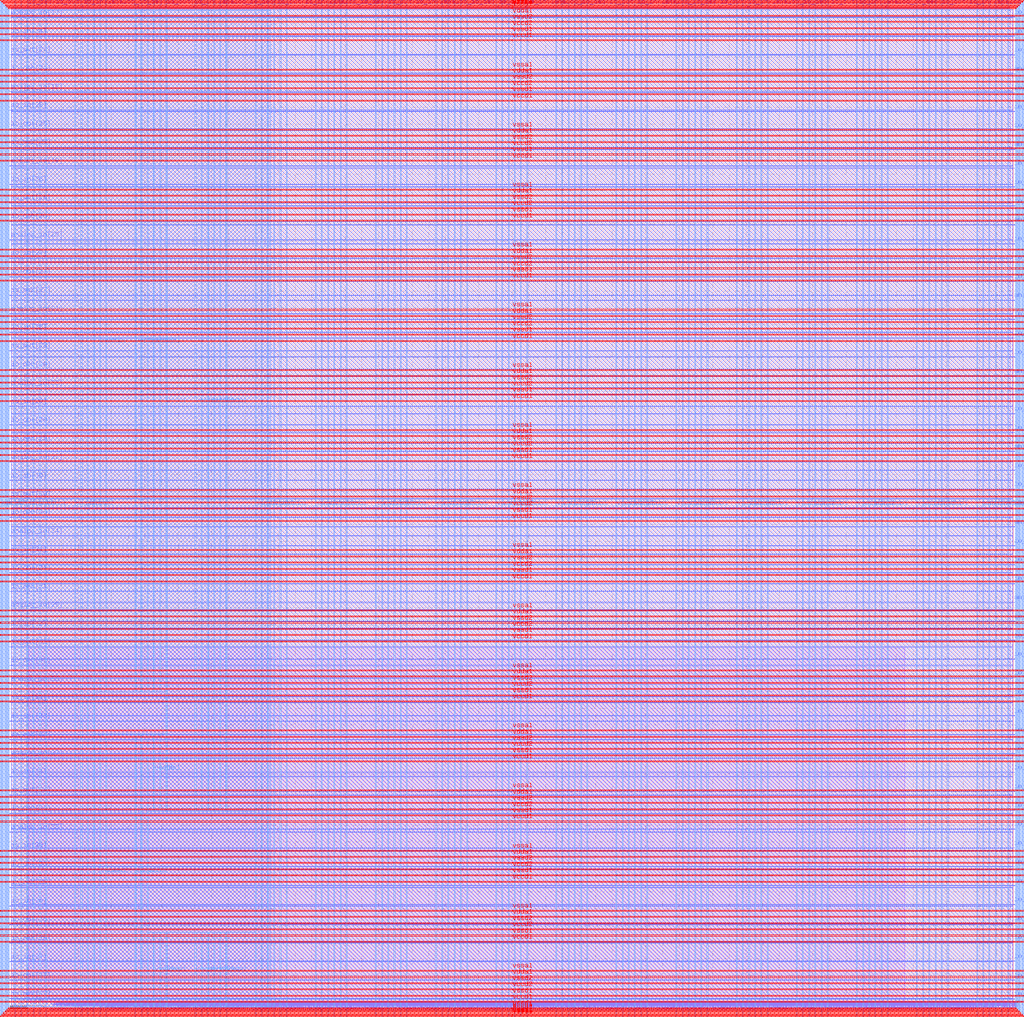
<source format=lef>
VERSION 5.7 ;
  NOWIREEXTENSIONATPIN ON ;
  DIVIDERCHAR "/" ;
  BUSBITCHARS "[]" ;
MACRO user_project_wrapper
  CLASS BLOCK ;
  FOREIGN user_project_wrapper ;
  ORIGIN 0.000 0.000 ;
  SIZE 3000.000 BY 3000.000 ;
  PIN analog_io[0]
    DIRECTION INOUT ;
    USE SIGNAL ;
    PORT
      LAYER Metal3 ;
        RECT 2997.600 1216.600 3004.800 1217.720 ;
    END
  END analog_io[0]
  PIN analog_io[10]
    DIRECTION INOUT ;
    USE SIGNAL ;
    PORT
      LAYER Metal2 ;
        RECT 2286.760 2997.600 2287.880 3004.800 ;
    END
  END analog_io[10]
  PIN analog_io[11]
    DIRECTION INOUT ;
    USE SIGNAL ;
    PORT
      LAYER Metal2 ;
        RECT 1955.240 2997.600 1956.360 3004.800 ;
    END
  END analog_io[11]
  PIN analog_io[12]
    DIRECTION INOUT ;
    USE SIGNAL ;
    PORT
      LAYER Metal2 ;
        RECT 1623.720 2997.600 1624.840 3004.800 ;
    END
  END analog_io[12]
  PIN analog_io[13]
    DIRECTION INOUT ;
    USE SIGNAL ;
    PORT
      LAYER Metal2 ;
        RECT 1292.200 2997.600 1293.320 3004.800 ;
    END
  END analog_io[13]
  PIN analog_io[14]
    DIRECTION INOUT ;
    USE SIGNAL ;
    PORT
      LAYER Metal2 ;
        RECT 960.680 2997.600 961.800 3004.800 ;
    END
  END analog_io[14]
  PIN analog_io[15]
    DIRECTION INOUT ;
    USE SIGNAL ;
    PORT
      LAYER Metal2 ;
        RECT 629.160 2997.600 630.280 3004.800 ;
    END
  END analog_io[15]
  PIN analog_io[16]
    DIRECTION INOUT ;
    USE SIGNAL ;
    PORT
      LAYER Metal2 ;
        RECT 297.640 2997.600 298.760 3004.800 ;
    END
  END analog_io[16]
  PIN analog_io[17]
    DIRECTION INOUT ;
    USE SIGNAL ;
    PORT
      LAYER Metal3 ;
        RECT -4.800 2968.280 2.400 2969.400 ;
    END
  END analog_io[17]
  PIN analog_io[18]
    DIRECTION INOUT ;
    USE SIGNAL ;
    PORT
      LAYER Metal3 ;
        RECT -4.800 2746.520 2.400 2747.640 ;
    END
  END analog_io[18]
  PIN analog_io[19]
    DIRECTION INOUT ;
    USE SIGNAL ;
    PORT
      LAYER Metal3 ;
        RECT -4.800 2524.760 2.400 2525.880 ;
    END
  END analog_io[19]
  PIN analog_io[1]
    DIRECTION INOUT ;
    USE SIGNAL ;
    PORT
      LAYER Metal3 ;
        RECT 2997.600 1442.840 3004.800 1443.960 ;
    END
  END analog_io[1]
  PIN analog_io[20]
    DIRECTION INOUT ;
    USE SIGNAL ;
    PORT
      LAYER Metal3 ;
        RECT -4.800 2303.000 2.400 2304.120 ;
    END
  END analog_io[20]
  PIN analog_io[21]
    DIRECTION INOUT ;
    USE SIGNAL ;
    PORT
      LAYER Metal3 ;
        RECT -4.800 2081.240 2.400 2082.360 ;
    END
  END analog_io[21]
  PIN analog_io[22]
    DIRECTION INOUT ;
    USE SIGNAL ;
    PORT
      LAYER Metal3 ;
        RECT -4.800 1859.480 2.400 1860.600 ;
    END
  END analog_io[22]
  PIN analog_io[23]
    DIRECTION INOUT ;
    USE SIGNAL ;
    PORT
      LAYER Metal3 ;
        RECT -4.800 1637.720 2.400 1638.840 ;
    END
  END analog_io[23]
  PIN analog_io[24]
    DIRECTION INOUT ;
    USE SIGNAL ;
    PORT
      LAYER Metal3 ;
        RECT -4.800 1415.960 2.400 1417.080 ;
    END
  END analog_io[24]
  PIN analog_io[25]
    DIRECTION INOUT ;
    USE SIGNAL ;
    PORT
      LAYER Metal3 ;
        RECT -4.800 1194.200 2.400 1195.320 ;
    END
  END analog_io[25]
  PIN analog_io[26]
    DIRECTION INOUT ;
    USE SIGNAL ;
    PORT
      LAYER Metal3 ;
        RECT -4.800 972.440 2.400 973.560 ;
    END
  END analog_io[26]
  PIN analog_io[27]
    DIRECTION INOUT ;
    USE SIGNAL ;
    PORT
      LAYER Metal3 ;
        RECT -4.800 750.680 2.400 751.800 ;
    END
  END analog_io[27]
  PIN analog_io[28]
    DIRECTION INOUT ;
    USE SIGNAL ;
    PORT
      LAYER Metal3 ;
        RECT -4.800 528.920 2.400 530.040 ;
    END
  END analog_io[28]
  PIN analog_io[2]
    DIRECTION INOUT ;
    USE SIGNAL ;
    PORT
      LAYER Metal3 ;
        RECT 2997.600 1669.080 3004.800 1670.200 ;
    END
  END analog_io[2]
  PIN analog_io[3]
    DIRECTION INOUT ;
    USE SIGNAL ;
    PORT
      LAYER Metal3 ;
        RECT 2997.600 1895.320 3004.800 1896.440 ;
    END
  END analog_io[3]
  PIN analog_io[4]
    DIRECTION INOUT ;
    USE SIGNAL ;
    PORT
      LAYER Metal3 ;
        RECT 2997.600 2121.560 3004.800 2122.680 ;
    END
  END analog_io[4]
  PIN analog_io[5]
    DIRECTION INOUT ;
    USE SIGNAL ;
    PORT
      LAYER Metal3 ;
        RECT 2997.600 2347.800 3004.800 2348.920 ;
    END
  END analog_io[5]
  PIN analog_io[6]
    DIRECTION INOUT ;
    USE SIGNAL ;
    PORT
      LAYER Metal3 ;
        RECT 2997.600 2574.040 3004.800 2575.160 ;
    END
  END analog_io[6]
  PIN analog_io[7]
    DIRECTION INOUT ;
    USE SIGNAL ;
    PORT
      LAYER Metal3 ;
        RECT 2997.600 2800.280 3004.800 2801.400 ;
    END
  END analog_io[7]
  PIN analog_io[8]
    DIRECTION INOUT ;
    USE SIGNAL ;
    PORT
      LAYER Metal2 ;
        RECT 2949.800 2997.600 2950.920 3004.800 ;
    END
  END analog_io[8]
  PIN analog_io[9]
    DIRECTION INOUT ;
    USE SIGNAL ;
    PORT
      LAYER Metal2 ;
        RECT 2618.280 2997.600 2619.400 3004.800 ;
    END
  END analog_io[9]
  PIN io_in[0]
    DIRECTION INPUT ;
    USE SIGNAL ;
    PORT
      LAYER Metal3 ;
        RECT 2997.600 28.840 3004.800 29.960 ;
    END
  END io_in[0]
  PIN io_in[10]
    DIRECTION INPUT ;
    USE SIGNAL ;
    PORT
      LAYER Metal3 ;
        RECT 2997.600 1951.880 3004.800 1953.000 ;
    END
  END io_in[10]
  PIN io_in[11]
    DIRECTION INPUT ;
    USE SIGNAL ;
    PORT
      LAYER Metal3 ;
        RECT 2997.600 2178.120 3004.800 2179.240 ;
    END
  END io_in[11]
  PIN io_in[12]
    DIRECTION INPUT ;
    USE SIGNAL ;
    PORT
      LAYER Metal3 ;
        RECT 2997.600 2404.360 3004.800 2405.480 ;
    END
  END io_in[12]
  PIN io_in[13]
    DIRECTION INPUT ;
    USE SIGNAL ;
    PORT
      LAYER Metal3 ;
        RECT 2997.600 2630.600 3004.800 2631.720 ;
    END
  END io_in[13]
  PIN io_in[14]
    DIRECTION INPUT ;
    USE SIGNAL ;
    PORT
      LAYER Metal3 ;
        RECT 2997.600 2856.840 3004.800 2857.960 ;
    END
  END io_in[14]
  PIN io_in[15]
    DIRECTION INPUT ;
    USE SIGNAL ;
    PORT
      LAYER Metal2 ;
        RECT 2866.920 2997.600 2868.040 3004.800 ;
    END
  END io_in[15]
  PIN io_in[16]
    DIRECTION INPUT ;
    USE SIGNAL ;
    PORT
      LAYER Metal2 ;
        RECT 2535.400 2997.600 2536.520 3004.800 ;
    END
  END io_in[16]
  PIN io_in[17]
    DIRECTION INPUT ;
    USE SIGNAL ;
    PORT
      LAYER Metal2 ;
        RECT 2203.880 2997.600 2205.000 3004.800 ;
    END
  END io_in[17]
  PIN io_in[18]
    DIRECTION INPUT ;
    USE SIGNAL ;
    PORT
      LAYER Metal2 ;
        RECT 1872.360 2997.600 1873.480 3004.800 ;
    END
  END io_in[18]
  PIN io_in[19]
    DIRECTION INPUT ;
    USE SIGNAL ;
    PORT
      LAYER Metal2 ;
        RECT 1540.840 2997.600 1541.960 3004.800 ;
    END
  END io_in[19]
  PIN io_in[1]
    DIRECTION INPUT ;
    USE SIGNAL ;
    PORT
      LAYER Metal3 ;
        RECT 2997.600 198.520 3004.800 199.640 ;
    END
  END io_in[1]
  PIN io_in[20]
    DIRECTION INPUT ;
    USE SIGNAL ;
    PORT
      LAYER Metal2 ;
        RECT 1209.320 2997.600 1210.440 3004.800 ;
    END
  END io_in[20]
  PIN io_in[21]
    DIRECTION INPUT ;
    USE SIGNAL ;
    PORT
      LAYER Metal2 ;
        RECT 877.800 2997.600 878.920 3004.800 ;
    END
  END io_in[21]
  PIN io_in[22]
    DIRECTION INPUT ;
    USE SIGNAL ;
    PORT
      LAYER Metal2 ;
        RECT 546.280 2997.600 547.400 3004.800 ;
    END
  END io_in[22]
  PIN io_in[23]
    DIRECTION INPUT ;
    USE SIGNAL ;
    PORT
      LAYER Metal2 ;
        RECT 214.760 2997.600 215.880 3004.800 ;
    END
  END io_in[23]
  PIN io_in[24]
    DIRECTION INPUT ;
    USE SIGNAL ;
    PORT
      LAYER Metal3 ;
        RECT -4.800 2912.840 2.400 2913.960 ;
    END
  END io_in[24]
  PIN io_in[25]
    DIRECTION INPUT ;
    USE SIGNAL ;
    PORT
      LAYER Metal3 ;
        RECT -4.800 2691.080 2.400 2692.200 ;
    END
  END io_in[25]
  PIN io_in[26]
    DIRECTION INPUT ;
    USE SIGNAL ;
    PORT
      LAYER Metal3 ;
        RECT -4.800 2469.320 2.400 2470.440 ;
    END
  END io_in[26]
  PIN io_in[27]
    DIRECTION INPUT ;
    USE SIGNAL ;
    PORT
      LAYER Metal3 ;
        RECT -4.800 2247.560 2.400 2248.680 ;
    END
  END io_in[27]
  PIN io_in[28]
    DIRECTION INPUT ;
    USE SIGNAL ;
    PORT
      LAYER Metal3 ;
        RECT -4.800 2025.800 2.400 2026.920 ;
    END
  END io_in[28]
  PIN io_in[29]
    DIRECTION INPUT ;
    USE SIGNAL ;
    PORT
      LAYER Metal3 ;
        RECT -4.800 1804.040 2.400 1805.160 ;
    END
  END io_in[29]
  PIN io_in[2]
    DIRECTION INPUT ;
    USE SIGNAL ;
    PORT
      LAYER Metal3 ;
        RECT 2997.600 368.200 3004.800 369.320 ;
    END
  END io_in[2]
  PIN io_in[30]
    DIRECTION INPUT ;
    USE SIGNAL ;
    PORT
      LAYER Metal3 ;
        RECT -4.800 1582.280 2.400 1583.400 ;
    END
  END io_in[30]
  PIN io_in[31]
    DIRECTION INPUT ;
    USE SIGNAL ;
    PORT
      LAYER Metal3 ;
        RECT -4.800 1360.520 2.400 1361.640 ;
    END
  END io_in[31]
  PIN io_in[32]
    DIRECTION INPUT ;
    USE SIGNAL ;
    PORT
      LAYER Metal3 ;
        RECT -4.800 1138.760 2.400 1139.880 ;
    END
  END io_in[32]
  PIN io_in[33]
    DIRECTION INPUT ;
    USE SIGNAL ;
    PORT
      LAYER Metal3 ;
        RECT -4.800 917.000 2.400 918.120 ;
    END
  END io_in[33]
  PIN io_in[34]
    DIRECTION INPUT ;
    USE SIGNAL ;
    PORT
      LAYER Metal3 ;
        RECT -4.800 695.240 2.400 696.360 ;
    END
  END io_in[34]
  PIN io_in[35]
    DIRECTION INPUT ;
    USE SIGNAL ;
    PORT
      LAYER Metal3 ;
        RECT -4.800 473.480 2.400 474.600 ;
    END
  END io_in[35]
  PIN io_in[36]
    DIRECTION INPUT ;
    USE SIGNAL ;
    PORT
      LAYER Metal3 ;
        RECT -4.800 307.160 2.400 308.280 ;
    END
  END io_in[36]
  PIN io_in[37]
    DIRECTION INPUT ;
    USE SIGNAL ;
    PORT
      LAYER Metal3 ;
        RECT -4.800 140.840 2.400 141.960 ;
    END
  END io_in[37]
  PIN io_in[3]
    DIRECTION INPUT ;
    USE SIGNAL ;
    PORT
      LAYER Metal3 ;
        RECT 2997.600 537.880 3004.800 539.000 ;
    END
  END io_in[3]
  PIN io_in[4]
    DIRECTION INPUT ;
    USE SIGNAL ;
    PORT
      LAYER Metal3 ;
        RECT 2997.600 707.560 3004.800 708.680 ;
    END
  END io_in[4]
  PIN io_in[5]
    DIRECTION INPUT ;
    USE SIGNAL ;
    PORT
      LAYER Metal3 ;
        RECT 2997.600 877.240 3004.800 878.360 ;
    END
  END io_in[5]
  PIN io_in[6]
    DIRECTION INPUT ;
    USE SIGNAL ;
    PORT
      LAYER Metal3 ;
        RECT 2997.600 1046.920 3004.800 1048.040 ;
    END
  END io_in[6]
  PIN io_in[7]
    DIRECTION INPUT ;
    USE SIGNAL ;
    PORT
      LAYER Metal3 ;
        RECT 2997.600 1273.160 3004.800 1274.280 ;
    END
  END io_in[7]
  PIN io_in[8]
    DIRECTION INPUT ;
    USE SIGNAL ;
    PORT
      LAYER Metal3 ;
        RECT 2997.600 1499.400 3004.800 1500.520 ;
    END
  END io_in[8]
  PIN io_in[9]
    DIRECTION INPUT ;
    USE SIGNAL ;
    PORT
      LAYER Metal3 ;
        RECT 2997.600 1725.640 3004.800 1726.760 ;
    END
  END io_in[9]
  PIN io_oeb[0]
    DIRECTION OUTPUT TRISTATE ;
    USE SIGNAL ;
    PORT
      LAYER Metal3 ;
        RECT 2997.600 141.960 3004.800 143.080 ;
    END
  END io_oeb[0]
  PIN io_oeb[10]
    DIRECTION OUTPUT TRISTATE ;
    USE SIGNAL ;
    PORT
      LAYER Metal3 ;
        RECT 2997.600 2065.000 3004.800 2066.120 ;
    END
  END io_oeb[10]
  PIN io_oeb[11]
    DIRECTION OUTPUT TRISTATE ;
    USE SIGNAL ;
    PORT
      LAYER Metal3 ;
        RECT 2997.600 2291.240 3004.800 2292.360 ;
    END
  END io_oeb[11]
  PIN io_oeb[12]
    DIRECTION OUTPUT TRISTATE ;
    USE SIGNAL ;
    PORT
      LAYER Metal3 ;
        RECT 2997.600 2517.480 3004.800 2518.600 ;
    END
  END io_oeb[12]
  PIN io_oeb[13]
    DIRECTION OUTPUT TRISTATE ;
    USE SIGNAL ;
    PORT
      LAYER Metal3 ;
        RECT 2997.600 2743.720 3004.800 2744.840 ;
    END
  END io_oeb[13]
  PIN io_oeb[14]
    DIRECTION OUTPUT TRISTATE ;
    USE SIGNAL ;
    PORT
      LAYER Metal3 ;
        RECT 2997.600 2969.960 3004.800 2971.080 ;
    END
  END io_oeb[14]
  PIN io_oeb[15]
    DIRECTION OUTPUT TRISTATE ;
    USE SIGNAL ;
    PORT
      LAYER Metal2 ;
        RECT 2701.160 2997.600 2702.280 3004.800 ;
    END
  END io_oeb[15]
  PIN io_oeb[16]
    DIRECTION OUTPUT TRISTATE ;
    USE SIGNAL ;
    PORT
      LAYER Metal2 ;
        RECT 2369.640 2997.600 2370.760 3004.800 ;
    END
  END io_oeb[16]
  PIN io_oeb[17]
    DIRECTION OUTPUT TRISTATE ;
    USE SIGNAL ;
    PORT
      LAYER Metal2 ;
        RECT 2038.120 2997.600 2039.240 3004.800 ;
    END
  END io_oeb[17]
  PIN io_oeb[18]
    DIRECTION OUTPUT TRISTATE ;
    USE SIGNAL ;
    PORT
      LAYER Metal2 ;
        RECT 1706.600 2997.600 1707.720 3004.800 ;
    END
  END io_oeb[18]
  PIN io_oeb[19]
    DIRECTION OUTPUT TRISTATE ;
    USE SIGNAL ;
    PORT
      LAYER Metal2 ;
        RECT 1375.080 2997.600 1376.200 3004.800 ;
    END
  END io_oeb[19]
  PIN io_oeb[1]
    DIRECTION OUTPUT TRISTATE ;
    USE SIGNAL ;
    PORT
      LAYER Metal3 ;
        RECT 2997.600 311.640 3004.800 312.760 ;
    END
  END io_oeb[1]
  PIN io_oeb[20]
    DIRECTION OUTPUT TRISTATE ;
    USE SIGNAL ;
    PORT
      LAYER Metal2 ;
        RECT 1043.560 2997.600 1044.680 3004.800 ;
    END
  END io_oeb[20]
  PIN io_oeb[21]
    DIRECTION OUTPUT TRISTATE ;
    USE SIGNAL ;
    PORT
      LAYER Metal2 ;
        RECT 712.040 2997.600 713.160 3004.800 ;
    END
  END io_oeb[21]
  PIN io_oeb[22]
    DIRECTION OUTPUT TRISTATE ;
    USE SIGNAL ;
    PORT
      LAYER Metal2 ;
        RECT 380.520 2997.600 381.640 3004.800 ;
    END
  END io_oeb[22]
  PIN io_oeb[23]
    DIRECTION OUTPUT TRISTATE ;
    USE SIGNAL ;
    PORT
      LAYER Metal2 ;
        RECT 49.000 2997.600 50.120 3004.800 ;
    END
  END io_oeb[23]
  PIN io_oeb[24]
    DIRECTION OUTPUT TRISTATE ;
    USE SIGNAL ;
    PORT
      LAYER Metal3 ;
        RECT -4.800 2801.960 2.400 2803.080 ;
    END
  END io_oeb[24]
  PIN io_oeb[25]
    DIRECTION OUTPUT TRISTATE ;
    USE SIGNAL ;
    PORT
      LAYER Metal3 ;
        RECT -4.800 2580.200 2.400 2581.320 ;
    END
  END io_oeb[25]
  PIN io_oeb[26]
    DIRECTION OUTPUT TRISTATE ;
    USE SIGNAL ;
    PORT
      LAYER Metal3 ;
        RECT -4.800 2358.440 2.400 2359.560 ;
    END
  END io_oeb[26]
  PIN io_oeb[27]
    DIRECTION OUTPUT TRISTATE ;
    USE SIGNAL ;
    PORT
      LAYER Metal3 ;
        RECT -4.800 2136.680 2.400 2137.800 ;
    END
  END io_oeb[27]
  PIN io_oeb[28]
    DIRECTION OUTPUT TRISTATE ;
    USE SIGNAL ;
    PORT
      LAYER Metal3 ;
        RECT -4.800 1914.920 2.400 1916.040 ;
    END
  END io_oeb[28]
  PIN io_oeb[29]
    DIRECTION OUTPUT TRISTATE ;
    USE SIGNAL ;
    PORT
      LAYER Metal3 ;
        RECT -4.800 1693.160 2.400 1694.280 ;
    END
  END io_oeb[29]
  PIN io_oeb[2]
    DIRECTION OUTPUT TRISTATE ;
    USE SIGNAL ;
    PORT
      LAYER Metal3 ;
        RECT 2997.600 481.320 3004.800 482.440 ;
    END
  END io_oeb[2]
  PIN io_oeb[30]
    DIRECTION OUTPUT TRISTATE ;
    USE SIGNAL ;
    PORT
      LAYER Metal3 ;
        RECT -4.800 1471.400 2.400 1472.520 ;
    END
  END io_oeb[30]
  PIN io_oeb[31]
    DIRECTION OUTPUT TRISTATE ;
    USE SIGNAL ;
    PORT
      LAYER Metal3 ;
        RECT -4.800 1249.640 2.400 1250.760 ;
    END
  END io_oeb[31]
  PIN io_oeb[32]
    DIRECTION OUTPUT TRISTATE ;
    USE SIGNAL ;
    PORT
      LAYER Metal3 ;
        RECT -4.800 1027.880 2.400 1029.000 ;
    END
  END io_oeb[32]
  PIN io_oeb[33]
    DIRECTION OUTPUT TRISTATE ;
    USE SIGNAL ;
    PORT
      LAYER Metal3 ;
        RECT -4.800 806.120 2.400 807.240 ;
    END
  END io_oeb[33]
  PIN io_oeb[34]
    DIRECTION OUTPUT TRISTATE ;
    USE SIGNAL ;
    PORT
      LAYER Metal3 ;
        RECT -4.800 584.360 2.400 585.480 ;
    END
  END io_oeb[34]
  PIN io_oeb[35]
    DIRECTION OUTPUT TRISTATE ;
    USE SIGNAL ;
    PORT
      LAYER Metal3 ;
        RECT -4.800 362.600 2.400 363.720 ;
    END
  END io_oeb[35]
  PIN io_oeb[36]
    DIRECTION OUTPUT TRISTATE ;
    USE SIGNAL ;
    PORT
      LAYER Metal3 ;
        RECT -4.800 196.280 2.400 197.400 ;
    END
  END io_oeb[36]
  PIN io_oeb[37]
    DIRECTION OUTPUT TRISTATE ;
    USE SIGNAL ;
    PORT
      LAYER Metal3 ;
        RECT -4.800 29.960 2.400 31.080 ;
    END
  END io_oeb[37]
  PIN io_oeb[3]
    DIRECTION OUTPUT TRISTATE ;
    USE SIGNAL ;
    PORT
      LAYER Metal3 ;
        RECT 2997.600 651.000 3004.800 652.120 ;
    END
  END io_oeb[3]
  PIN io_oeb[4]
    DIRECTION OUTPUT TRISTATE ;
    USE SIGNAL ;
    PORT
      LAYER Metal3 ;
        RECT 2997.600 820.680 3004.800 821.800 ;
    END
  END io_oeb[4]
  PIN io_oeb[5]
    DIRECTION OUTPUT TRISTATE ;
    USE SIGNAL ;
    PORT
      LAYER Metal3 ;
        RECT 2997.600 990.360 3004.800 991.480 ;
    END
  END io_oeb[5]
  PIN io_oeb[6]
    DIRECTION OUTPUT TRISTATE ;
    USE SIGNAL ;
    PORT
      LAYER Metal3 ;
        RECT 2997.600 1160.040 3004.800 1161.160 ;
    END
  END io_oeb[6]
  PIN io_oeb[7]
    DIRECTION OUTPUT TRISTATE ;
    USE SIGNAL ;
    PORT
      LAYER Metal3 ;
        RECT 2997.600 1386.280 3004.800 1387.400 ;
    END
  END io_oeb[7]
  PIN io_oeb[8]
    DIRECTION OUTPUT TRISTATE ;
    USE SIGNAL ;
    PORT
      LAYER Metal3 ;
        RECT 2997.600 1612.520 3004.800 1613.640 ;
    END
  END io_oeb[8]
  PIN io_oeb[9]
    DIRECTION OUTPUT TRISTATE ;
    USE SIGNAL ;
    PORT
      LAYER Metal3 ;
        RECT 2997.600 1838.760 3004.800 1839.880 ;
    END
  END io_oeb[9]
  PIN io_out[0]
    DIRECTION OUTPUT TRISTATE ;
    USE SIGNAL ;
    PORT
      LAYER Metal3 ;
        RECT 2997.600 85.400 3004.800 86.520 ;
    END
  END io_out[0]
  PIN io_out[10]
    DIRECTION OUTPUT TRISTATE ;
    USE SIGNAL ;
    PORT
      LAYER Metal3 ;
        RECT 2997.600 2008.440 3004.800 2009.560 ;
    END
  END io_out[10]
  PIN io_out[11]
    DIRECTION OUTPUT TRISTATE ;
    USE SIGNAL ;
    PORT
      LAYER Metal3 ;
        RECT 2997.600 2234.680 3004.800 2235.800 ;
    END
  END io_out[11]
  PIN io_out[12]
    DIRECTION OUTPUT TRISTATE ;
    USE SIGNAL ;
    PORT
      LAYER Metal3 ;
        RECT 2997.600 2460.920 3004.800 2462.040 ;
    END
  END io_out[12]
  PIN io_out[13]
    DIRECTION OUTPUT TRISTATE ;
    USE SIGNAL ;
    PORT
      LAYER Metal3 ;
        RECT 2997.600 2687.160 3004.800 2688.280 ;
    END
  END io_out[13]
  PIN io_out[14]
    DIRECTION OUTPUT TRISTATE ;
    USE SIGNAL ;
    PORT
      LAYER Metal3 ;
        RECT 2997.600 2913.400 3004.800 2914.520 ;
    END
  END io_out[14]
  PIN io_out[15]
    DIRECTION OUTPUT TRISTATE ;
    USE SIGNAL ;
    PORT
      LAYER Metal2 ;
        RECT 2784.040 2997.600 2785.160 3004.800 ;
    END
  END io_out[15]
  PIN io_out[16]
    DIRECTION OUTPUT TRISTATE ;
    USE SIGNAL ;
    PORT
      LAYER Metal2 ;
        RECT 2452.520 2997.600 2453.640 3004.800 ;
    END
  END io_out[16]
  PIN io_out[17]
    DIRECTION OUTPUT TRISTATE ;
    USE SIGNAL ;
    PORT
      LAYER Metal2 ;
        RECT 2121.000 2997.600 2122.120 3004.800 ;
    END
  END io_out[17]
  PIN io_out[18]
    DIRECTION OUTPUT TRISTATE ;
    USE SIGNAL ;
    PORT
      LAYER Metal2 ;
        RECT 1789.480 2997.600 1790.600 3004.800 ;
    END
  END io_out[18]
  PIN io_out[19]
    DIRECTION OUTPUT TRISTATE ;
    USE SIGNAL ;
    PORT
      LAYER Metal2 ;
        RECT 1457.960 2997.600 1459.080 3004.800 ;
    END
  END io_out[19]
  PIN io_out[1]
    DIRECTION OUTPUT TRISTATE ;
    USE SIGNAL ;
    PORT
      LAYER Metal3 ;
        RECT 2997.600 255.080 3004.800 256.200 ;
    END
  END io_out[1]
  PIN io_out[20]
    DIRECTION OUTPUT TRISTATE ;
    USE SIGNAL ;
    PORT
      LAYER Metal2 ;
        RECT 1126.440 2997.600 1127.560 3004.800 ;
    END
  END io_out[20]
  PIN io_out[21]
    DIRECTION OUTPUT TRISTATE ;
    USE SIGNAL ;
    PORT
      LAYER Metal2 ;
        RECT 794.920 2997.600 796.040 3004.800 ;
    END
  END io_out[21]
  PIN io_out[22]
    DIRECTION OUTPUT TRISTATE ;
    USE SIGNAL ;
    PORT
      LAYER Metal2 ;
        RECT 463.400 2997.600 464.520 3004.800 ;
    END
  END io_out[22]
  PIN io_out[23]
    DIRECTION OUTPUT TRISTATE ;
    USE SIGNAL ;
    PORT
      LAYER Metal2 ;
        RECT 131.880 2997.600 133.000 3004.800 ;
    END
  END io_out[23]
  PIN io_out[24]
    DIRECTION OUTPUT TRISTATE ;
    USE SIGNAL ;
    PORT
      LAYER Metal3 ;
        RECT -4.800 2857.400 2.400 2858.520 ;
    END
  END io_out[24]
  PIN io_out[25]
    DIRECTION OUTPUT TRISTATE ;
    USE SIGNAL ;
    PORT
      LAYER Metal3 ;
        RECT -4.800 2635.640 2.400 2636.760 ;
    END
  END io_out[25]
  PIN io_out[26]
    DIRECTION OUTPUT TRISTATE ;
    USE SIGNAL ;
    PORT
      LAYER Metal3 ;
        RECT -4.800 2413.880 2.400 2415.000 ;
    END
  END io_out[26]
  PIN io_out[27]
    DIRECTION OUTPUT TRISTATE ;
    USE SIGNAL ;
    PORT
      LAYER Metal3 ;
        RECT -4.800 2192.120 2.400 2193.240 ;
    END
  END io_out[27]
  PIN io_out[28]
    DIRECTION OUTPUT TRISTATE ;
    USE SIGNAL ;
    PORT
      LAYER Metal3 ;
        RECT -4.800 1970.360 2.400 1971.480 ;
    END
  END io_out[28]
  PIN io_out[29]
    DIRECTION OUTPUT TRISTATE ;
    USE SIGNAL ;
    PORT
      LAYER Metal3 ;
        RECT -4.800 1748.600 2.400 1749.720 ;
    END
  END io_out[29]
  PIN io_out[2]
    DIRECTION OUTPUT TRISTATE ;
    USE SIGNAL ;
    PORT
      LAYER Metal3 ;
        RECT 2997.600 424.760 3004.800 425.880 ;
    END
  END io_out[2]
  PIN io_out[30]
    DIRECTION OUTPUT TRISTATE ;
    USE SIGNAL ;
    PORT
      LAYER Metal3 ;
        RECT -4.800 1526.840 2.400 1527.960 ;
    END
  END io_out[30]
  PIN io_out[31]
    DIRECTION OUTPUT TRISTATE ;
    USE SIGNAL ;
    PORT
      LAYER Metal3 ;
        RECT -4.800 1305.080 2.400 1306.200 ;
    END
  END io_out[31]
  PIN io_out[32]
    DIRECTION OUTPUT TRISTATE ;
    USE SIGNAL ;
    PORT
      LAYER Metal3 ;
        RECT -4.800 1083.320 2.400 1084.440 ;
    END
  END io_out[32]
  PIN io_out[33]
    DIRECTION OUTPUT TRISTATE ;
    USE SIGNAL ;
    PORT
      LAYER Metal3 ;
        RECT -4.800 861.560 2.400 862.680 ;
    END
  END io_out[33]
  PIN io_out[34]
    DIRECTION OUTPUT TRISTATE ;
    USE SIGNAL ;
    PORT
      LAYER Metal3 ;
        RECT -4.800 639.800 2.400 640.920 ;
    END
  END io_out[34]
  PIN io_out[35]
    DIRECTION OUTPUT TRISTATE ;
    USE SIGNAL ;
    PORT
      LAYER Metal3 ;
        RECT -4.800 418.040 2.400 419.160 ;
    END
  END io_out[35]
  PIN io_out[36]
    DIRECTION OUTPUT TRISTATE ;
    USE SIGNAL ;
    PORT
      LAYER Metal3 ;
        RECT -4.800 251.720 2.400 252.840 ;
    END
  END io_out[36]
  PIN io_out[37]
    DIRECTION OUTPUT TRISTATE ;
    USE SIGNAL ;
    PORT
      LAYER Metal3 ;
        RECT -4.800 85.400 2.400 86.520 ;
    END
  END io_out[37]
  PIN io_out[3]
    DIRECTION OUTPUT TRISTATE ;
    USE SIGNAL ;
    PORT
      LAYER Metal3 ;
        RECT 2997.600 594.440 3004.800 595.560 ;
    END
  END io_out[3]
  PIN io_out[4]
    DIRECTION OUTPUT TRISTATE ;
    USE SIGNAL ;
    PORT
      LAYER Metal3 ;
        RECT 2997.600 764.120 3004.800 765.240 ;
    END
  END io_out[4]
  PIN io_out[5]
    DIRECTION OUTPUT TRISTATE ;
    USE SIGNAL ;
    PORT
      LAYER Metal3 ;
        RECT 2997.600 933.800 3004.800 934.920 ;
    END
  END io_out[5]
  PIN io_out[6]
    DIRECTION OUTPUT TRISTATE ;
    USE SIGNAL ;
    PORT
      LAYER Metal3 ;
        RECT 2997.600 1103.480 3004.800 1104.600 ;
    END
  END io_out[6]
  PIN io_out[7]
    DIRECTION OUTPUT TRISTATE ;
    USE SIGNAL ;
    PORT
      LAYER Metal3 ;
        RECT 2997.600 1329.720 3004.800 1330.840 ;
    END
  END io_out[7]
  PIN io_out[8]
    DIRECTION OUTPUT TRISTATE ;
    USE SIGNAL ;
    PORT
      LAYER Metal3 ;
        RECT 2997.600 1555.960 3004.800 1557.080 ;
    END
  END io_out[8]
  PIN io_out[9]
    DIRECTION OUTPUT TRISTATE ;
    USE SIGNAL ;
    PORT
      LAYER Metal3 ;
        RECT 2997.600 1782.200 3004.800 1783.320 ;
    END
  END io_out[9]
  PIN la_data_in[0]
    DIRECTION INPUT ;
    USE SIGNAL ;
    PORT
      LAYER Metal2 ;
        RECT 712.600 -4.800 713.720 2.400 ;
    END
  END la_data_in[0]
  PIN la_data_in[100]
    DIRECTION INPUT ;
    USE SIGNAL ;
    PORT
      LAYER Metal2 ;
        RECT 2392.600 -4.800 2393.720 2.400 ;
    END
  END la_data_in[100]
  PIN la_data_in[101]
    DIRECTION INPUT ;
    USE SIGNAL ;
    PORT
      LAYER Metal2 ;
        RECT 2409.400 -4.800 2410.520 2.400 ;
    END
  END la_data_in[101]
  PIN la_data_in[102]
    DIRECTION INPUT ;
    USE SIGNAL ;
    PORT
      LAYER Metal2 ;
        RECT 2426.200 -4.800 2427.320 2.400 ;
    END
  END la_data_in[102]
  PIN la_data_in[103]
    DIRECTION INPUT ;
    USE SIGNAL ;
    PORT
      LAYER Metal2 ;
        RECT 2443.000 -4.800 2444.120 2.400 ;
    END
  END la_data_in[103]
  PIN la_data_in[104]
    DIRECTION INPUT ;
    USE SIGNAL ;
    PORT
      LAYER Metal2 ;
        RECT 2459.800 -4.800 2460.920 2.400 ;
    END
  END la_data_in[104]
  PIN la_data_in[105]
    DIRECTION INPUT ;
    USE SIGNAL ;
    PORT
      LAYER Metal2 ;
        RECT 2476.600 -4.800 2477.720 2.400 ;
    END
  END la_data_in[105]
  PIN la_data_in[106]
    DIRECTION INPUT ;
    USE SIGNAL ;
    PORT
      LAYER Metal2 ;
        RECT 2493.400 -4.800 2494.520 2.400 ;
    END
  END la_data_in[106]
  PIN la_data_in[107]
    DIRECTION INPUT ;
    USE SIGNAL ;
    PORT
      LAYER Metal2 ;
        RECT 2510.200 -4.800 2511.320 2.400 ;
    END
  END la_data_in[107]
  PIN la_data_in[108]
    DIRECTION INPUT ;
    USE SIGNAL ;
    PORT
      LAYER Metal2 ;
        RECT 2527.000 -4.800 2528.120 2.400 ;
    END
  END la_data_in[108]
  PIN la_data_in[109]
    DIRECTION INPUT ;
    USE SIGNAL ;
    PORT
      LAYER Metal2 ;
        RECT 2543.800 -4.800 2544.920 2.400 ;
    END
  END la_data_in[109]
  PIN la_data_in[10]
    DIRECTION INPUT ;
    USE SIGNAL ;
    PORT
      LAYER Metal2 ;
        RECT 880.600 -4.800 881.720 2.400 ;
    END
  END la_data_in[10]
  PIN la_data_in[110]
    DIRECTION INPUT ;
    USE SIGNAL ;
    PORT
      LAYER Metal2 ;
        RECT 2560.600 -4.800 2561.720 2.400 ;
    END
  END la_data_in[110]
  PIN la_data_in[111]
    DIRECTION INPUT ;
    USE SIGNAL ;
    PORT
      LAYER Metal2 ;
        RECT 2577.400 -4.800 2578.520 2.400 ;
    END
  END la_data_in[111]
  PIN la_data_in[112]
    DIRECTION INPUT ;
    USE SIGNAL ;
    PORT
      LAYER Metal2 ;
        RECT 2594.200 -4.800 2595.320 2.400 ;
    END
  END la_data_in[112]
  PIN la_data_in[113]
    DIRECTION INPUT ;
    USE SIGNAL ;
    PORT
      LAYER Metal2 ;
        RECT 2611.000 -4.800 2612.120 2.400 ;
    END
  END la_data_in[113]
  PIN la_data_in[114]
    DIRECTION INPUT ;
    USE SIGNAL ;
    PORT
      LAYER Metal2 ;
        RECT 2627.800 -4.800 2628.920 2.400 ;
    END
  END la_data_in[114]
  PIN la_data_in[115]
    DIRECTION INPUT ;
    USE SIGNAL ;
    PORT
      LAYER Metal2 ;
        RECT 2644.600 -4.800 2645.720 2.400 ;
    END
  END la_data_in[115]
  PIN la_data_in[116]
    DIRECTION INPUT ;
    USE SIGNAL ;
    PORT
      LAYER Metal2 ;
        RECT 2661.400 -4.800 2662.520 2.400 ;
    END
  END la_data_in[116]
  PIN la_data_in[117]
    DIRECTION INPUT ;
    USE SIGNAL ;
    PORT
      LAYER Metal2 ;
        RECT 2678.200 -4.800 2679.320 2.400 ;
    END
  END la_data_in[117]
  PIN la_data_in[118]
    DIRECTION INPUT ;
    USE SIGNAL ;
    PORT
      LAYER Metal2 ;
        RECT 2695.000 -4.800 2696.120 2.400 ;
    END
  END la_data_in[118]
  PIN la_data_in[119]
    DIRECTION INPUT ;
    USE SIGNAL ;
    PORT
      LAYER Metal2 ;
        RECT 2711.800 -4.800 2712.920 2.400 ;
    END
  END la_data_in[119]
  PIN la_data_in[11]
    DIRECTION INPUT ;
    USE SIGNAL ;
    PORT
      LAYER Metal2 ;
        RECT 897.400 -4.800 898.520 2.400 ;
    END
  END la_data_in[11]
  PIN la_data_in[120]
    DIRECTION INPUT ;
    USE SIGNAL ;
    PORT
      LAYER Metal2 ;
        RECT 2728.600 -4.800 2729.720 2.400 ;
    END
  END la_data_in[120]
  PIN la_data_in[121]
    DIRECTION INPUT ;
    USE SIGNAL ;
    PORT
      LAYER Metal2 ;
        RECT 2745.400 -4.800 2746.520 2.400 ;
    END
  END la_data_in[121]
  PIN la_data_in[122]
    DIRECTION INPUT ;
    USE SIGNAL ;
    PORT
      LAYER Metal2 ;
        RECT 2762.200 -4.800 2763.320 2.400 ;
    END
  END la_data_in[122]
  PIN la_data_in[123]
    DIRECTION INPUT ;
    USE SIGNAL ;
    PORT
      LAYER Metal2 ;
        RECT 2779.000 -4.800 2780.120 2.400 ;
    END
  END la_data_in[123]
  PIN la_data_in[124]
    DIRECTION INPUT ;
    USE SIGNAL ;
    PORT
      LAYER Metal2 ;
        RECT 2795.800 -4.800 2796.920 2.400 ;
    END
  END la_data_in[124]
  PIN la_data_in[125]
    DIRECTION INPUT ;
    USE SIGNAL ;
    PORT
      LAYER Metal2 ;
        RECT 2812.600 -4.800 2813.720 2.400 ;
    END
  END la_data_in[125]
  PIN la_data_in[126]
    DIRECTION INPUT ;
    USE SIGNAL ;
    PORT
      LAYER Metal2 ;
        RECT 2829.400 -4.800 2830.520 2.400 ;
    END
  END la_data_in[126]
  PIN la_data_in[127]
    DIRECTION INPUT ;
    USE SIGNAL ;
    PORT
      LAYER Metal2 ;
        RECT 2846.200 -4.800 2847.320 2.400 ;
    END
  END la_data_in[127]
  PIN la_data_in[12]
    DIRECTION INPUT ;
    USE SIGNAL ;
    PORT
      LAYER Metal2 ;
        RECT 914.200 -4.800 915.320 2.400 ;
    END
  END la_data_in[12]
  PIN la_data_in[13]
    DIRECTION INPUT ;
    USE SIGNAL ;
    PORT
      LAYER Metal2 ;
        RECT 931.000 -4.800 932.120 2.400 ;
    END
  END la_data_in[13]
  PIN la_data_in[14]
    DIRECTION INPUT ;
    USE SIGNAL ;
    PORT
      LAYER Metal2 ;
        RECT 947.800 -4.800 948.920 2.400 ;
    END
  END la_data_in[14]
  PIN la_data_in[15]
    DIRECTION INPUT ;
    USE SIGNAL ;
    PORT
      LAYER Metal2 ;
        RECT 964.600 -4.800 965.720 2.400 ;
    END
  END la_data_in[15]
  PIN la_data_in[16]
    DIRECTION INPUT ;
    USE SIGNAL ;
    PORT
      LAYER Metal2 ;
        RECT 981.400 -4.800 982.520 2.400 ;
    END
  END la_data_in[16]
  PIN la_data_in[17]
    DIRECTION INPUT ;
    USE SIGNAL ;
    PORT
      LAYER Metal2 ;
        RECT 998.200 -4.800 999.320 2.400 ;
    END
  END la_data_in[17]
  PIN la_data_in[18]
    DIRECTION INPUT ;
    USE SIGNAL ;
    PORT
      LAYER Metal2 ;
        RECT 1015.000 -4.800 1016.120 2.400 ;
    END
  END la_data_in[18]
  PIN la_data_in[19]
    DIRECTION INPUT ;
    USE SIGNAL ;
    PORT
      LAYER Metal2 ;
        RECT 1031.800 -4.800 1032.920 2.400 ;
    END
  END la_data_in[19]
  PIN la_data_in[1]
    DIRECTION INPUT ;
    USE SIGNAL ;
    PORT
      LAYER Metal2 ;
        RECT 729.400 -4.800 730.520 2.400 ;
    END
  END la_data_in[1]
  PIN la_data_in[20]
    DIRECTION INPUT ;
    USE SIGNAL ;
    PORT
      LAYER Metal2 ;
        RECT 1048.600 -4.800 1049.720 2.400 ;
    END
  END la_data_in[20]
  PIN la_data_in[21]
    DIRECTION INPUT ;
    USE SIGNAL ;
    PORT
      LAYER Metal2 ;
        RECT 1065.400 -4.800 1066.520 2.400 ;
    END
  END la_data_in[21]
  PIN la_data_in[22]
    DIRECTION INPUT ;
    USE SIGNAL ;
    PORT
      LAYER Metal2 ;
        RECT 1082.200 -4.800 1083.320 2.400 ;
    END
  END la_data_in[22]
  PIN la_data_in[23]
    DIRECTION INPUT ;
    USE SIGNAL ;
    PORT
      LAYER Metal2 ;
        RECT 1099.000 -4.800 1100.120 2.400 ;
    END
  END la_data_in[23]
  PIN la_data_in[24]
    DIRECTION INPUT ;
    USE SIGNAL ;
    PORT
      LAYER Metal2 ;
        RECT 1115.800 -4.800 1116.920 2.400 ;
    END
  END la_data_in[24]
  PIN la_data_in[25]
    DIRECTION INPUT ;
    USE SIGNAL ;
    PORT
      LAYER Metal2 ;
        RECT 1132.600 -4.800 1133.720 2.400 ;
    END
  END la_data_in[25]
  PIN la_data_in[26]
    DIRECTION INPUT ;
    USE SIGNAL ;
    PORT
      LAYER Metal2 ;
        RECT 1149.400 -4.800 1150.520 2.400 ;
    END
  END la_data_in[26]
  PIN la_data_in[27]
    DIRECTION INPUT ;
    USE SIGNAL ;
    PORT
      LAYER Metal2 ;
        RECT 1166.200 -4.800 1167.320 2.400 ;
    END
  END la_data_in[27]
  PIN la_data_in[28]
    DIRECTION INPUT ;
    USE SIGNAL ;
    PORT
      LAYER Metal2 ;
        RECT 1183.000 -4.800 1184.120 2.400 ;
    END
  END la_data_in[28]
  PIN la_data_in[29]
    DIRECTION INPUT ;
    USE SIGNAL ;
    PORT
      LAYER Metal2 ;
        RECT 1199.800 -4.800 1200.920 2.400 ;
    END
  END la_data_in[29]
  PIN la_data_in[2]
    DIRECTION INPUT ;
    USE SIGNAL ;
    PORT
      LAYER Metal2 ;
        RECT 746.200 -4.800 747.320 2.400 ;
    END
  END la_data_in[2]
  PIN la_data_in[30]
    DIRECTION INPUT ;
    USE SIGNAL ;
    PORT
      LAYER Metal2 ;
        RECT 1216.600 -4.800 1217.720 2.400 ;
    END
  END la_data_in[30]
  PIN la_data_in[31]
    DIRECTION INPUT ;
    USE SIGNAL ;
    PORT
      LAYER Metal2 ;
        RECT 1233.400 -4.800 1234.520 2.400 ;
    END
  END la_data_in[31]
  PIN la_data_in[32]
    DIRECTION INPUT ;
    USE SIGNAL ;
    PORT
      LAYER Metal2 ;
        RECT 1250.200 -4.800 1251.320 2.400 ;
    END
  END la_data_in[32]
  PIN la_data_in[33]
    DIRECTION INPUT ;
    USE SIGNAL ;
    PORT
      LAYER Metal2 ;
        RECT 1267.000 -4.800 1268.120 2.400 ;
    END
  END la_data_in[33]
  PIN la_data_in[34]
    DIRECTION INPUT ;
    USE SIGNAL ;
    PORT
      LAYER Metal2 ;
        RECT 1283.800 -4.800 1284.920 2.400 ;
    END
  END la_data_in[34]
  PIN la_data_in[35]
    DIRECTION INPUT ;
    USE SIGNAL ;
    PORT
      LAYER Metal2 ;
        RECT 1300.600 -4.800 1301.720 2.400 ;
    END
  END la_data_in[35]
  PIN la_data_in[36]
    DIRECTION INPUT ;
    USE SIGNAL ;
    PORT
      LAYER Metal2 ;
        RECT 1317.400 -4.800 1318.520 2.400 ;
    END
  END la_data_in[36]
  PIN la_data_in[37]
    DIRECTION INPUT ;
    USE SIGNAL ;
    PORT
      LAYER Metal2 ;
        RECT 1334.200 -4.800 1335.320 2.400 ;
    END
  END la_data_in[37]
  PIN la_data_in[38]
    DIRECTION INPUT ;
    USE SIGNAL ;
    PORT
      LAYER Metal2 ;
        RECT 1351.000 -4.800 1352.120 2.400 ;
    END
  END la_data_in[38]
  PIN la_data_in[39]
    DIRECTION INPUT ;
    USE SIGNAL ;
    PORT
      LAYER Metal2 ;
        RECT 1367.800 -4.800 1368.920 2.400 ;
    END
  END la_data_in[39]
  PIN la_data_in[3]
    DIRECTION INPUT ;
    USE SIGNAL ;
    PORT
      LAYER Metal2 ;
        RECT 763.000 -4.800 764.120 2.400 ;
    END
  END la_data_in[3]
  PIN la_data_in[40]
    DIRECTION INPUT ;
    USE SIGNAL ;
    PORT
      LAYER Metal2 ;
        RECT 1384.600 -4.800 1385.720 2.400 ;
    END
  END la_data_in[40]
  PIN la_data_in[41]
    DIRECTION INPUT ;
    USE SIGNAL ;
    PORT
      LAYER Metal2 ;
        RECT 1401.400 -4.800 1402.520 2.400 ;
    END
  END la_data_in[41]
  PIN la_data_in[42]
    DIRECTION INPUT ;
    USE SIGNAL ;
    PORT
      LAYER Metal2 ;
        RECT 1418.200 -4.800 1419.320 2.400 ;
    END
  END la_data_in[42]
  PIN la_data_in[43]
    DIRECTION INPUT ;
    USE SIGNAL ;
    PORT
      LAYER Metal2 ;
        RECT 1435.000 -4.800 1436.120 2.400 ;
    END
  END la_data_in[43]
  PIN la_data_in[44]
    DIRECTION INPUT ;
    USE SIGNAL ;
    PORT
      LAYER Metal2 ;
        RECT 1451.800 -4.800 1452.920 2.400 ;
    END
  END la_data_in[44]
  PIN la_data_in[45]
    DIRECTION INPUT ;
    USE SIGNAL ;
    PORT
      LAYER Metal2 ;
        RECT 1468.600 -4.800 1469.720 2.400 ;
    END
  END la_data_in[45]
  PIN la_data_in[46]
    DIRECTION INPUT ;
    USE SIGNAL ;
    PORT
      LAYER Metal2 ;
        RECT 1485.400 -4.800 1486.520 2.400 ;
    END
  END la_data_in[46]
  PIN la_data_in[47]
    DIRECTION INPUT ;
    USE SIGNAL ;
    PORT
      LAYER Metal2 ;
        RECT 1502.200 -4.800 1503.320 2.400 ;
    END
  END la_data_in[47]
  PIN la_data_in[48]
    DIRECTION INPUT ;
    USE SIGNAL ;
    PORT
      LAYER Metal2 ;
        RECT 1519.000 -4.800 1520.120 2.400 ;
    END
  END la_data_in[48]
  PIN la_data_in[49]
    DIRECTION INPUT ;
    USE SIGNAL ;
    PORT
      LAYER Metal2 ;
        RECT 1535.800 -4.800 1536.920 2.400 ;
    END
  END la_data_in[49]
  PIN la_data_in[4]
    DIRECTION INPUT ;
    USE SIGNAL ;
    PORT
      LAYER Metal2 ;
        RECT 779.800 -4.800 780.920 2.400 ;
    END
  END la_data_in[4]
  PIN la_data_in[50]
    DIRECTION INPUT ;
    USE SIGNAL ;
    PORT
      LAYER Metal2 ;
        RECT 1552.600 -4.800 1553.720 2.400 ;
    END
  END la_data_in[50]
  PIN la_data_in[51]
    DIRECTION INPUT ;
    USE SIGNAL ;
    PORT
      LAYER Metal2 ;
        RECT 1569.400 -4.800 1570.520 2.400 ;
    END
  END la_data_in[51]
  PIN la_data_in[52]
    DIRECTION INPUT ;
    USE SIGNAL ;
    PORT
      LAYER Metal2 ;
        RECT 1586.200 -4.800 1587.320 2.400 ;
    END
  END la_data_in[52]
  PIN la_data_in[53]
    DIRECTION INPUT ;
    USE SIGNAL ;
    PORT
      LAYER Metal2 ;
        RECT 1603.000 -4.800 1604.120 2.400 ;
    END
  END la_data_in[53]
  PIN la_data_in[54]
    DIRECTION INPUT ;
    USE SIGNAL ;
    PORT
      LAYER Metal2 ;
        RECT 1619.800 -4.800 1620.920 2.400 ;
    END
  END la_data_in[54]
  PIN la_data_in[55]
    DIRECTION INPUT ;
    USE SIGNAL ;
    PORT
      LAYER Metal2 ;
        RECT 1636.600 -4.800 1637.720 2.400 ;
    END
  END la_data_in[55]
  PIN la_data_in[56]
    DIRECTION INPUT ;
    USE SIGNAL ;
    PORT
      LAYER Metal2 ;
        RECT 1653.400 -4.800 1654.520 2.400 ;
    END
  END la_data_in[56]
  PIN la_data_in[57]
    DIRECTION INPUT ;
    USE SIGNAL ;
    PORT
      LAYER Metal2 ;
        RECT 1670.200 -4.800 1671.320 2.400 ;
    END
  END la_data_in[57]
  PIN la_data_in[58]
    DIRECTION INPUT ;
    USE SIGNAL ;
    PORT
      LAYER Metal2 ;
        RECT 1687.000 -4.800 1688.120 2.400 ;
    END
  END la_data_in[58]
  PIN la_data_in[59]
    DIRECTION INPUT ;
    USE SIGNAL ;
    PORT
      LAYER Metal2 ;
        RECT 1703.800 -4.800 1704.920 2.400 ;
    END
  END la_data_in[59]
  PIN la_data_in[5]
    DIRECTION INPUT ;
    USE SIGNAL ;
    PORT
      LAYER Metal2 ;
        RECT 796.600 -4.800 797.720 2.400 ;
    END
  END la_data_in[5]
  PIN la_data_in[60]
    DIRECTION INPUT ;
    USE SIGNAL ;
    PORT
      LAYER Metal2 ;
        RECT 1720.600 -4.800 1721.720 2.400 ;
    END
  END la_data_in[60]
  PIN la_data_in[61]
    DIRECTION INPUT ;
    USE SIGNAL ;
    PORT
      LAYER Metal2 ;
        RECT 1737.400 -4.800 1738.520 2.400 ;
    END
  END la_data_in[61]
  PIN la_data_in[62]
    DIRECTION INPUT ;
    USE SIGNAL ;
    PORT
      LAYER Metal2 ;
        RECT 1754.200 -4.800 1755.320 2.400 ;
    END
  END la_data_in[62]
  PIN la_data_in[63]
    DIRECTION INPUT ;
    USE SIGNAL ;
    PORT
      LAYER Metal2 ;
        RECT 1771.000 -4.800 1772.120 2.400 ;
    END
  END la_data_in[63]
  PIN la_data_in[64]
    DIRECTION INPUT ;
    USE SIGNAL ;
    PORT
      LAYER Metal2 ;
        RECT 1787.800 -4.800 1788.920 2.400 ;
    END
  END la_data_in[64]
  PIN la_data_in[65]
    DIRECTION INPUT ;
    USE SIGNAL ;
    PORT
      LAYER Metal2 ;
        RECT 1804.600 -4.800 1805.720 2.400 ;
    END
  END la_data_in[65]
  PIN la_data_in[66]
    DIRECTION INPUT ;
    USE SIGNAL ;
    PORT
      LAYER Metal2 ;
        RECT 1821.400 -4.800 1822.520 2.400 ;
    END
  END la_data_in[66]
  PIN la_data_in[67]
    DIRECTION INPUT ;
    USE SIGNAL ;
    PORT
      LAYER Metal2 ;
        RECT 1838.200 -4.800 1839.320 2.400 ;
    END
  END la_data_in[67]
  PIN la_data_in[68]
    DIRECTION INPUT ;
    USE SIGNAL ;
    PORT
      LAYER Metal2 ;
        RECT 1855.000 -4.800 1856.120 2.400 ;
    END
  END la_data_in[68]
  PIN la_data_in[69]
    DIRECTION INPUT ;
    USE SIGNAL ;
    PORT
      LAYER Metal2 ;
        RECT 1871.800 -4.800 1872.920 2.400 ;
    END
  END la_data_in[69]
  PIN la_data_in[6]
    DIRECTION INPUT ;
    USE SIGNAL ;
    PORT
      LAYER Metal2 ;
        RECT 813.400 -4.800 814.520 2.400 ;
    END
  END la_data_in[6]
  PIN la_data_in[70]
    DIRECTION INPUT ;
    USE SIGNAL ;
    PORT
      LAYER Metal2 ;
        RECT 1888.600 -4.800 1889.720 2.400 ;
    END
  END la_data_in[70]
  PIN la_data_in[71]
    DIRECTION INPUT ;
    USE SIGNAL ;
    PORT
      LAYER Metal2 ;
        RECT 1905.400 -4.800 1906.520 2.400 ;
    END
  END la_data_in[71]
  PIN la_data_in[72]
    DIRECTION INPUT ;
    USE SIGNAL ;
    PORT
      LAYER Metal2 ;
        RECT 1922.200 -4.800 1923.320 2.400 ;
    END
  END la_data_in[72]
  PIN la_data_in[73]
    DIRECTION INPUT ;
    USE SIGNAL ;
    PORT
      LAYER Metal2 ;
        RECT 1939.000 -4.800 1940.120 2.400 ;
    END
  END la_data_in[73]
  PIN la_data_in[74]
    DIRECTION INPUT ;
    USE SIGNAL ;
    PORT
      LAYER Metal2 ;
        RECT 1955.800 -4.800 1956.920 2.400 ;
    END
  END la_data_in[74]
  PIN la_data_in[75]
    DIRECTION INPUT ;
    USE SIGNAL ;
    PORT
      LAYER Metal2 ;
        RECT 1972.600 -4.800 1973.720 2.400 ;
    END
  END la_data_in[75]
  PIN la_data_in[76]
    DIRECTION INPUT ;
    USE SIGNAL ;
    PORT
      LAYER Metal2 ;
        RECT 1989.400 -4.800 1990.520 2.400 ;
    END
  END la_data_in[76]
  PIN la_data_in[77]
    DIRECTION INPUT ;
    USE SIGNAL ;
    PORT
      LAYER Metal2 ;
        RECT 2006.200 -4.800 2007.320 2.400 ;
    END
  END la_data_in[77]
  PIN la_data_in[78]
    DIRECTION INPUT ;
    USE SIGNAL ;
    PORT
      LAYER Metal2 ;
        RECT 2023.000 -4.800 2024.120 2.400 ;
    END
  END la_data_in[78]
  PIN la_data_in[79]
    DIRECTION INPUT ;
    USE SIGNAL ;
    PORT
      LAYER Metal2 ;
        RECT 2039.800 -4.800 2040.920 2.400 ;
    END
  END la_data_in[79]
  PIN la_data_in[7]
    DIRECTION INPUT ;
    USE SIGNAL ;
    PORT
      LAYER Metal2 ;
        RECT 830.200 -4.800 831.320 2.400 ;
    END
  END la_data_in[7]
  PIN la_data_in[80]
    DIRECTION INPUT ;
    USE SIGNAL ;
    PORT
      LAYER Metal2 ;
        RECT 2056.600 -4.800 2057.720 2.400 ;
    END
  END la_data_in[80]
  PIN la_data_in[81]
    DIRECTION INPUT ;
    USE SIGNAL ;
    PORT
      LAYER Metal2 ;
        RECT 2073.400 -4.800 2074.520 2.400 ;
    END
  END la_data_in[81]
  PIN la_data_in[82]
    DIRECTION INPUT ;
    USE SIGNAL ;
    PORT
      LAYER Metal2 ;
        RECT 2090.200 -4.800 2091.320 2.400 ;
    END
  END la_data_in[82]
  PIN la_data_in[83]
    DIRECTION INPUT ;
    USE SIGNAL ;
    PORT
      LAYER Metal2 ;
        RECT 2107.000 -4.800 2108.120 2.400 ;
    END
  END la_data_in[83]
  PIN la_data_in[84]
    DIRECTION INPUT ;
    USE SIGNAL ;
    PORT
      LAYER Metal2 ;
        RECT 2123.800 -4.800 2124.920 2.400 ;
    END
  END la_data_in[84]
  PIN la_data_in[85]
    DIRECTION INPUT ;
    USE SIGNAL ;
    PORT
      LAYER Metal2 ;
        RECT 2140.600 -4.800 2141.720 2.400 ;
    END
  END la_data_in[85]
  PIN la_data_in[86]
    DIRECTION INPUT ;
    USE SIGNAL ;
    PORT
      LAYER Metal2 ;
        RECT 2157.400 -4.800 2158.520 2.400 ;
    END
  END la_data_in[86]
  PIN la_data_in[87]
    DIRECTION INPUT ;
    USE SIGNAL ;
    PORT
      LAYER Metal2 ;
        RECT 2174.200 -4.800 2175.320 2.400 ;
    END
  END la_data_in[87]
  PIN la_data_in[88]
    DIRECTION INPUT ;
    USE SIGNAL ;
    PORT
      LAYER Metal2 ;
        RECT 2191.000 -4.800 2192.120 2.400 ;
    END
  END la_data_in[88]
  PIN la_data_in[89]
    DIRECTION INPUT ;
    USE SIGNAL ;
    PORT
      LAYER Metal2 ;
        RECT 2207.800 -4.800 2208.920 2.400 ;
    END
  END la_data_in[89]
  PIN la_data_in[8]
    DIRECTION INPUT ;
    USE SIGNAL ;
    PORT
      LAYER Metal2 ;
        RECT 847.000 -4.800 848.120 2.400 ;
    END
  END la_data_in[8]
  PIN la_data_in[90]
    DIRECTION INPUT ;
    USE SIGNAL ;
    PORT
      LAYER Metal2 ;
        RECT 2224.600 -4.800 2225.720 2.400 ;
    END
  END la_data_in[90]
  PIN la_data_in[91]
    DIRECTION INPUT ;
    USE SIGNAL ;
    PORT
      LAYER Metal2 ;
        RECT 2241.400 -4.800 2242.520 2.400 ;
    END
  END la_data_in[91]
  PIN la_data_in[92]
    DIRECTION INPUT ;
    USE SIGNAL ;
    PORT
      LAYER Metal2 ;
        RECT 2258.200 -4.800 2259.320 2.400 ;
    END
  END la_data_in[92]
  PIN la_data_in[93]
    DIRECTION INPUT ;
    USE SIGNAL ;
    PORT
      LAYER Metal2 ;
        RECT 2275.000 -4.800 2276.120 2.400 ;
    END
  END la_data_in[93]
  PIN la_data_in[94]
    DIRECTION INPUT ;
    USE SIGNAL ;
    PORT
      LAYER Metal2 ;
        RECT 2291.800 -4.800 2292.920 2.400 ;
    END
  END la_data_in[94]
  PIN la_data_in[95]
    DIRECTION INPUT ;
    USE SIGNAL ;
    PORT
      LAYER Metal2 ;
        RECT 2308.600 -4.800 2309.720 2.400 ;
    END
  END la_data_in[95]
  PIN la_data_in[96]
    DIRECTION INPUT ;
    USE SIGNAL ;
    PORT
      LAYER Metal2 ;
        RECT 2325.400 -4.800 2326.520 2.400 ;
    END
  END la_data_in[96]
  PIN la_data_in[97]
    DIRECTION INPUT ;
    USE SIGNAL ;
    PORT
      LAYER Metal2 ;
        RECT 2342.200 -4.800 2343.320 2.400 ;
    END
  END la_data_in[97]
  PIN la_data_in[98]
    DIRECTION INPUT ;
    USE SIGNAL ;
    PORT
      LAYER Metal2 ;
        RECT 2359.000 -4.800 2360.120 2.400 ;
    END
  END la_data_in[98]
  PIN la_data_in[99]
    DIRECTION INPUT ;
    USE SIGNAL ;
    PORT
      LAYER Metal2 ;
        RECT 2375.800 -4.800 2376.920 2.400 ;
    END
  END la_data_in[99]
  PIN la_data_in[9]
    DIRECTION INPUT ;
    USE SIGNAL ;
    PORT
      LAYER Metal2 ;
        RECT 863.800 -4.800 864.920 2.400 ;
    END
  END la_data_in[9]
  PIN la_data_out[0]
    DIRECTION OUTPUT TRISTATE ;
    USE SIGNAL ;
    PORT
      LAYER Metal2 ;
        RECT 718.200 -4.800 719.320 2.400 ;
    END
  END la_data_out[0]
  PIN la_data_out[100]
    DIRECTION OUTPUT TRISTATE ;
    USE SIGNAL ;
    PORT
      LAYER Metal2 ;
        RECT 2398.200 -4.800 2399.320 2.400 ;
    END
  END la_data_out[100]
  PIN la_data_out[101]
    DIRECTION OUTPUT TRISTATE ;
    USE SIGNAL ;
    PORT
      LAYER Metal2 ;
        RECT 2415.000 -4.800 2416.120 2.400 ;
    END
  END la_data_out[101]
  PIN la_data_out[102]
    DIRECTION OUTPUT TRISTATE ;
    USE SIGNAL ;
    PORT
      LAYER Metal2 ;
        RECT 2431.800 -4.800 2432.920 2.400 ;
    END
  END la_data_out[102]
  PIN la_data_out[103]
    DIRECTION OUTPUT TRISTATE ;
    USE SIGNAL ;
    PORT
      LAYER Metal2 ;
        RECT 2448.600 -4.800 2449.720 2.400 ;
    END
  END la_data_out[103]
  PIN la_data_out[104]
    DIRECTION OUTPUT TRISTATE ;
    USE SIGNAL ;
    PORT
      LAYER Metal2 ;
        RECT 2465.400 -4.800 2466.520 2.400 ;
    END
  END la_data_out[104]
  PIN la_data_out[105]
    DIRECTION OUTPUT TRISTATE ;
    USE SIGNAL ;
    PORT
      LAYER Metal2 ;
        RECT 2482.200 -4.800 2483.320 2.400 ;
    END
  END la_data_out[105]
  PIN la_data_out[106]
    DIRECTION OUTPUT TRISTATE ;
    USE SIGNAL ;
    PORT
      LAYER Metal2 ;
        RECT 2499.000 -4.800 2500.120 2.400 ;
    END
  END la_data_out[106]
  PIN la_data_out[107]
    DIRECTION OUTPUT TRISTATE ;
    USE SIGNAL ;
    PORT
      LAYER Metal2 ;
        RECT 2515.800 -4.800 2516.920 2.400 ;
    END
  END la_data_out[107]
  PIN la_data_out[108]
    DIRECTION OUTPUT TRISTATE ;
    USE SIGNAL ;
    PORT
      LAYER Metal2 ;
        RECT 2532.600 -4.800 2533.720 2.400 ;
    END
  END la_data_out[108]
  PIN la_data_out[109]
    DIRECTION OUTPUT TRISTATE ;
    USE SIGNAL ;
    PORT
      LAYER Metal2 ;
        RECT 2549.400 -4.800 2550.520 2.400 ;
    END
  END la_data_out[109]
  PIN la_data_out[10]
    DIRECTION OUTPUT TRISTATE ;
    USE SIGNAL ;
    PORT
      LAYER Metal2 ;
        RECT 886.200 -4.800 887.320 2.400 ;
    END
  END la_data_out[10]
  PIN la_data_out[110]
    DIRECTION OUTPUT TRISTATE ;
    USE SIGNAL ;
    PORT
      LAYER Metal2 ;
        RECT 2566.200 -4.800 2567.320 2.400 ;
    END
  END la_data_out[110]
  PIN la_data_out[111]
    DIRECTION OUTPUT TRISTATE ;
    USE SIGNAL ;
    PORT
      LAYER Metal2 ;
        RECT 2583.000 -4.800 2584.120 2.400 ;
    END
  END la_data_out[111]
  PIN la_data_out[112]
    DIRECTION OUTPUT TRISTATE ;
    USE SIGNAL ;
    PORT
      LAYER Metal2 ;
        RECT 2599.800 -4.800 2600.920 2.400 ;
    END
  END la_data_out[112]
  PIN la_data_out[113]
    DIRECTION OUTPUT TRISTATE ;
    USE SIGNAL ;
    PORT
      LAYER Metal2 ;
        RECT 2616.600 -4.800 2617.720 2.400 ;
    END
  END la_data_out[113]
  PIN la_data_out[114]
    DIRECTION OUTPUT TRISTATE ;
    USE SIGNAL ;
    PORT
      LAYER Metal2 ;
        RECT 2633.400 -4.800 2634.520 2.400 ;
    END
  END la_data_out[114]
  PIN la_data_out[115]
    DIRECTION OUTPUT TRISTATE ;
    USE SIGNAL ;
    PORT
      LAYER Metal2 ;
        RECT 2650.200 -4.800 2651.320 2.400 ;
    END
  END la_data_out[115]
  PIN la_data_out[116]
    DIRECTION OUTPUT TRISTATE ;
    USE SIGNAL ;
    PORT
      LAYER Metal2 ;
        RECT 2667.000 -4.800 2668.120 2.400 ;
    END
  END la_data_out[116]
  PIN la_data_out[117]
    DIRECTION OUTPUT TRISTATE ;
    USE SIGNAL ;
    PORT
      LAYER Metal2 ;
        RECT 2683.800 -4.800 2684.920 2.400 ;
    END
  END la_data_out[117]
  PIN la_data_out[118]
    DIRECTION OUTPUT TRISTATE ;
    USE SIGNAL ;
    PORT
      LAYER Metal2 ;
        RECT 2700.600 -4.800 2701.720 2.400 ;
    END
  END la_data_out[118]
  PIN la_data_out[119]
    DIRECTION OUTPUT TRISTATE ;
    USE SIGNAL ;
    PORT
      LAYER Metal2 ;
        RECT 2717.400 -4.800 2718.520 2.400 ;
    END
  END la_data_out[119]
  PIN la_data_out[11]
    DIRECTION OUTPUT TRISTATE ;
    USE SIGNAL ;
    PORT
      LAYER Metal2 ;
        RECT 903.000 -4.800 904.120 2.400 ;
    END
  END la_data_out[11]
  PIN la_data_out[120]
    DIRECTION OUTPUT TRISTATE ;
    USE SIGNAL ;
    PORT
      LAYER Metal2 ;
        RECT 2734.200 -4.800 2735.320 2.400 ;
    END
  END la_data_out[120]
  PIN la_data_out[121]
    DIRECTION OUTPUT TRISTATE ;
    USE SIGNAL ;
    PORT
      LAYER Metal2 ;
        RECT 2751.000 -4.800 2752.120 2.400 ;
    END
  END la_data_out[121]
  PIN la_data_out[122]
    DIRECTION OUTPUT TRISTATE ;
    USE SIGNAL ;
    PORT
      LAYER Metal2 ;
        RECT 2767.800 -4.800 2768.920 2.400 ;
    END
  END la_data_out[122]
  PIN la_data_out[123]
    DIRECTION OUTPUT TRISTATE ;
    USE SIGNAL ;
    PORT
      LAYER Metal2 ;
        RECT 2784.600 -4.800 2785.720 2.400 ;
    END
  END la_data_out[123]
  PIN la_data_out[124]
    DIRECTION OUTPUT TRISTATE ;
    USE SIGNAL ;
    PORT
      LAYER Metal2 ;
        RECT 2801.400 -4.800 2802.520 2.400 ;
    END
  END la_data_out[124]
  PIN la_data_out[125]
    DIRECTION OUTPUT TRISTATE ;
    USE SIGNAL ;
    PORT
      LAYER Metal2 ;
        RECT 2818.200 -4.800 2819.320 2.400 ;
    END
  END la_data_out[125]
  PIN la_data_out[126]
    DIRECTION OUTPUT TRISTATE ;
    USE SIGNAL ;
    PORT
      LAYER Metal2 ;
        RECT 2835.000 -4.800 2836.120 2.400 ;
    END
  END la_data_out[126]
  PIN la_data_out[127]
    DIRECTION OUTPUT TRISTATE ;
    USE SIGNAL ;
    PORT
      LAYER Metal2 ;
        RECT 2851.800 -4.800 2852.920 2.400 ;
    END
  END la_data_out[127]
  PIN la_data_out[12]
    DIRECTION OUTPUT TRISTATE ;
    USE SIGNAL ;
    PORT
      LAYER Metal2 ;
        RECT 919.800 -4.800 920.920 2.400 ;
    END
  END la_data_out[12]
  PIN la_data_out[13]
    DIRECTION OUTPUT TRISTATE ;
    USE SIGNAL ;
    PORT
      LAYER Metal2 ;
        RECT 936.600 -4.800 937.720 2.400 ;
    END
  END la_data_out[13]
  PIN la_data_out[14]
    DIRECTION OUTPUT TRISTATE ;
    USE SIGNAL ;
    PORT
      LAYER Metal2 ;
        RECT 953.400 -4.800 954.520 2.400 ;
    END
  END la_data_out[14]
  PIN la_data_out[15]
    DIRECTION OUTPUT TRISTATE ;
    USE SIGNAL ;
    PORT
      LAYER Metal2 ;
        RECT 970.200 -4.800 971.320 2.400 ;
    END
  END la_data_out[15]
  PIN la_data_out[16]
    DIRECTION OUTPUT TRISTATE ;
    USE SIGNAL ;
    PORT
      LAYER Metal2 ;
        RECT 987.000 -4.800 988.120 2.400 ;
    END
  END la_data_out[16]
  PIN la_data_out[17]
    DIRECTION OUTPUT TRISTATE ;
    USE SIGNAL ;
    PORT
      LAYER Metal2 ;
        RECT 1003.800 -4.800 1004.920 2.400 ;
    END
  END la_data_out[17]
  PIN la_data_out[18]
    DIRECTION OUTPUT TRISTATE ;
    USE SIGNAL ;
    PORT
      LAYER Metal2 ;
        RECT 1020.600 -4.800 1021.720 2.400 ;
    END
  END la_data_out[18]
  PIN la_data_out[19]
    DIRECTION OUTPUT TRISTATE ;
    USE SIGNAL ;
    PORT
      LAYER Metal2 ;
        RECT 1037.400 -4.800 1038.520 2.400 ;
    END
  END la_data_out[19]
  PIN la_data_out[1]
    DIRECTION OUTPUT TRISTATE ;
    USE SIGNAL ;
    PORT
      LAYER Metal2 ;
        RECT 735.000 -4.800 736.120 2.400 ;
    END
  END la_data_out[1]
  PIN la_data_out[20]
    DIRECTION OUTPUT TRISTATE ;
    USE SIGNAL ;
    PORT
      LAYER Metal2 ;
        RECT 1054.200 -4.800 1055.320 2.400 ;
    END
  END la_data_out[20]
  PIN la_data_out[21]
    DIRECTION OUTPUT TRISTATE ;
    USE SIGNAL ;
    PORT
      LAYER Metal2 ;
        RECT 1071.000 -4.800 1072.120 2.400 ;
    END
  END la_data_out[21]
  PIN la_data_out[22]
    DIRECTION OUTPUT TRISTATE ;
    USE SIGNAL ;
    PORT
      LAYER Metal2 ;
        RECT 1087.800 -4.800 1088.920 2.400 ;
    END
  END la_data_out[22]
  PIN la_data_out[23]
    DIRECTION OUTPUT TRISTATE ;
    USE SIGNAL ;
    PORT
      LAYER Metal2 ;
        RECT 1104.600 -4.800 1105.720 2.400 ;
    END
  END la_data_out[23]
  PIN la_data_out[24]
    DIRECTION OUTPUT TRISTATE ;
    USE SIGNAL ;
    PORT
      LAYER Metal2 ;
        RECT 1121.400 -4.800 1122.520 2.400 ;
    END
  END la_data_out[24]
  PIN la_data_out[25]
    DIRECTION OUTPUT TRISTATE ;
    USE SIGNAL ;
    PORT
      LAYER Metal2 ;
        RECT 1138.200 -4.800 1139.320 2.400 ;
    END
  END la_data_out[25]
  PIN la_data_out[26]
    DIRECTION OUTPUT TRISTATE ;
    USE SIGNAL ;
    PORT
      LAYER Metal2 ;
        RECT 1155.000 -4.800 1156.120 2.400 ;
    END
  END la_data_out[26]
  PIN la_data_out[27]
    DIRECTION OUTPUT TRISTATE ;
    USE SIGNAL ;
    PORT
      LAYER Metal2 ;
        RECT 1171.800 -4.800 1172.920 2.400 ;
    END
  END la_data_out[27]
  PIN la_data_out[28]
    DIRECTION OUTPUT TRISTATE ;
    USE SIGNAL ;
    PORT
      LAYER Metal2 ;
        RECT 1188.600 -4.800 1189.720 2.400 ;
    END
  END la_data_out[28]
  PIN la_data_out[29]
    DIRECTION OUTPUT TRISTATE ;
    USE SIGNAL ;
    PORT
      LAYER Metal2 ;
        RECT 1205.400 -4.800 1206.520 2.400 ;
    END
  END la_data_out[29]
  PIN la_data_out[2]
    DIRECTION OUTPUT TRISTATE ;
    USE SIGNAL ;
    PORT
      LAYER Metal2 ;
        RECT 751.800 -4.800 752.920 2.400 ;
    END
  END la_data_out[2]
  PIN la_data_out[30]
    DIRECTION OUTPUT TRISTATE ;
    USE SIGNAL ;
    PORT
      LAYER Metal2 ;
        RECT 1222.200 -4.800 1223.320 2.400 ;
    END
  END la_data_out[30]
  PIN la_data_out[31]
    DIRECTION OUTPUT TRISTATE ;
    USE SIGNAL ;
    PORT
      LAYER Metal2 ;
        RECT 1239.000 -4.800 1240.120 2.400 ;
    END
  END la_data_out[31]
  PIN la_data_out[32]
    DIRECTION OUTPUT TRISTATE ;
    USE SIGNAL ;
    PORT
      LAYER Metal2 ;
        RECT 1255.800 -4.800 1256.920 2.400 ;
    END
  END la_data_out[32]
  PIN la_data_out[33]
    DIRECTION OUTPUT TRISTATE ;
    USE SIGNAL ;
    PORT
      LAYER Metal2 ;
        RECT 1272.600 -4.800 1273.720 2.400 ;
    END
  END la_data_out[33]
  PIN la_data_out[34]
    DIRECTION OUTPUT TRISTATE ;
    USE SIGNAL ;
    PORT
      LAYER Metal2 ;
        RECT 1289.400 -4.800 1290.520 2.400 ;
    END
  END la_data_out[34]
  PIN la_data_out[35]
    DIRECTION OUTPUT TRISTATE ;
    USE SIGNAL ;
    PORT
      LAYER Metal2 ;
        RECT 1306.200 -4.800 1307.320 2.400 ;
    END
  END la_data_out[35]
  PIN la_data_out[36]
    DIRECTION OUTPUT TRISTATE ;
    USE SIGNAL ;
    PORT
      LAYER Metal2 ;
        RECT 1323.000 -4.800 1324.120 2.400 ;
    END
  END la_data_out[36]
  PIN la_data_out[37]
    DIRECTION OUTPUT TRISTATE ;
    USE SIGNAL ;
    PORT
      LAYER Metal2 ;
        RECT 1339.800 -4.800 1340.920 2.400 ;
    END
  END la_data_out[37]
  PIN la_data_out[38]
    DIRECTION OUTPUT TRISTATE ;
    USE SIGNAL ;
    PORT
      LAYER Metal2 ;
        RECT 1356.600 -4.800 1357.720 2.400 ;
    END
  END la_data_out[38]
  PIN la_data_out[39]
    DIRECTION OUTPUT TRISTATE ;
    USE SIGNAL ;
    PORT
      LAYER Metal2 ;
        RECT 1373.400 -4.800 1374.520 2.400 ;
    END
  END la_data_out[39]
  PIN la_data_out[3]
    DIRECTION OUTPUT TRISTATE ;
    USE SIGNAL ;
    PORT
      LAYER Metal2 ;
        RECT 768.600 -4.800 769.720 2.400 ;
    END
  END la_data_out[3]
  PIN la_data_out[40]
    DIRECTION OUTPUT TRISTATE ;
    USE SIGNAL ;
    PORT
      LAYER Metal2 ;
        RECT 1390.200 -4.800 1391.320 2.400 ;
    END
  END la_data_out[40]
  PIN la_data_out[41]
    DIRECTION OUTPUT TRISTATE ;
    USE SIGNAL ;
    PORT
      LAYER Metal2 ;
        RECT 1407.000 -4.800 1408.120 2.400 ;
    END
  END la_data_out[41]
  PIN la_data_out[42]
    DIRECTION OUTPUT TRISTATE ;
    USE SIGNAL ;
    PORT
      LAYER Metal2 ;
        RECT 1423.800 -4.800 1424.920 2.400 ;
    END
  END la_data_out[42]
  PIN la_data_out[43]
    DIRECTION OUTPUT TRISTATE ;
    USE SIGNAL ;
    PORT
      LAYER Metal2 ;
        RECT 1440.600 -4.800 1441.720 2.400 ;
    END
  END la_data_out[43]
  PIN la_data_out[44]
    DIRECTION OUTPUT TRISTATE ;
    USE SIGNAL ;
    PORT
      LAYER Metal2 ;
        RECT 1457.400 -4.800 1458.520 2.400 ;
    END
  END la_data_out[44]
  PIN la_data_out[45]
    DIRECTION OUTPUT TRISTATE ;
    USE SIGNAL ;
    PORT
      LAYER Metal2 ;
        RECT 1474.200 -4.800 1475.320 2.400 ;
    END
  END la_data_out[45]
  PIN la_data_out[46]
    DIRECTION OUTPUT TRISTATE ;
    USE SIGNAL ;
    PORT
      LAYER Metal2 ;
        RECT 1491.000 -4.800 1492.120 2.400 ;
    END
  END la_data_out[46]
  PIN la_data_out[47]
    DIRECTION OUTPUT TRISTATE ;
    USE SIGNAL ;
    PORT
      LAYER Metal2 ;
        RECT 1507.800 -4.800 1508.920 2.400 ;
    END
  END la_data_out[47]
  PIN la_data_out[48]
    DIRECTION OUTPUT TRISTATE ;
    USE SIGNAL ;
    PORT
      LAYER Metal2 ;
        RECT 1524.600 -4.800 1525.720 2.400 ;
    END
  END la_data_out[48]
  PIN la_data_out[49]
    DIRECTION OUTPUT TRISTATE ;
    USE SIGNAL ;
    PORT
      LAYER Metal2 ;
        RECT 1541.400 -4.800 1542.520 2.400 ;
    END
  END la_data_out[49]
  PIN la_data_out[4]
    DIRECTION OUTPUT TRISTATE ;
    USE SIGNAL ;
    PORT
      LAYER Metal2 ;
        RECT 785.400 -4.800 786.520 2.400 ;
    END
  END la_data_out[4]
  PIN la_data_out[50]
    DIRECTION OUTPUT TRISTATE ;
    USE SIGNAL ;
    PORT
      LAYER Metal2 ;
        RECT 1558.200 -4.800 1559.320 2.400 ;
    END
  END la_data_out[50]
  PIN la_data_out[51]
    DIRECTION OUTPUT TRISTATE ;
    USE SIGNAL ;
    PORT
      LAYER Metal2 ;
        RECT 1575.000 -4.800 1576.120 2.400 ;
    END
  END la_data_out[51]
  PIN la_data_out[52]
    DIRECTION OUTPUT TRISTATE ;
    USE SIGNAL ;
    PORT
      LAYER Metal2 ;
        RECT 1591.800 -4.800 1592.920 2.400 ;
    END
  END la_data_out[52]
  PIN la_data_out[53]
    DIRECTION OUTPUT TRISTATE ;
    USE SIGNAL ;
    PORT
      LAYER Metal2 ;
        RECT 1608.600 -4.800 1609.720 2.400 ;
    END
  END la_data_out[53]
  PIN la_data_out[54]
    DIRECTION OUTPUT TRISTATE ;
    USE SIGNAL ;
    PORT
      LAYER Metal2 ;
        RECT 1625.400 -4.800 1626.520 2.400 ;
    END
  END la_data_out[54]
  PIN la_data_out[55]
    DIRECTION OUTPUT TRISTATE ;
    USE SIGNAL ;
    PORT
      LAYER Metal2 ;
        RECT 1642.200 -4.800 1643.320 2.400 ;
    END
  END la_data_out[55]
  PIN la_data_out[56]
    DIRECTION OUTPUT TRISTATE ;
    USE SIGNAL ;
    PORT
      LAYER Metal2 ;
        RECT 1659.000 -4.800 1660.120 2.400 ;
    END
  END la_data_out[56]
  PIN la_data_out[57]
    DIRECTION OUTPUT TRISTATE ;
    USE SIGNAL ;
    PORT
      LAYER Metal2 ;
        RECT 1675.800 -4.800 1676.920 2.400 ;
    END
  END la_data_out[57]
  PIN la_data_out[58]
    DIRECTION OUTPUT TRISTATE ;
    USE SIGNAL ;
    PORT
      LAYER Metal2 ;
        RECT 1692.600 -4.800 1693.720 2.400 ;
    END
  END la_data_out[58]
  PIN la_data_out[59]
    DIRECTION OUTPUT TRISTATE ;
    USE SIGNAL ;
    PORT
      LAYER Metal2 ;
        RECT 1709.400 -4.800 1710.520 2.400 ;
    END
  END la_data_out[59]
  PIN la_data_out[5]
    DIRECTION OUTPUT TRISTATE ;
    USE SIGNAL ;
    PORT
      LAYER Metal2 ;
        RECT 802.200 -4.800 803.320 2.400 ;
    END
  END la_data_out[5]
  PIN la_data_out[60]
    DIRECTION OUTPUT TRISTATE ;
    USE SIGNAL ;
    PORT
      LAYER Metal2 ;
        RECT 1726.200 -4.800 1727.320 2.400 ;
    END
  END la_data_out[60]
  PIN la_data_out[61]
    DIRECTION OUTPUT TRISTATE ;
    USE SIGNAL ;
    PORT
      LAYER Metal2 ;
        RECT 1743.000 -4.800 1744.120 2.400 ;
    END
  END la_data_out[61]
  PIN la_data_out[62]
    DIRECTION OUTPUT TRISTATE ;
    USE SIGNAL ;
    PORT
      LAYER Metal2 ;
        RECT 1759.800 -4.800 1760.920 2.400 ;
    END
  END la_data_out[62]
  PIN la_data_out[63]
    DIRECTION OUTPUT TRISTATE ;
    USE SIGNAL ;
    PORT
      LAYER Metal2 ;
        RECT 1776.600 -4.800 1777.720 2.400 ;
    END
  END la_data_out[63]
  PIN la_data_out[64]
    DIRECTION OUTPUT TRISTATE ;
    USE SIGNAL ;
    PORT
      LAYER Metal2 ;
        RECT 1793.400 -4.800 1794.520 2.400 ;
    END
  END la_data_out[64]
  PIN la_data_out[65]
    DIRECTION OUTPUT TRISTATE ;
    USE SIGNAL ;
    PORT
      LAYER Metal2 ;
        RECT 1810.200 -4.800 1811.320 2.400 ;
    END
  END la_data_out[65]
  PIN la_data_out[66]
    DIRECTION OUTPUT TRISTATE ;
    USE SIGNAL ;
    PORT
      LAYER Metal2 ;
        RECT 1827.000 -4.800 1828.120 2.400 ;
    END
  END la_data_out[66]
  PIN la_data_out[67]
    DIRECTION OUTPUT TRISTATE ;
    USE SIGNAL ;
    PORT
      LAYER Metal2 ;
        RECT 1843.800 -4.800 1844.920 2.400 ;
    END
  END la_data_out[67]
  PIN la_data_out[68]
    DIRECTION OUTPUT TRISTATE ;
    USE SIGNAL ;
    PORT
      LAYER Metal2 ;
        RECT 1860.600 -4.800 1861.720 2.400 ;
    END
  END la_data_out[68]
  PIN la_data_out[69]
    DIRECTION OUTPUT TRISTATE ;
    USE SIGNAL ;
    PORT
      LAYER Metal2 ;
        RECT 1877.400 -4.800 1878.520 2.400 ;
    END
  END la_data_out[69]
  PIN la_data_out[6]
    DIRECTION OUTPUT TRISTATE ;
    USE SIGNAL ;
    PORT
      LAYER Metal2 ;
        RECT 819.000 -4.800 820.120 2.400 ;
    END
  END la_data_out[6]
  PIN la_data_out[70]
    DIRECTION OUTPUT TRISTATE ;
    USE SIGNAL ;
    PORT
      LAYER Metal2 ;
        RECT 1894.200 -4.800 1895.320 2.400 ;
    END
  END la_data_out[70]
  PIN la_data_out[71]
    DIRECTION OUTPUT TRISTATE ;
    USE SIGNAL ;
    PORT
      LAYER Metal2 ;
        RECT 1911.000 -4.800 1912.120 2.400 ;
    END
  END la_data_out[71]
  PIN la_data_out[72]
    DIRECTION OUTPUT TRISTATE ;
    USE SIGNAL ;
    PORT
      LAYER Metal2 ;
        RECT 1927.800 -4.800 1928.920 2.400 ;
    END
  END la_data_out[72]
  PIN la_data_out[73]
    DIRECTION OUTPUT TRISTATE ;
    USE SIGNAL ;
    PORT
      LAYER Metal2 ;
        RECT 1944.600 -4.800 1945.720 2.400 ;
    END
  END la_data_out[73]
  PIN la_data_out[74]
    DIRECTION OUTPUT TRISTATE ;
    USE SIGNAL ;
    PORT
      LAYER Metal2 ;
        RECT 1961.400 -4.800 1962.520 2.400 ;
    END
  END la_data_out[74]
  PIN la_data_out[75]
    DIRECTION OUTPUT TRISTATE ;
    USE SIGNAL ;
    PORT
      LAYER Metal2 ;
        RECT 1978.200 -4.800 1979.320 2.400 ;
    END
  END la_data_out[75]
  PIN la_data_out[76]
    DIRECTION OUTPUT TRISTATE ;
    USE SIGNAL ;
    PORT
      LAYER Metal2 ;
        RECT 1995.000 -4.800 1996.120 2.400 ;
    END
  END la_data_out[76]
  PIN la_data_out[77]
    DIRECTION OUTPUT TRISTATE ;
    USE SIGNAL ;
    PORT
      LAYER Metal2 ;
        RECT 2011.800 -4.800 2012.920 2.400 ;
    END
  END la_data_out[77]
  PIN la_data_out[78]
    DIRECTION OUTPUT TRISTATE ;
    USE SIGNAL ;
    PORT
      LAYER Metal2 ;
        RECT 2028.600 -4.800 2029.720 2.400 ;
    END
  END la_data_out[78]
  PIN la_data_out[79]
    DIRECTION OUTPUT TRISTATE ;
    USE SIGNAL ;
    PORT
      LAYER Metal2 ;
        RECT 2045.400 -4.800 2046.520 2.400 ;
    END
  END la_data_out[79]
  PIN la_data_out[7]
    DIRECTION OUTPUT TRISTATE ;
    USE SIGNAL ;
    PORT
      LAYER Metal2 ;
        RECT 835.800 -4.800 836.920 2.400 ;
    END
  END la_data_out[7]
  PIN la_data_out[80]
    DIRECTION OUTPUT TRISTATE ;
    USE SIGNAL ;
    PORT
      LAYER Metal2 ;
        RECT 2062.200 -4.800 2063.320 2.400 ;
    END
  END la_data_out[80]
  PIN la_data_out[81]
    DIRECTION OUTPUT TRISTATE ;
    USE SIGNAL ;
    PORT
      LAYER Metal2 ;
        RECT 2079.000 -4.800 2080.120 2.400 ;
    END
  END la_data_out[81]
  PIN la_data_out[82]
    DIRECTION OUTPUT TRISTATE ;
    USE SIGNAL ;
    PORT
      LAYER Metal2 ;
        RECT 2095.800 -4.800 2096.920 2.400 ;
    END
  END la_data_out[82]
  PIN la_data_out[83]
    DIRECTION OUTPUT TRISTATE ;
    USE SIGNAL ;
    PORT
      LAYER Metal2 ;
        RECT 2112.600 -4.800 2113.720 2.400 ;
    END
  END la_data_out[83]
  PIN la_data_out[84]
    DIRECTION OUTPUT TRISTATE ;
    USE SIGNAL ;
    PORT
      LAYER Metal2 ;
        RECT 2129.400 -4.800 2130.520 2.400 ;
    END
  END la_data_out[84]
  PIN la_data_out[85]
    DIRECTION OUTPUT TRISTATE ;
    USE SIGNAL ;
    PORT
      LAYER Metal2 ;
        RECT 2146.200 -4.800 2147.320 2.400 ;
    END
  END la_data_out[85]
  PIN la_data_out[86]
    DIRECTION OUTPUT TRISTATE ;
    USE SIGNAL ;
    PORT
      LAYER Metal2 ;
        RECT 2163.000 -4.800 2164.120 2.400 ;
    END
  END la_data_out[86]
  PIN la_data_out[87]
    DIRECTION OUTPUT TRISTATE ;
    USE SIGNAL ;
    PORT
      LAYER Metal2 ;
        RECT 2179.800 -4.800 2180.920 2.400 ;
    END
  END la_data_out[87]
  PIN la_data_out[88]
    DIRECTION OUTPUT TRISTATE ;
    USE SIGNAL ;
    PORT
      LAYER Metal2 ;
        RECT 2196.600 -4.800 2197.720 2.400 ;
    END
  END la_data_out[88]
  PIN la_data_out[89]
    DIRECTION OUTPUT TRISTATE ;
    USE SIGNAL ;
    PORT
      LAYER Metal2 ;
        RECT 2213.400 -4.800 2214.520 2.400 ;
    END
  END la_data_out[89]
  PIN la_data_out[8]
    DIRECTION OUTPUT TRISTATE ;
    USE SIGNAL ;
    PORT
      LAYER Metal2 ;
        RECT 852.600 -4.800 853.720 2.400 ;
    END
  END la_data_out[8]
  PIN la_data_out[90]
    DIRECTION OUTPUT TRISTATE ;
    USE SIGNAL ;
    PORT
      LAYER Metal2 ;
        RECT 2230.200 -4.800 2231.320 2.400 ;
    END
  END la_data_out[90]
  PIN la_data_out[91]
    DIRECTION OUTPUT TRISTATE ;
    USE SIGNAL ;
    PORT
      LAYER Metal2 ;
        RECT 2247.000 -4.800 2248.120 2.400 ;
    END
  END la_data_out[91]
  PIN la_data_out[92]
    DIRECTION OUTPUT TRISTATE ;
    USE SIGNAL ;
    PORT
      LAYER Metal2 ;
        RECT 2263.800 -4.800 2264.920 2.400 ;
    END
  END la_data_out[92]
  PIN la_data_out[93]
    DIRECTION OUTPUT TRISTATE ;
    USE SIGNAL ;
    PORT
      LAYER Metal2 ;
        RECT 2280.600 -4.800 2281.720 2.400 ;
    END
  END la_data_out[93]
  PIN la_data_out[94]
    DIRECTION OUTPUT TRISTATE ;
    USE SIGNAL ;
    PORT
      LAYER Metal2 ;
        RECT 2297.400 -4.800 2298.520 2.400 ;
    END
  END la_data_out[94]
  PIN la_data_out[95]
    DIRECTION OUTPUT TRISTATE ;
    USE SIGNAL ;
    PORT
      LAYER Metal2 ;
        RECT 2314.200 -4.800 2315.320 2.400 ;
    END
  END la_data_out[95]
  PIN la_data_out[96]
    DIRECTION OUTPUT TRISTATE ;
    USE SIGNAL ;
    PORT
      LAYER Metal2 ;
        RECT 2331.000 -4.800 2332.120 2.400 ;
    END
  END la_data_out[96]
  PIN la_data_out[97]
    DIRECTION OUTPUT TRISTATE ;
    USE SIGNAL ;
    PORT
      LAYER Metal2 ;
        RECT 2347.800 -4.800 2348.920 2.400 ;
    END
  END la_data_out[97]
  PIN la_data_out[98]
    DIRECTION OUTPUT TRISTATE ;
    USE SIGNAL ;
    PORT
      LAYER Metal2 ;
        RECT 2364.600 -4.800 2365.720 2.400 ;
    END
  END la_data_out[98]
  PIN la_data_out[99]
    DIRECTION OUTPUT TRISTATE ;
    USE SIGNAL ;
    PORT
      LAYER Metal2 ;
        RECT 2381.400 -4.800 2382.520 2.400 ;
    END
  END la_data_out[99]
  PIN la_data_out[9]
    DIRECTION OUTPUT TRISTATE ;
    USE SIGNAL ;
    PORT
      LAYER Metal2 ;
        RECT 869.400 -4.800 870.520 2.400 ;
    END
  END la_data_out[9]
  PIN la_oenb[0]
    DIRECTION INPUT ;
    USE SIGNAL ;
    PORT
      LAYER Metal2 ;
        RECT 723.800 -4.800 724.920 2.400 ;
    END
  END la_oenb[0]
  PIN la_oenb[100]
    DIRECTION INPUT ;
    USE SIGNAL ;
    PORT
      LAYER Metal2 ;
        RECT 2403.800 -4.800 2404.920 2.400 ;
    END
  END la_oenb[100]
  PIN la_oenb[101]
    DIRECTION INPUT ;
    USE SIGNAL ;
    PORT
      LAYER Metal2 ;
        RECT 2420.600 -4.800 2421.720 2.400 ;
    END
  END la_oenb[101]
  PIN la_oenb[102]
    DIRECTION INPUT ;
    USE SIGNAL ;
    PORT
      LAYER Metal2 ;
        RECT 2437.400 -4.800 2438.520 2.400 ;
    END
  END la_oenb[102]
  PIN la_oenb[103]
    DIRECTION INPUT ;
    USE SIGNAL ;
    PORT
      LAYER Metal2 ;
        RECT 2454.200 -4.800 2455.320 2.400 ;
    END
  END la_oenb[103]
  PIN la_oenb[104]
    DIRECTION INPUT ;
    USE SIGNAL ;
    PORT
      LAYER Metal2 ;
        RECT 2471.000 -4.800 2472.120 2.400 ;
    END
  END la_oenb[104]
  PIN la_oenb[105]
    DIRECTION INPUT ;
    USE SIGNAL ;
    PORT
      LAYER Metal2 ;
        RECT 2487.800 -4.800 2488.920 2.400 ;
    END
  END la_oenb[105]
  PIN la_oenb[106]
    DIRECTION INPUT ;
    USE SIGNAL ;
    PORT
      LAYER Metal2 ;
        RECT 2504.600 -4.800 2505.720 2.400 ;
    END
  END la_oenb[106]
  PIN la_oenb[107]
    DIRECTION INPUT ;
    USE SIGNAL ;
    PORT
      LAYER Metal2 ;
        RECT 2521.400 -4.800 2522.520 2.400 ;
    END
  END la_oenb[107]
  PIN la_oenb[108]
    DIRECTION INPUT ;
    USE SIGNAL ;
    PORT
      LAYER Metal2 ;
        RECT 2538.200 -4.800 2539.320 2.400 ;
    END
  END la_oenb[108]
  PIN la_oenb[109]
    DIRECTION INPUT ;
    USE SIGNAL ;
    PORT
      LAYER Metal2 ;
        RECT 2555.000 -4.800 2556.120 2.400 ;
    END
  END la_oenb[109]
  PIN la_oenb[10]
    DIRECTION INPUT ;
    USE SIGNAL ;
    PORT
      LAYER Metal2 ;
        RECT 891.800 -4.800 892.920 2.400 ;
    END
  END la_oenb[10]
  PIN la_oenb[110]
    DIRECTION INPUT ;
    USE SIGNAL ;
    PORT
      LAYER Metal2 ;
        RECT 2571.800 -4.800 2572.920 2.400 ;
    END
  END la_oenb[110]
  PIN la_oenb[111]
    DIRECTION INPUT ;
    USE SIGNAL ;
    PORT
      LAYER Metal2 ;
        RECT 2588.600 -4.800 2589.720 2.400 ;
    END
  END la_oenb[111]
  PIN la_oenb[112]
    DIRECTION INPUT ;
    USE SIGNAL ;
    PORT
      LAYER Metal2 ;
        RECT 2605.400 -4.800 2606.520 2.400 ;
    END
  END la_oenb[112]
  PIN la_oenb[113]
    DIRECTION INPUT ;
    USE SIGNAL ;
    PORT
      LAYER Metal2 ;
        RECT 2622.200 -4.800 2623.320 2.400 ;
    END
  END la_oenb[113]
  PIN la_oenb[114]
    DIRECTION INPUT ;
    USE SIGNAL ;
    PORT
      LAYER Metal2 ;
        RECT 2639.000 -4.800 2640.120 2.400 ;
    END
  END la_oenb[114]
  PIN la_oenb[115]
    DIRECTION INPUT ;
    USE SIGNAL ;
    PORT
      LAYER Metal2 ;
        RECT 2655.800 -4.800 2656.920 2.400 ;
    END
  END la_oenb[115]
  PIN la_oenb[116]
    DIRECTION INPUT ;
    USE SIGNAL ;
    PORT
      LAYER Metal2 ;
        RECT 2672.600 -4.800 2673.720 2.400 ;
    END
  END la_oenb[116]
  PIN la_oenb[117]
    DIRECTION INPUT ;
    USE SIGNAL ;
    PORT
      LAYER Metal2 ;
        RECT 2689.400 -4.800 2690.520 2.400 ;
    END
  END la_oenb[117]
  PIN la_oenb[118]
    DIRECTION INPUT ;
    USE SIGNAL ;
    PORT
      LAYER Metal2 ;
        RECT 2706.200 -4.800 2707.320 2.400 ;
    END
  END la_oenb[118]
  PIN la_oenb[119]
    DIRECTION INPUT ;
    USE SIGNAL ;
    PORT
      LAYER Metal2 ;
        RECT 2723.000 -4.800 2724.120 2.400 ;
    END
  END la_oenb[119]
  PIN la_oenb[11]
    DIRECTION INPUT ;
    USE SIGNAL ;
    PORT
      LAYER Metal2 ;
        RECT 908.600 -4.800 909.720 2.400 ;
    END
  END la_oenb[11]
  PIN la_oenb[120]
    DIRECTION INPUT ;
    USE SIGNAL ;
    PORT
      LAYER Metal2 ;
        RECT 2739.800 -4.800 2740.920 2.400 ;
    END
  END la_oenb[120]
  PIN la_oenb[121]
    DIRECTION INPUT ;
    USE SIGNAL ;
    PORT
      LAYER Metal2 ;
        RECT 2756.600 -4.800 2757.720 2.400 ;
    END
  END la_oenb[121]
  PIN la_oenb[122]
    DIRECTION INPUT ;
    USE SIGNAL ;
    PORT
      LAYER Metal2 ;
        RECT 2773.400 -4.800 2774.520 2.400 ;
    END
  END la_oenb[122]
  PIN la_oenb[123]
    DIRECTION INPUT ;
    USE SIGNAL ;
    PORT
      LAYER Metal2 ;
        RECT 2790.200 -4.800 2791.320 2.400 ;
    END
  END la_oenb[123]
  PIN la_oenb[124]
    DIRECTION INPUT ;
    USE SIGNAL ;
    PORT
      LAYER Metal2 ;
        RECT 2807.000 -4.800 2808.120 2.400 ;
    END
  END la_oenb[124]
  PIN la_oenb[125]
    DIRECTION INPUT ;
    USE SIGNAL ;
    PORT
      LAYER Metal2 ;
        RECT 2823.800 -4.800 2824.920 2.400 ;
    END
  END la_oenb[125]
  PIN la_oenb[126]
    DIRECTION INPUT ;
    USE SIGNAL ;
    PORT
      LAYER Metal2 ;
        RECT 2840.600 -4.800 2841.720 2.400 ;
    END
  END la_oenb[126]
  PIN la_oenb[127]
    DIRECTION INPUT ;
    USE SIGNAL ;
    PORT
      LAYER Metal2 ;
        RECT 2857.400 -4.800 2858.520 2.400 ;
    END
  END la_oenb[127]
  PIN la_oenb[12]
    DIRECTION INPUT ;
    USE SIGNAL ;
    PORT
      LAYER Metal2 ;
        RECT 925.400 -4.800 926.520 2.400 ;
    END
  END la_oenb[12]
  PIN la_oenb[13]
    DIRECTION INPUT ;
    USE SIGNAL ;
    PORT
      LAYER Metal2 ;
        RECT 942.200 -4.800 943.320 2.400 ;
    END
  END la_oenb[13]
  PIN la_oenb[14]
    DIRECTION INPUT ;
    USE SIGNAL ;
    PORT
      LAYER Metal2 ;
        RECT 959.000 -4.800 960.120 2.400 ;
    END
  END la_oenb[14]
  PIN la_oenb[15]
    DIRECTION INPUT ;
    USE SIGNAL ;
    PORT
      LAYER Metal2 ;
        RECT 975.800 -4.800 976.920 2.400 ;
    END
  END la_oenb[15]
  PIN la_oenb[16]
    DIRECTION INPUT ;
    USE SIGNAL ;
    PORT
      LAYER Metal2 ;
        RECT 992.600 -4.800 993.720 2.400 ;
    END
  END la_oenb[16]
  PIN la_oenb[17]
    DIRECTION INPUT ;
    USE SIGNAL ;
    PORT
      LAYER Metal2 ;
        RECT 1009.400 -4.800 1010.520 2.400 ;
    END
  END la_oenb[17]
  PIN la_oenb[18]
    DIRECTION INPUT ;
    USE SIGNAL ;
    PORT
      LAYER Metal2 ;
        RECT 1026.200 -4.800 1027.320 2.400 ;
    END
  END la_oenb[18]
  PIN la_oenb[19]
    DIRECTION INPUT ;
    USE SIGNAL ;
    PORT
      LAYER Metal2 ;
        RECT 1043.000 -4.800 1044.120 2.400 ;
    END
  END la_oenb[19]
  PIN la_oenb[1]
    DIRECTION INPUT ;
    USE SIGNAL ;
    PORT
      LAYER Metal2 ;
        RECT 740.600 -4.800 741.720 2.400 ;
    END
  END la_oenb[1]
  PIN la_oenb[20]
    DIRECTION INPUT ;
    USE SIGNAL ;
    PORT
      LAYER Metal2 ;
        RECT 1059.800 -4.800 1060.920 2.400 ;
    END
  END la_oenb[20]
  PIN la_oenb[21]
    DIRECTION INPUT ;
    USE SIGNAL ;
    PORT
      LAYER Metal2 ;
        RECT 1076.600 -4.800 1077.720 2.400 ;
    END
  END la_oenb[21]
  PIN la_oenb[22]
    DIRECTION INPUT ;
    USE SIGNAL ;
    PORT
      LAYER Metal2 ;
        RECT 1093.400 -4.800 1094.520 2.400 ;
    END
  END la_oenb[22]
  PIN la_oenb[23]
    DIRECTION INPUT ;
    USE SIGNAL ;
    PORT
      LAYER Metal2 ;
        RECT 1110.200 -4.800 1111.320 2.400 ;
    END
  END la_oenb[23]
  PIN la_oenb[24]
    DIRECTION INPUT ;
    USE SIGNAL ;
    PORT
      LAYER Metal2 ;
        RECT 1127.000 -4.800 1128.120 2.400 ;
    END
  END la_oenb[24]
  PIN la_oenb[25]
    DIRECTION INPUT ;
    USE SIGNAL ;
    PORT
      LAYER Metal2 ;
        RECT 1143.800 -4.800 1144.920 2.400 ;
    END
  END la_oenb[25]
  PIN la_oenb[26]
    DIRECTION INPUT ;
    USE SIGNAL ;
    PORT
      LAYER Metal2 ;
        RECT 1160.600 -4.800 1161.720 2.400 ;
    END
  END la_oenb[26]
  PIN la_oenb[27]
    DIRECTION INPUT ;
    USE SIGNAL ;
    PORT
      LAYER Metal2 ;
        RECT 1177.400 -4.800 1178.520 2.400 ;
    END
  END la_oenb[27]
  PIN la_oenb[28]
    DIRECTION INPUT ;
    USE SIGNAL ;
    PORT
      LAYER Metal2 ;
        RECT 1194.200 -4.800 1195.320 2.400 ;
    END
  END la_oenb[28]
  PIN la_oenb[29]
    DIRECTION INPUT ;
    USE SIGNAL ;
    PORT
      LAYER Metal2 ;
        RECT 1211.000 -4.800 1212.120 2.400 ;
    END
  END la_oenb[29]
  PIN la_oenb[2]
    DIRECTION INPUT ;
    USE SIGNAL ;
    PORT
      LAYER Metal2 ;
        RECT 757.400 -4.800 758.520 2.400 ;
    END
  END la_oenb[2]
  PIN la_oenb[30]
    DIRECTION INPUT ;
    USE SIGNAL ;
    PORT
      LAYER Metal2 ;
        RECT 1227.800 -4.800 1228.920 2.400 ;
    END
  END la_oenb[30]
  PIN la_oenb[31]
    DIRECTION INPUT ;
    USE SIGNAL ;
    PORT
      LAYER Metal2 ;
        RECT 1244.600 -4.800 1245.720 2.400 ;
    END
  END la_oenb[31]
  PIN la_oenb[32]
    DIRECTION INPUT ;
    USE SIGNAL ;
    PORT
      LAYER Metal2 ;
        RECT 1261.400 -4.800 1262.520 2.400 ;
    END
  END la_oenb[32]
  PIN la_oenb[33]
    DIRECTION INPUT ;
    USE SIGNAL ;
    PORT
      LAYER Metal2 ;
        RECT 1278.200 -4.800 1279.320 2.400 ;
    END
  END la_oenb[33]
  PIN la_oenb[34]
    DIRECTION INPUT ;
    USE SIGNAL ;
    PORT
      LAYER Metal2 ;
        RECT 1295.000 -4.800 1296.120 2.400 ;
    END
  END la_oenb[34]
  PIN la_oenb[35]
    DIRECTION INPUT ;
    USE SIGNAL ;
    PORT
      LAYER Metal2 ;
        RECT 1311.800 -4.800 1312.920 2.400 ;
    END
  END la_oenb[35]
  PIN la_oenb[36]
    DIRECTION INPUT ;
    USE SIGNAL ;
    PORT
      LAYER Metal2 ;
        RECT 1328.600 -4.800 1329.720 2.400 ;
    END
  END la_oenb[36]
  PIN la_oenb[37]
    DIRECTION INPUT ;
    USE SIGNAL ;
    PORT
      LAYER Metal2 ;
        RECT 1345.400 -4.800 1346.520 2.400 ;
    END
  END la_oenb[37]
  PIN la_oenb[38]
    DIRECTION INPUT ;
    USE SIGNAL ;
    PORT
      LAYER Metal2 ;
        RECT 1362.200 -4.800 1363.320 2.400 ;
    END
  END la_oenb[38]
  PIN la_oenb[39]
    DIRECTION INPUT ;
    USE SIGNAL ;
    PORT
      LAYER Metal2 ;
        RECT 1379.000 -4.800 1380.120 2.400 ;
    END
  END la_oenb[39]
  PIN la_oenb[3]
    DIRECTION INPUT ;
    USE SIGNAL ;
    PORT
      LAYER Metal2 ;
        RECT 774.200 -4.800 775.320 2.400 ;
    END
  END la_oenb[3]
  PIN la_oenb[40]
    DIRECTION INPUT ;
    USE SIGNAL ;
    PORT
      LAYER Metal2 ;
        RECT 1395.800 -4.800 1396.920 2.400 ;
    END
  END la_oenb[40]
  PIN la_oenb[41]
    DIRECTION INPUT ;
    USE SIGNAL ;
    PORT
      LAYER Metal2 ;
        RECT 1412.600 -4.800 1413.720 2.400 ;
    END
  END la_oenb[41]
  PIN la_oenb[42]
    DIRECTION INPUT ;
    USE SIGNAL ;
    PORT
      LAYER Metal2 ;
        RECT 1429.400 -4.800 1430.520 2.400 ;
    END
  END la_oenb[42]
  PIN la_oenb[43]
    DIRECTION INPUT ;
    USE SIGNAL ;
    PORT
      LAYER Metal2 ;
        RECT 1446.200 -4.800 1447.320 2.400 ;
    END
  END la_oenb[43]
  PIN la_oenb[44]
    DIRECTION INPUT ;
    USE SIGNAL ;
    PORT
      LAYER Metal2 ;
        RECT 1463.000 -4.800 1464.120 2.400 ;
    END
  END la_oenb[44]
  PIN la_oenb[45]
    DIRECTION INPUT ;
    USE SIGNAL ;
    PORT
      LAYER Metal2 ;
        RECT 1479.800 -4.800 1480.920 2.400 ;
    END
  END la_oenb[45]
  PIN la_oenb[46]
    DIRECTION INPUT ;
    USE SIGNAL ;
    PORT
      LAYER Metal2 ;
        RECT 1496.600 -4.800 1497.720 2.400 ;
    END
  END la_oenb[46]
  PIN la_oenb[47]
    DIRECTION INPUT ;
    USE SIGNAL ;
    PORT
      LAYER Metal2 ;
        RECT 1513.400 -4.800 1514.520 2.400 ;
    END
  END la_oenb[47]
  PIN la_oenb[48]
    DIRECTION INPUT ;
    USE SIGNAL ;
    PORT
      LAYER Metal2 ;
        RECT 1530.200 -4.800 1531.320 2.400 ;
    END
  END la_oenb[48]
  PIN la_oenb[49]
    DIRECTION INPUT ;
    USE SIGNAL ;
    PORT
      LAYER Metal2 ;
        RECT 1547.000 -4.800 1548.120 2.400 ;
    END
  END la_oenb[49]
  PIN la_oenb[4]
    DIRECTION INPUT ;
    USE SIGNAL ;
    PORT
      LAYER Metal2 ;
        RECT 791.000 -4.800 792.120 2.400 ;
    END
  END la_oenb[4]
  PIN la_oenb[50]
    DIRECTION INPUT ;
    USE SIGNAL ;
    PORT
      LAYER Metal2 ;
        RECT 1563.800 -4.800 1564.920 2.400 ;
    END
  END la_oenb[50]
  PIN la_oenb[51]
    DIRECTION INPUT ;
    USE SIGNAL ;
    PORT
      LAYER Metal2 ;
        RECT 1580.600 -4.800 1581.720 2.400 ;
    END
  END la_oenb[51]
  PIN la_oenb[52]
    DIRECTION INPUT ;
    USE SIGNAL ;
    PORT
      LAYER Metal2 ;
        RECT 1597.400 -4.800 1598.520 2.400 ;
    END
  END la_oenb[52]
  PIN la_oenb[53]
    DIRECTION INPUT ;
    USE SIGNAL ;
    PORT
      LAYER Metal2 ;
        RECT 1614.200 -4.800 1615.320 2.400 ;
    END
  END la_oenb[53]
  PIN la_oenb[54]
    DIRECTION INPUT ;
    USE SIGNAL ;
    PORT
      LAYER Metal2 ;
        RECT 1631.000 -4.800 1632.120 2.400 ;
    END
  END la_oenb[54]
  PIN la_oenb[55]
    DIRECTION INPUT ;
    USE SIGNAL ;
    PORT
      LAYER Metal2 ;
        RECT 1647.800 -4.800 1648.920 2.400 ;
    END
  END la_oenb[55]
  PIN la_oenb[56]
    DIRECTION INPUT ;
    USE SIGNAL ;
    PORT
      LAYER Metal2 ;
        RECT 1664.600 -4.800 1665.720 2.400 ;
    END
  END la_oenb[56]
  PIN la_oenb[57]
    DIRECTION INPUT ;
    USE SIGNAL ;
    PORT
      LAYER Metal2 ;
        RECT 1681.400 -4.800 1682.520 2.400 ;
    END
  END la_oenb[57]
  PIN la_oenb[58]
    DIRECTION INPUT ;
    USE SIGNAL ;
    PORT
      LAYER Metal2 ;
        RECT 1698.200 -4.800 1699.320 2.400 ;
    END
  END la_oenb[58]
  PIN la_oenb[59]
    DIRECTION INPUT ;
    USE SIGNAL ;
    PORT
      LAYER Metal2 ;
        RECT 1715.000 -4.800 1716.120 2.400 ;
    END
  END la_oenb[59]
  PIN la_oenb[5]
    DIRECTION INPUT ;
    USE SIGNAL ;
    PORT
      LAYER Metal2 ;
        RECT 807.800 -4.800 808.920 2.400 ;
    END
  END la_oenb[5]
  PIN la_oenb[60]
    DIRECTION INPUT ;
    USE SIGNAL ;
    PORT
      LAYER Metal2 ;
        RECT 1731.800 -4.800 1732.920 2.400 ;
    END
  END la_oenb[60]
  PIN la_oenb[61]
    DIRECTION INPUT ;
    USE SIGNAL ;
    PORT
      LAYER Metal2 ;
        RECT 1748.600 -4.800 1749.720 2.400 ;
    END
  END la_oenb[61]
  PIN la_oenb[62]
    DIRECTION INPUT ;
    USE SIGNAL ;
    PORT
      LAYER Metal2 ;
        RECT 1765.400 -4.800 1766.520 2.400 ;
    END
  END la_oenb[62]
  PIN la_oenb[63]
    DIRECTION INPUT ;
    USE SIGNAL ;
    PORT
      LAYER Metal2 ;
        RECT 1782.200 -4.800 1783.320 2.400 ;
    END
  END la_oenb[63]
  PIN la_oenb[64]
    DIRECTION INPUT ;
    USE SIGNAL ;
    PORT
      LAYER Metal2 ;
        RECT 1799.000 -4.800 1800.120 2.400 ;
    END
  END la_oenb[64]
  PIN la_oenb[65]
    DIRECTION INPUT ;
    USE SIGNAL ;
    PORT
      LAYER Metal2 ;
        RECT 1815.800 -4.800 1816.920 2.400 ;
    END
  END la_oenb[65]
  PIN la_oenb[66]
    DIRECTION INPUT ;
    USE SIGNAL ;
    PORT
      LAYER Metal2 ;
        RECT 1832.600 -4.800 1833.720 2.400 ;
    END
  END la_oenb[66]
  PIN la_oenb[67]
    DIRECTION INPUT ;
    USE SIGNAL ;
    PORT
      LAYER Metal2 ;
        RECT 1849.400 -4.800 1850.520 2.400 ;
    END
  END la_oenb[67]
  PIN la_oenb[68]
    DIRECTION INPUT ;
    USE SIGNAL ;
    PORT
      LAYER Metal2 ;
        RECT 1866.200 -4.800 1867.320 2.400 ;
    END
  END la_oenb[68]
  PIN la_oenb[69]
    DIRECTION INPUT ;
    USE SIGNAL ;
    PORT
      LAYER Metal2 ;
        RECT 1883.000 -4.800 1884.120 2.400 ;
    END
  END la_oenb[69]
  PIN la_oenb[6]
    DIRECTION INPUT ;
    USE SIGNAL ;
    PORT
      LAYER Metal2 ;
        RECT 824.600 -4.800 825.720 2.400 ;
    END
  END la_oenb[6]
  PIN la_oenb[70]
    DIRECTION INPUT ;
    USE SIGNAL ;
    PORT
      LAYER Metal2 ;
        RECT 1899.800 -4.800 1900.920 2.400 ;
    END
  END la_oenb[70]
  PIN la_oenb[71]
    DIRECTION INPUT ;
    USE SIGNAL ;
    PORT
      LAYER Metal2 ;
        RECT 1916.600 -4.800 1917.720 2.400 ;
    END
  END la_oenb[71]
  PIN la_oenb[72]
    DIRECTION INPUT ;
    USE SIGNAL ;
    PORT
      LAYER Metal2 ;
        RECT 1933.400 -4.800 1934.520 2.400 ;
    END
  END la_oenb[72]
  PIN la_oenb[73]
    DIRECTION INPUT ;
    USE SIGNAL ;
    PORT
      LAYER Metal2 ;
        RECT 1950.200 -4.800 1951.320 2.400 ;
    END
  END la_oenb[73]
  PIN la_oenb[74]
    DIRECTION INPUT ;
    USE SIGNAL ;
    PORT
      LAYER Metal2 ;
        RECT 1967.000 -4.800 1968.120 2.400 ;
    END
  END la_oenb[74]
  PIN la_oenb[75]
    DIRECTION INPUT ;
    USE SIGNAL ;
    PORT
      LAYER Metal2 ;
        RECT 1983.800 -4.800 1984.920 2.400 ;
    END
  END la_oenb[75]
  PIN la_oenb[76]
    DIRECTION INPUT ;
    USE SIGNAL ;
    PORT
      LAYER Metal2 ;
        RECT 2000.600 -4.800 2001.720 2.400 ;
    END
  END la_oenb[76]
  PIN la_oenb[77]
    DIRECTION INPUT ;
    USE SIGNAL ;
    PORT
      LAYER Metal2 ;
        RECT 2017.400 -4.800 2018.520 2.400 ;
    END
  END la_oenb[77]
  PIN la_oenb[78]
    DIRECTION INPUT ;
    USE SIGNAL ;
    PORT
      LAYER Metal2 ;
        RECT 2034.200 -4.800 2035.320 2.400 ;
    END
  END la_oenb[78]
  PIN la_oenb[79]
    DIRECTION INPUT ;
    USE SIGNAL ;
    PORT
      LAYER Metal2 ;
        RECT 2051.000 -4.800 2052.120 2.400 ;
    END
  END la_oenb[79]
  PIN la_oenb[7]
    DIRECTION INPUT ;
    USE SIGNAL ;
    PORT
      LAYER Metal2 ;
        RECT 841.400 -4.800 842.520 2.400 ;
    END
  END la_oenb[7]
  PIN la_oenb[80]
    DIRECTION INPUT ;
    USE SIGNAL ;
    PORT
      LAYER Metal2 ;
        RECT 2067.800 -4.800 2068.920 2.400 ;
    END
  END la_oenb[80]
  PIN la_oenb[81]
    DIRECTION INPUT ;
    USE SIGNAL ;
    PORT
      LAYER Metal2 ;
        RECT 2084.600 -4.800 2085.720 2.400 ;
    END
  END la_oenb[81]
  PIN la_oenb[82]
    DIRECTION INPUT ;
    USE SIGNAL ;
    PORT
      LAYER Metal2 ;
        RECT 2101.400 -4.800 2102.520 2.400 ;
    END
  END la_oenb[82]
  PIN la_oenb[83]
    DIRECTION INPUT ;
    USE SIGNAL ;
    PORT
      LAYER Metal2 ;
        RECT 2118.200 -4.800 2119.320 2.400 ;
    END
  END la_oenb[83]
  PIN la_oenb[84]
    DIRECTION INPUT ;
    USE SIGNAL ;
    PORT
      LAYER Metal2 ;
        RECT 2135.000 -4.800 2136.120 2.400 ;
    END
  END la_oenb[84]
  PIN la_oenb[85]
    DIRECTION INPUT ;
    USE SIGNAL ;
    PORT
      LAYER Metal2 ;
        RECT 2151.800 -4.800 2152.920 2.400 ;
    END
  END la_oenb[85]
  PIN la_oenb[86]
    DIRECTION INPUT ;
    USE SIGNAL ;
    PORT
      LAYER Metal2 ;
        RECT 2168.600 -4.800 2169.720 2.400 ;
    END
  END la_oenb[86]
  PIN la_oenb[87]
    DIRECTION INPUT ;
    USE SIGNAL ;
    PORT
      LAYER Metal2 ;
        RECT 2185.400 -4.800 2186.520 2.400 ;
    END
  END la_oenb[87]
  PIN la_oenb[88]
    DIRECTION INPUT ;
    USE SIGNAL ;
    PORT
      LAYER Metal2 ;
        RECT 2202.200 -4.800 2203.320 2.400 ;
    END
  END la_oenb[88]
  PIN la_oenb[89]
    DIRECTION INPUT ;
    USE SIGNAL ;
    PORT
      LAYER Metal2 ;
        RECT 2219.000 -4.800 2220.120 2.400 ;
    END
  END la_oenb[89]
  PIN la_oenb[8]
    DIRECTION INPUT ;
    USE SIGNAL ;
    PORT
      LAYER Metal2 ;
        RECT 858.200 -4.800 859.320 2.400 ;
    END
  END la_oenb[8]
  PIN la_oenb[90]
    DIRECTION INPUT ;
    USE SIGNAL ;
    PORT
      LAYER Metal2 ;
        RECT 2235.800 -4.800 2236.920 2.400 ;
    END
  END la_oenb[90]
  PIN la_oenb[91]
    DIRECTION INPUT ;
    USE SIGNAL ;
    PORT
      LAYER Metal2 ;
        RECT 2252.600 -4.800 2253.720 2.400 ;
    END
  END la_oenb[91]
  PIN la_oenb[92]
    DIRECTION INPUT ;
    USE SIGNAL ;
    PORT
      LAYER Metal2 ;
        RECT 2269.400 -4.800 2270.520 2.400 ;
    END
  END la_oenb[92]
  PIN la_oenb[93]
    DIRECTION INPUT ;
    USE SIGNAL ;
    PORT
      LAYER Metal2 ;
        RECT 2286.200 -4.800 2287.320 2.400 ;
    END
  END la_oenb[93]
  PIN la_oenb[94]
    DIRECTION INPUT ;
    USE SIGNAL ;
    PORT
      LAYER Metal2 ;
        RECT 2303.000 -4.800 2304.120 2.400 ;
    END
  END la_oenb[94]
  PIN la_oenb[95]
    DIRECTION INPUT ;
    USE SIGNAL ;
    PORT
      LAYER Metal2 ;
        RECT 2319.800 -4.800 2320.920 2.400 ;
    END
  END la_oenb[95]
  PIN la_oenb[96]
    DIRECTION INPUT ;
    USE SIGNAL ;
    PORT
      LAYER Metal2 ;
        RECT 2336.600 -4.800 2337.720 2.400 ;
    END
  END la_oenb[96]
  PIN la_oenb[97]
    DIRECTION INPUT ;
    USE SIGNAL ;
    PORT
      LAYER Metal2 ;
        RECT 2353.400 -4.800 2354.520 2.400 ;
    END
  END la_oenb[97]
  PIN la_oenb[98]
    DIRECTION INPUT ;
    USE SIGNAL ;
    PORT
      LAYER Metal2 ;
        RECT 2370.200 -4.800 2371.320 2.400 ;
    END
  END la_oenb[98]
  PIN la_oenb[99]
    DIRECTION INPUT ;
    USE SIGNAL ;
    PORT
      LAYER Metal2 ;
        RECT 2387.000 -4.800 2388.120 2.400 ;
    END
  END la_oenb[99]
  PIN la_oenb[9]
    DIRECTION INPUT ;
    USE SIGNAL ;
    PORT
      LAYER Metal2 ;
        RECT 875.000 -4.800 876.120 2.400 ;
    END
  END la_oenb[9]
  PIN user_clock2
    DIRECTION INPUT ;
    USE SIGNAL ;
    PORT
      LAYER Metal2 ;
        RECT 2863.000 -4.800 2864.120 2.400 ;
    END
  END user_clock2
  PIN user_irq[0]
    DIRECTION OUTPUT TRISTATE ;
    USE SIGNAL ;
    PORT
      LAYER Metal2 ;
        RECT 2868.600 -4.800 2869.720 2.400 ;
    END
  END user_irq[0]
  PIN user_irq[1]
    DIRECTION OUTPUT TRISTATE ;
    USE SIGNAL ;
    PORT
      LAYER Metal2 ;
        RECT 2874.200 -4.800 2875.320 2.400 ;
    END
  END user_irq[1]
  PIN user_irq[2]
    DIRECTION OUTPUT TRISTATE ;
    USE SIGNAL ;
    PORT
      LAYER Metal2 ;
        RECT 2879.800 -4.800 2880.920 2.400 ;
    END
  END user_irq[2]
  PIN vccd1
    DIRECTION INOUT ;
    USE POWER ;
    PORT
      LAYER Metal4 ;
        RECT -8.830 0.130 -5.730 2998.670 ;
    END
    PORT
      LAYER Metal5 ;
        RECT -8.830 0.130 3008.750 3.230 ;
    END
    PORT
      LAYER Metal5 ;
        RECT -8.830 2995.570 3008.750 2998.670 ;
    END
    PORT
      LAYER Metal4 ;
        RECT 3005.650 0.130 3008.750 2998.670 ;
    END
    PORT
      LAYER Metal4 ;
        RECT 10.170 -23.870 13.270 3022.670 ;
    END
    PORT
      LAYER Metal4 ;
        RECT 190.170 -23.870 193.270 3022.670 ;
    END
    PORT
      LAYER Metal4 ;
        RECT 370.170 -23.870 373.270 822.890 ;
    END
    PORT
      LAYER Metal4 ;
        RECT 370.170 949.670 373.270 3022.670 ;
    END
    PORT
      LAYER Metal4 ;
        RECT 550.170 -23.870 553.270 229.370 ;
    END
    PORT
      LAYER Metal4 ;
        RECT 550.170 591.350 553.270 3022.670 ;
    END
    PORT
      LAYER Metal4 ;
        RECT 730.170 -23.870 733.270 3022.670 ;
    END
    PORT
      LAYER Metal4 ;
        RECT 910.170 -23.870 913.270 3022.670 ;
    END
    PORT
      LAYER Metal4 ;
        RECT 1090.170 -23.870 1093.270 3022.670 ;
    END
    PORT
      LAYER Metal4 ;
        RECT 1270.170 -23.870 1273.270 3022.670 ;
    END
    PORT
      LAYER Metal4 ;
        RECT 1450.170 -23.870 1453.270 3022.670 ;
    END
    PORT
      LAYER Metal4 ;
        RECT 1630.170 -23.870 1633.270 3022.670 ;
    END
    PORT
      LAYER Metal4 ;
        RECT 1810.170 -23.870 1813.270 3022.670 ;
    END
    PORT
      LAYER Metal4 ;
        RECT 1990.170 -23.870 1993.270 3022.670 ;
    END
    PORT
      LAYER Metal4 ;
        RECT 2170.170 -23.870 2173.270 3022.670 ;
    END
    PORT
      LAYER Metal4 ;
        RECT 2350.170 -23.870 2353.270 3022.670 ;
    END
    PORT
      LAYER Metal4 ;
        RECT 2530.170 -23.870 2533.270 3022.670 ;
    END
    PORT
      LAYER Metal4 ;
        RECT 2710.170 -23.870 2713.270 3022.670 ;
    END
    PORT
      LAYER Metal4 ;
        RECT 2890.170 -23.870 2893.270 3022.670 ;
    END
    PORT
      LAYER Metal5 ;
        RECT -32.830 19.130 3032.750 22.230 ;
    END
    PORT
      LAYER Metal5 ;
        RECT -32.830 199.130 3032.750 202.230 ;
    END
    PORT
      LAYER Metal5 ;
        RECT -32.830 379.130 3032.750 382.230 ;
    END
    PORT
      LAYER Metal5 ;
        RECT -32.830 559.130 3032.750 562.230 ;
    END
    PORT
      LAYER Metal5 ;
        RECT -32.830 739.130 3032.750 742.230 ;
    END
    PORT
      LAYER Metal5 ;
        RECT -32.830 919.130 3032.750 922.230 ;
    END
    PORT
      LAYER Metal5 ;
        RECT -32.830 1099.130 3032.750 1102.230 ;
    END
    PORT
      LAYER Metal5 ;
        RECT -32.830 1279.130 3032.750 1282.230 ;
    END
    PORT
      LAYER Metal5 ;
        RECT -32.830 1459.130 3032.750 1462.230 ;
    END
    PORT
      LAYER Metal5 ;
        RECT -32.830 1639.130 3032.750 1642.230 ;
    END
    PORT
      LAYER Metal5 ;
        RECT -32.830 1819.130 3032.750 1822.230 ;
    END
    PORT
      LAYER Metal5 ;
        RECT -32.830 1999.130 3032.750 2002.230 ;
    END
    PORT
      LAYER Metal5 ;
        RECT -32.830 2179.130 3032.750 2182.230 ;
    END
    PORT
      LAYER Metal5 ;
        RECT -32.830 2359.130 3032.750 2362.230 ;
    END
    PORT
      LAYER Metal5 ;
        RECT -32.830 2539.130 3032.750 2542.230 ;
    END
    PORT
      LAYER Metal5 ;
        RECT -32.830 2719.130 3032.750 2722.230 ;
    END
    PORT
      LAYER Metal5 ;
        RECT -32.830 2899.130 3032.750 2902.230 ;
    END
  END vccd1
  PIN vccd2
    DIRECTION INOUT ;
    USE POWER ;
    PORT
      LAYER Metal4 ;
        RECT -18.430 -9.470 -15.330 3008.270 ;
    END
    PORT
      LAYER Metal5 ;
        RECT -18.430 -9.470 3018.350 -6.370 ;
    END
    PORT
      LAYER Metal5 ;
        RECT -18.430 3005.170 3018.350 3008.270 ;
    END
    PORT
      LAYER Metal4 ;
        RECT 3015.250 -9.470 3018.350 3008.270 ;
    END
    PORT
      LAYER Metal4 ;
        RECT 47.370 -23.870 50.470 3022.670 ;
    END
    PORT
      LAYER Metal4 ;
        RECT 227.370 -23.870 230.470 3022.670 ;
    END
    PORT
      LAYER Metal4 ;
        RECT 407.370 -23.870 410.470 822.890 ;
    END
    PORT
      LAYER Metal4 ;
        RECT 407.370 949.670 410.470 3022.670 ;
    END
    PORT
      LAYER Metal4 ;
        RECT 587.370 -23.870 590.470 229.370 ;
    END
    PORT
      LAYER Metal4 ;
        RECT 587.370 591.350 590.470 3022.670 ;
    END
    PORT
      LAYER Metal4 ;
        RECT 767.370 -23.870 770.470 3022.670 ;
    END
    PORT
      LAYER Metal4 ;
        RECT 947.370 -23.870 950.470 3022.670 ;
    END
    PORT
      LAYER Metal4 ;
        RECT 1127.370 -23.870 1130.470 3022.670 ;
    END
    PORT
      LAYER Metal4 ;
        RECT 1307.370 -23.870 1310.470 3022.670 ;
    END
    PORT
      LAYER Metal4 ;
        RECT 1487.370 -23.870 1490.470 3022.670 ;
    END
    PORT
      LAYER Metal4 ;
        RECT 1667.370 -23.870 1670.470 3022.670 ;
    END
    PORT
      LAYER Metal4 ;
        RECT 1847.370 -23.870 1850.470 3022.670 ;
    END
    PORT
      LAYER Metal4 ;
        RECT 2027.370 -23.870 2030.470 3022.670 ;
    END
    PORT
      LAYER Metal4 ;
        RECT 2207.370 -23.870 2210.470 3022.670 ;
    END
    PORT
      LAYER Metal4 ;
        RECT 2387.370 -23.870 2390.470 3022.670 ;
    END
    PORT
      LAYER Metal4 ;
        RECT 2567.370 -23.870 2570.470 3022.670 ;
    END
    PORT
      LAYER Metal4 ;
        RECT 2747.370 -23.870 2750.470 3022.670 ;
    END
    PORT
      LAYER Metal4 ;
        RECT 2927.370 -23.870 2930.470 3022.670 ;
    END
    PORT
      LAYER Metal5 ;
        RECT -32.830 56.330 3032.750 59.430 ;
    END
    PORT
      LAYER Metal5 ;
        RECT -32.830 236.330 3032.750 239.430 ;
    END
    PORT
      LAYER Metal5 ;
        RECT -32.830 416.330 3032.750 419.430 ;
    END
    PORT
      LAYER Metal5 ;
        RECT -32.830 596.330 3032.750 599.430 ;
    END
    PORT
      LAYER Metal5 ;
        RECT -32.830 776.330 3032.750 779.430 ;
    END
    PORT
      LAYER Metal5 ;
        RECT -32.830 956.330 3032.750 959.430 ;
    END
    PORT
      LAYER Metal5 ;
        RECT -32.830 1136.330 3032.750 1139.430 ;
    END
    PORT
      LAYER Metal5 ;
        RECT -32.830 1316.330 3032.750 1319.430 ;
    END
    PORT
      LAYER Metal5 ;
        RECT -32.830 1496.330 3032.750 1499.430 ;
    END
    PORT
      LAYER Metal5 ;
        RECT -32.830 1676.330 3032.750 1679.430 ;
    END
    PORT
      LAYER Metal5 ;
        RECT -32.830 1856.330 3032.750 1859.430 ;
    END
    PORT
      LAYER Metal5 ;
        RECT -32.830 2036.330 3032.750 2039.430 ;
    END
    PORT
      LAYER Metal5 ;
        RECT -32.830 2216.330 3032.750 2219.430 ;
    END
    PORT
      LAYER Metal5 ;
        RECT -32.830 2396.330 3032.750 2399.430 ;
    END
    PORT
      LAYER Metal5 ;
        RECT -32.830 2576.330 3032.750 2579.430 ;
    END
    PORT
      LAYER Metal5 ;
        RECT -32.830 2756.330 3032.750 2759.430 ;
    END
    PORT
      LAYER Metal5 ;
        RECT -32.830 2936.330 3032.750 2939.430 ;
    END
  END vccd2
  PIN vdda1
    DIRECTION INOUT ;
    USE POWER ;
    PORT
      LAYER Metal4 ;
        RECT -28.030 -19.070 -24.930 3017.870 ;
    END
    PORT
      LAYER Metal5 ;
        RECT -28.030 -19.070 3027.950 -15.970 ;
    END
    PORT
      LAYER Metal5 ;
        RECT -28.030 3014.770 3027.950 3017.870 ;
    END
    PORT
      LAYER Metal4 ;
        RECT 3024.850 -19.070 3027.950 3017.870 ;
    END
    PORT
      LAYER Metal4 ;
        RECT 84.570 -23.870 87.670 3022.670 ;
    END
    PORT
      LAYER Metal4 ;
        RECT 264.570 -23.870 267.670 822.890 ;
    END
    PORT
      LAYER Metal4 ;
        RECT 264.570 949.670 267.670 3022.670 ;
    END
    PORT
      LAYER Metal4 ;
        RECT 444.570 -23.870 447.670 229.370 ;
    END
    PORT
      LAYER Metal4 ;
        RECT 444.570 591.350 447.670 822.890 ;
    END
    PORT
      LAYER Metal4 ;
        RECT 444.570 949.670 447.670 3022.670 ;
    END
    PORT
      LAYER Metal4 ;
        RECT 624.570 -23.870 627.670 229.370 ;
    END
    PORT
      LAYER Metal4 ;
        RECT 624.570 591.350 627.670 3022.670 ;
    END
    PORT
      LAYER Metal4 ;
        RECT 804.570 -23.870 807.670 3022.670 ;
    END
    PORT
      LAYER Metal4 ;
        RECT 984.570 -23.870 987.670 3022.670 ;
    END
    PORT
      LAYER Metal4 ;
        RECT 1164.570 -23.870 1167.670 3022.670 ;
    END
    PORT
      LAYER Metal4 ;
        RECT 1344.570 -23.870 1347.670 3022.670 ;
    END
    PORT
      LAYER Metal4 ;
        RECT 1524.570 -23.870 1527.670 3022.670 ;
    END
    PORT
      LAYER Metal4 ;
        RECT 1704.570 -23.870 1707.670 3022.670 ;
    END
    PORT
      LAYER Metal4 ;
        RECT 1884.570 -23.870 1887.670 3022.670 ;
    END
    PORT
      LAYER Metal4 ;
        RECT 2064.570 -23.870 2067.670 3022.670 ;
    END
    PORT
      LAYER Metal4 ;
        RECT 2244.570 -23.870 2247.670 3022.670 ;
    END
    PORT
      LAYER Metal4 ;
        RECT 2424.570 -23.870 2427.670 3022.670 ;
    END
    PORT
      LAYER Metal4 ;
        RECT 2604.570 -23.870 2607.670 3022.670 ;
    END
    PORT
      LAYER Metal4 ;
        RECT 2784.570 -23.870 2787.670 3022.670 ;
    END
    PORT
      LAYER Metal4 ;
        RECT 2964.570 -23.870 2967.670 3022.670 ;
    END
    PORT
      LAYER Metal5 ;
        RECT -32.830 93.530 3032.750 96.630 ;
    END
    PORT
      LAYER Metal5 ;
        RECT -32.830 273.530 3032.750 276.630 ;
    END
    PORT
      LAYER Metal5 ;
        RECT -32.830 453.530 3032.750 456.630 ;
    END
    PORT
      LAYER Metal5 ;
        RECT -32.830 633.530 3032.750 636.630 ;
    END
    PORT
      LAYER Metal5 ;
        RECT -32.830 813.530 3032.750 816.630 ;
    END
    PORT
      LAYER Metal5 ;
        RECT -32.830 993.530 3032.750 996.630 ;
    END
    PORT
      LAYER Metal5 ;
        RECT -32.830 1173.530 3032.750 1176.630 ;
    END
    PORT
      LAYER Metal5 ;
        RECT -32.830 1353.530 3032.750 1356.630 ;
    END
    PORT
      LAYER Metal5 ;
        RECT -32.830 1533.530 3032.750 1536.630 ;
    END
    PORT
      LAYER Metal5 ;
        RECT -32.830 1713.530 3032.750 1716.630 ;
    END
    PORT
      LAYER Metal5 ;
        RECT -32.830 1893.530 3032.750 1896.630 ;
    END
    PORT
      LAYER Metal5 ;
        RECT -32.830 2073.530 3032.750 2076.630 ;
    END
    PORT
      LAYER Metal5 ;
        RECT -32.830 2253.530 3032.750 2256.630 ;
    END
    PORT
      LAYER Metal5 ;
        RECT -32.830 2433.530 3032.750 2436.630 ;
    END
    PORT
      LAYER Metal5 ;
        RECT -32.830 2613.530 3032.750 2616.630 ;
    END
    PORT
      LAYER Metal5 ;
        RECT -32.830 2793.530 3032.750 2796.630 ;
    END
    PORT
      LAYER Metal5 ;
        RECT -32.830 2973.530 3032.750 2976.630 ;
    END
  END vdda1
  PIN vssa1
    DIRECTION INOUT ;
    USE GROUND ;
    PORT
      LAYER Metal4 ;
        RECT -32.830 -23.870 -29.730 3022.670 ;
    END
    PORT
      LAYER Metal5 ;
        RECT -32.830 -23.870 3032.750 -20.770 ;
    END
    PORT
      LAYER Metal5 ;
        RECT -32.830 3019.570 3032.750 3022.670 ;
    END
    PORT
      LAYER Metal4 ;
        RECT 3029.650 -23.870 3032.750 3022.670 ;
    END
    PORT
      LAYER Metal4 ;
        RECT 103.170 -23.870 106.270 3022.670 ;
    END
    PORT
      LAYER Metal4 ;
        RECT 283.170 -23.870 286.270 822.890 ;
    END
    PORT
      LAYER Metal4 ;
        RECT 283.170 949.670 286.270 3022.670 ;
    END
    PORT
      LAYER Metal4 ;
        RECT 463.170 -23.870 466.270 229.370 ;
    END
    PORT
      LAYER Metal4 ;
        RECT 463.170 591.350 466.270 3022.670 ;
    END
    PORT
      LAYER Metal4 ;
        RECT 643.170 -23.870 646.270 229.370 ;
    END
    PORT
      LAYER Metal4 ;
        RECT 643.170 591.350 646.270 3022.670 ;
    END
    PORT
      LAYER Metal4 ;
        RECT 823.170 -23.870 826.270 3022.670 ;
    END
    PORT
      LAYER Metal4 ;
        RECT 1003.170 -23.870 1006.270 3022.670 ;
    END
    PORT
      LAYER Metal4 ;
        RECT 1183.170 -23.870 1186.270 3022.670 ;
    END
    PORT
      LAYER Metal4 ;
        RECT 1363.170 -23.870 1366.270 3022.670 ;
    END
    PORT
      LAYER Metal4 ;
        RECT 1543.170 -23.870 1546.270 3022.670 ;
    END
    PORT
      LAYER Metal4 ;
        RECT 1723.170 -23.870 1726.270 3022.670 ;
    END
    PORT
      LAYER Metal4 ;
        RECT 1903.170 -23.870 1906.270 3022.670 ;
    END
    PORT
      LAYER Metal4 ;
        RECT 2083.170 -23.870 2086.270 3022.670 ;
    END
    PORT
      LAYER Metal4 ;
        RECT 2263.170 -23.870 2266.270 3022.670 ;
    END
    PORT
      LAYER Metal4 ;
        RECT 2443.170 -23.870 2446.270 3022.670 ;
    END
    PORT
      LAYER Metal4 ;
        RECT 2623.170 -23.870 2626.270 3022.670 ;
    END
    PORT
      LAYER Metal4 ;
        RECT 2803.170 -23.870 2806.270 3022.670 ;
    END
    PORT
      LAYER Metal4 ;
        RECT 2983.170 -23.870 2986.270 3022.670 ;
    END
    PORT
      LAYER Metal5 ;
        RECT -32.830 112.130 3032.750 115.230 ;
    END
    PORT
      LAYER Metal5 ;
        RECT -32.830 292.130 3032.750 295.230 ;
    END
    PORT
      LAYER Metal5 ;
        RECT -32.830 472.130 3032.750 475.230 ;
    END
    PORT
      LAYER Metal5 ;
        RECT -32.830 652.130 3032.750 655.230 ;
    END
    PORT
      LAYER Metal5 ;
        RECT -32.830 832.130 3032.750 835.230 ;
    END
    PORT
      LAYER Metal5 ;
        RECT -32.830 1012.130 3032.750 1015.230 ;
    END
    PORT
      LAYER Metal5 ;
        RECT -32.830 1192.130 3032.750 1195.230 ;
    END
    PORT
      LAYER Metal5 ;
        RECT -32.830 1372.130 3032.750 1375.230 ;
    END
    PORT
      LAYER Metal5 ;
        RECT -32.830 1552.130 3032.750 1555.230 ;
    END
    PORT
      LAYER Metal5 ;
        RECT -32.830 1732.130 3032.750 1735.230 ;
    END
    PORT
      LAYER Metal5 ;
        RECT -32.830 1912.130 3032.750 1915.230 ;
    END
    PORT
      LAYER Metal5 ;
        RECT -32.830 2092.130 3032.750 2095.230 ;
    END
    PORT
      LAYER Metal5 ;
        RECT -32.830 2272.130 3032.750 2275.230 ;
    END
    PORT
      LAYER Metal5 ;
        RECT -32.830 2452.130 3032.750 2455.230 ;
    END
    PORT
      LAYER Metal5 ;
        RECT -32.830 2632.130 3032.750 2635.230 ;
    END
    PORT
      LAYER Metal5 ;
        RECT -32.830 2812.130 3032.750 2815.230 ;
    END
  END vssa1
  PIN vssd1
    DIRECTION INOUT ;
    USE GROUND ;
    PORT
      LAYER Metal4 ;
        RECT -13.630 -4.670 -10.530 3003.470 ;
    END
    PORT
      LAYER Metal5 ;
        RECT -13.630 -4.670 3013.550 -1.570 ;
    END
    PORT
      LAYER Metal5 ;
        RECT -13.630 3000.370 3013.550 3003.470 ;
    END
    PORT
      LAYER Metal4 ;
        RECT 3010.450 -4.670 3013.550 3003.470 ;
    END
    PORT
      LAYER Metal4 ;
        RECT 28.770 -23.870 31.870 3022.670 ;
    END
    PORT
      LAYER Metal4 ;
        RECT 208.770 -23.870 211.870 3022.670 ;
    END
    PORT
      LAYER Metal4 ;
        RECT 388.770 -23.870 391.870 822.890 ;
    END
    PORT
      LAYER Metal4 ;
        RECT 388.770 949.670 391.870 3022.670 ;
    END
    PORT
      LAYER Metal4 ;
        RECT 568.770 -23.870 571.870 229.370 ;
    END
    PORT
      LAYER Metal4 ;
        RECT 568.770 591.350 571.870 3022.670 ;
    END
    PORT
      LAYER Metal4 ;
        RECT 748.770 -23.870 751.870 3022.670 ;
    END
    PORT
      LAYER Metal4 ;
        RECT 928.770 -23.870 931.870 3022.670 ;
    END
    PORT
      LAYER Metal4 ;
        RECT 1108.770 -23.870 1111.870 3022.670 ;
    END
    PORT
      LAYER Metal4 ;
        RECT 1288.770 -23.870 1291.870 3022.670 ;
    END
    PORT
      LAYER Metal4 ;
        RECT 1468.770 -23.870 1471.870 3022.670 ;
    END
    PORT
      LAYER Metal4 ;
        RECT 1648.770 -23.870 1651.870 3022.670 ;
    END
    PORT
      LAYER Metal4 ;
        RECT 1828.770 -23.870 1831.870 3022.670 ;
    END
    PORT
      LAYER Metal4 ;
        RECT 2008.770 -23.870 2011.870 3022.670 ;
    END
    PORT
      LAYER Metal4 ;
        RECT 2188.770 -23.870 2191.870 3022.670 ;
    END
    PORT
      LAYER Metal4 ;
        RECT 2368.770 -23.870 2371.870 3022.670 ;
    END
    PORT
      LAYER Metal4 ;
        RECT 2548.770 -23.870 2551.870 3022.670 ;
    END
    PORT
      LAYER Metal4 ;
        RECT 2728.770 -23.870 2731.870 3022.670 ;
    END
    PORT
      LAYER Metal4 ;
        RECT 2908.770 -23.870 2911.870 3022.670 ;
    END
    PORT
      LAYER Metal5 ;
        RECT -32.830 37.730 3032.750 40.830 ;
    END
    PORT
      LAYER Metal5 ;
        RECT -32.830 217.730 3032.750 220.830 ;
    END
    PORT
      LAYER Metal5 ;
        RECT -32.830 397.730 3032.750 400.830 ;
    END
    PORT
      LAYER Metal5 ;
        RECT -32.830 577.730 3032.750 580.830 ;
    END
    PORT
      LAYER Metal5 ;
        RECT -32.830 757.730 3032.750 760.830 ;
    END
    PORT
      LAYER Metal5 ;
        RECT -32.830 937.730 3032.750 940.830 ;
    END
    PORT
      LAYER Metal5 ;
        RECT -32.830 1117.730 3032.750 1120.830 ;
    END
    PORT
      LAYER Metal5 ;
        RECT -32.830 1297.730 3032.750 1300.830 ;
    END
    PORT
      LAYER Metal5 ;
        RECT -32.830 1477.730 3032.750 1480.830 ;
    END
    PORT
      LAYER Metal5 ;
        RECT -32.830 1657.730 3032.750 1660.830 ;
    END
    PORT
      LAYER Metal5 ;
        RECT -32.830 1837.730 3032.750 1840.830 ;
    END
    PORT
      LAYER Metal5 ;
        RECT -32.830 2017.730 3032.750 2020.830 ;
    END
    PORT
      LAYER Metal5 ;
        RECT -32.830 2197.730 3032.750 2200.830 ;
    END
    PORT
      LAYER Metal5 ;
        RECT -32.830 2377.730 3032.750 2380.830 ;
    END
    PORT
      LAYER Metal5 ;
        RECT -32.830 2557.730 3032.750 2560.830 ;
    END
    PORT
      LAYER Metal5 ;
        RECT -32.830 2737.730 3032.750 2740.830 ;
    END
    PORT
      LAYER Metal5 ;
        RECT -32.830 2917.730 3032.750 2920.830 ;
    END
  END vssd1
  PIN vssd2
    DIRECTION INOUT ;
    USE GROUND ;
    PORT
      LAYER Metal4 ;
        RECT -23.230 -14.270 -20.130 3013.070 ;
    END
    PORT
      LAYER Metal5 ;
        RECT -23.230 -14.270 3023.150 -11.170 ;
    END
    PORT
      LAYER Metal5 ;
        RECT -23.230 3009.970 3023.150 3013.070 ;
    END
    PORT
      LAYER Metal4 ;
        RECT 3020.050 -14.270 3023.150 3013.070 ;
    END
    PORT
      LAYER Metal4 ;
        RECT 65.970 -23.870 69.070 3022.670 ;
    END
    PORT
      LAYER Metal4 ;
        RECT 245.970 -23.870 249.070 3022.670 ;
    END
    PORT
      LAYER Metal4 ;
        RECT 425.970 -23.870 429.070 229.370 ;
    END
    PORT
      LAYER Metal4 ;
        RECT 425.970 591.350 429.070 822.890 ;
    END
    PORT
      LAYER Metal4 ;
        RECT 425.970 949.670 429.070 3022.670 ;
    END
    PORT
      LAYER Metal4 ;
        RECT 605.970 -23.870 609.070 229.370 ;
    END
    PORT
      LAYER Metal4 ;
        RECT 605.970 591.350 609.070 3022.670 ;
    END
    PORT
      LAYER Metal4 ;
        RECT 785.970 -23.870 789.070 3022.670 ;
    END
    PORT
      LAYER Metal4 ;
        RECT 965.970 -23.870 969.070 3022.670 ;
    END
    PORT
      LAYER Metal4 ;
        RECT 1145.970 -23.870 1149.070 3022.670 ;
    END
    PORT
      LAYER Metal4 ;
        RECT 1325.970 -23.870 1329.070 3022.670 ;
    END
    PORT
      LAYER Metal4 ;
        RECT 1505.970 -23.870 1509.070 3022.670 ;
    END
    PORT
      LAYER Metal4 ;
        RECT 1685.970 -23.870 1689.070 3022.670 ;
    END
    PORT
      LAYER Metal4 ;
        RECT 1865.970 -23.870 1869.070 3022.670 ;
    END
    PORT
      LAYER Metal4 ;
        RECT 2045.970 -23.870 2049.070 3022.670 ;
    END
    PORT
      LAYER Metal4 ;
        RECT 2225.970 -23.870 2229.070 3022.670 ;
    END
    PORT
      LAYER Metal4 ;
        RECT 2405.970 -23.870 2409.070 3022.670 ;
    END
    PORT
      LAYER Metal4 ;
        RECT 2585.970 -23.870 2589.070 3022.670 ;
    END
    PORT
      LAYER Metal4 ;
        RECT 2765.970 -23.870 2769.070 3022.670 ;
    END
    PORT
      LAYER Metal4 ;
        RECT 2945.970 -23.870 2949.070 3022.670 ;
    END
    PORT
      LAYER Metal5 ;
        RECT -32.830 74.930 3032.750 78.030 ;
    END
    PORT
      LAYER Metal5 ;
        RECT -32.830 254.930 3032.750 258.030 ;
    END
    PORT
      LAYER Metal5 ;
        RECT -32.830 434.930 3032.750 438.030 ;
    END
    PORT
      LAYER Metal5 ;
        RECT -32.830 614.930 3032.750 618.030 ;
    END
    PORT
      LAYER Metal5 ;
        RECT -32.830 794.930 3032.750 798.030 ;
    END
    PORT
      LAYER Metal5 ;
        RECT -32.830 974.930 3032.750 978.030 ;
    END
    PORT
      LAYER Metal5 ;
        RECT -32.830 1154.930 3032.750 1158.030 ;
    END
    PORT
      LAYER Metal5 ;
        RECT -32.830 1334.930 3032.750 1338.030 ;
    END
    PORT
      LAYER Metal5 ;
        RECT -32.830 1514.930 3032.750 1518.030 ;
    END
    PORT
      LAYER Metal5 ;
        RECT -32.830 1694.930 3032.750 1698.030 ;
    END
    PORT
      LAYER Metal5 ;
        RECT -32.830 1874.930 3032.750 1878.030 ;
    END
    PORT
      LAYER Metal5 ;
        RECT -32.830 2054.930 3032.750 2058.030 ;
    END
    PORT
      LAYER Metal5 ;
        RECT -32.830 2234.930 3032.750 2238.030 ;
    END
    PORT
      LAYER Metal5 ;
        RECT -32.830 2414.930 3032.750 2418.030 ;
    END
    PORT
      LAYER Metal5 ;
        RECT -32.830 2594.930 3032.750 2598.030 ;
    END
    PORT
      LAYER Metal5 ;
        RECT -32.830 2774.930 3032.750 2778.030 ;
    END
    PORT
      LAYER Metal5 ;
        RECT -32.830 2954.930 3032.750 2958.030 ;
    END
  END vssd2
  PIN wb_clk_i
    DIRECTION INPUT ;
    USE SIGNAL ;
    PORT
      LAYER Metal2 ;
        RECT 119.000 -4.800 120.120 2.400 ;
    END
  END wb_clk_i
  PIN wb_rst_i
    DIRECTION INPUT ;
    USE SIGNAL ;
    PORT
      LAYER Metal2 ;
        RECT 124.600 -4.800 125.720 2.400 ;
    END
  END wb_rst_i
  PIN wbs_ack_o
    DIRECTION OUTPUT TRISTATE ;
    USE SIGNAL ;
    PORT
      LAYER Metal2 ;
        RECT 130.200 -4.800 131.320 2.400 ;
    END
  END wbs_ack_o
  PIN wbs_adr_i[0]
    DIRECTION INPUT ;
    USE SIGNAL ;
    PORT
      LAYER Metal2 ;
        RECT 152.600 -4.800 153.720 2.400 ;
    END
  END wbs_adr_i[0]
  PIN wbs_adr_i[10]
    DIRECTION INPUT ;
    USE SIGNAL ;
    PORT
      LAYER Metal2 ;
        RECT 343.000 -4.800 344.120 2.400 ;
    END
  END wbs_adr_i[10]
  PIN wbs_adr_i[11]
    DIRECTION INPUT ;
    USE SIGNAL ;
    PORT
      LAYER Metal2 ;
        RECT 359.800 -4.800 360.920 2.400 ;
    END
  END wbs_adr_i[11]
  PIN wbs_adr_i[12]
    DIRECTION INPUT ;
    USE SIGNAL ;
    PORT
      LAYER Metal2 ;
        RECT 376.600 -4.800 377.720 2.400 ;
    END
  END wbs_adr_i[12]
  PIN wbs_adr_i[13]
    DIRECTION INPUT ;
    USE SIGNAL ;
    PORT
      LAYER Metal2 ;
        RECT 393.400 -4.800 394.520 2.400 ;
    END
  END wbs_adr_i[13]
  PIN wbs_adr_i[14]
    DIRECTION INPUT ;
    USE SIGNAL ;
    PORT
      LAYER Metal2 ;
        RECT 410.200 -4.800 411.320 2.400 ;
    END
  END wbs_adr_i[14]
  PIN wbs_adr_i[15]
    DIRECTION INPUT ;
    USE SIGNAL ;
    PORT
      LAYER Metal2 ;
        RECT 427.000 -4.800 428.120 2.400 ;
    END
  END wbs_adr_i[15]
  PIN wbs_adr_i[16]
    DIRECTION INPUT ;
    USE SIGNAL ;
    PORT
      LAYER Metal2 ;
        RECT 443.800 -4.800 444.920 2.400 ;
    END
  END wbs_adr_i[16]
  PIN wbs_adr_i[17]
    DIRECTION INPUT ;
    USE SIGNAL ;
    PORT
      LAYER Metal2 ;
        RECT 460.600 -4.800 461.720 2.400 ;
    END
  END wbs_adr_i[17]
  PIN wbs_adr_i[18]
    DIRECTION INPUT ;
    USE SIGNAL ;
    PORT
      LAYER Metal2 ;
        RECT 477.400 -4.800 478.520 2.400 ;
    END
  END wbs_adr_i[18]
  PIN wbs_adr_i[19]
    DIRECTION INPUT ;
    USE SIGNAL ;
    PORT
      LAYER Metal2 ;
        RECT 494.200 -4.800 495.320 2.400 ;
    END
  END wbs_adr_i[19]
  PIN wbs_adr_i[1]
    DIRECTION INPUT ;
    USE SIGNAL ;
    PORT
      LAYER Metal2 ;
        RECT 175.000 -4.800 176.120 2.400 ;
    END
  END wbs_adr_i[1]
  PIN wbs_adr_i[20]
    DIRECTION INPUT ;
    USE SIGNAL ;
    PORT
      LAYER Metal2 ;
        RECT 511.000 -4.800 512.120 2.400 ;
    END
  END wbs_adr_i[20]
  PIN wbs_adr_i[21]
    DIRECTION INPUT ;
    USE SIGNAL ;
    PORT
      LAYER Metal2 ;
        RECT 527.800 -4.800 528.920 2.400 ;
    END
  END wbs_adr_i[21]
  PIN wbs_adr_i[22]
    DIRECTION INPUT ;
    USE SIGNAL ;
    PORT
      LAYER Metal2 ;
        RECT 544.600 -4.800 545.720 2.400 ;
    END
  END wbs_adr_i[22]
  PIN wbs_adr_i[23]
    DIRECTION INPUT ;
    USE SIGNAL ;
    PORT
      LAYER Metal2 ;
        RECT 561.400 -4.800 562.520 2.400 ;
    END
  END wbs_adr_i[23]
  PIN wbs_adr_i[24]
    DIRECTION INPUT ;
    USE SIGNAL ;
    PORT
      LAYER Metal2 ;
        RECT 578.200 -4.800 579.320 2.400 ;
    END
  END wbs_adr_i[24]
  PIN wbs_adr_i[25]
    DIRECTION INPUT ;
    USE SIGNAL ;
    PORT
      LAYER Metal2 ;
        RECT 595.000 -4.800 596.120 2.400 ;
    END
  END wbs_adr_i[25]
  PIN wbs_adr_i[26]
    DIRECTION INPUT ;
    USE SIGNAL ;
    PORT
      LAYER Metal2 ;
        RECT 611.800 -4.800 612.920 2.400 ;
    END
  END wbs_adr_i[26]
  PIN wbs_adr_i[27]
    DIRECTION INPUT ;
    USE SIGNAL ;
    PORT
      LAYER Metal2 ;
        RECT 628.600 -4.800 629.720 2.400 ;
    END
  END wbs_adr_i[27]
  PIN wbs_adr_i[28]
    DIRECTION INPUT ;
    USE SIGNAL ;
    PORT
      LAYER Metal2 ;
        RECT 645.400 -4.800 646.520 2.400 ;
    END
  END wbs_adr_i[28]
  PIN wbs_adr_i[29]
    DIRECTION INPUT ;
    USE SIGNAL ;
    PORT
      LAYER Metal2 ;
        RECT 662.200 -4.800 663.320 2.400 ;
    END
  END wbs_adr_i[29]
  PIN wbs_adr_i[2]
    DIRECTION INPUT ;
    USE SIGNAL ;
    PORT
      LAYER Metal2 ;
        RECT 197.400 -4.800 198.520 2.400 ;
    END
  END wbs_adr_i[2]
  PIN wbs_adr_i[30]
    DIRECTION INPUT ;
    USE SIGNAL ;
    PORT
      LAYER Metal2 ;
        RECT 679.000 -4.800 680.120 2.400 ;
    END
  END wbs_adr_i[30]
  PIN wbs_adr_i[31]
    DIRECTION INPUT ;
    USE SIGNAL ;
    PORT
      LAYER Metal2 ;
        RECT 695.800 -4.800 696.920 2.400 ;
    END
  END wbs_adr_i[31]
  PIN wbs_adr_i[3]
    DIRECTION INPUT ;
    USE SIGNAL ;
    PORT
      LAYER Metal2 ;
        RECT 219.800 -4.800 220.920 2.400 ;
    END
  END wbs_adr_i[3]
  PIN wbs_adr_i[4]
    DIRECTION INPUT ;
    USE SIGNAL ;
    PORT
      LAYER Metal2 ;
        RECT 242.200 -4.800 243.320 2.400 ;
    END
  END wbs_adr_i[4]
  PIN wbs_adr_i[5]
    DIRECTION INPUT ;
    USE SIGNAL ;
    PORT
      LAYER Metal2 ;
        RECT 259.000 -4.800 260.120 2.400 ;
    END
  END wbs_adr_i[5]
  PIN wbs_adr_i[6]
    DIRECTION INPUT ;
    USE SIGNAL ;
    PORT
      LAYER Metal2 ;
        RECT 275.800 -4.800 276.920 2.400 ;
    END
  END wbs_adr_i[6]
  PIN wbs_adr_i[7]
    DIRECTION INPUT ;
    USE SIGNAL ;
    PORT
      LAYER Metal2 ;
        RECT 292.600 -4.800 293.720 2.400 ;
    END
  END wbs_adr_i[7]
  PIN wbs_adr_i[8]
    DIRECTION INPUT ;
    USE SIGNAL ;
    PORT
      LAYER Metal2 ;
        RECT 309.400 -4.800 310.520 2.400 ;
    END
  END wbs_adr_i[8]
  PIN wbs_adr_i[9]
    DIRECTION INPUT ;
    USE SIGNAL ;
    PORT
      LAYER Metal2 ;
        RECT 326.200 -4.800 327.320 2.400 ;
    END
  END wbs_adr_i[9]
  PIN wbs_cyc_i
    DIRECTION INPUT ;
    USE SIGNAL ;
    PORT
      LAYER Metal2 ;
        RECT 135.800 -4.800 136.920 2.400 ;
    END
  END wbs_cyc_i
  PIN wbs_dat_i[0]
    DIRECTION INPUT ;
    USE SIGNAL ;
    PORT
      LAYER Metal2 ;
        RECT 158.200 -4.800 159.320 2.400 ;
    END
  END wbs_dat_i[0]
  PIN wbs_dat_i[10]
    DIRECTION INPUT ;
    USE SIGNAL ;
    PORT
      LAYER Metal2 ;
        RECT 348.600 -4.800 349.720 2.400 ;
    END
  END wbs_dat_i[10]
  PIN wbs_dat_i[11]
    DIRECTION INPUT ;
    USE SIGNAL ;
    PORT
      LAYER Metal2 ;
        RECT 365.400 -4.800 366.520 2.400 ;
    END
  END wbs_dat_i[11]
  PIN wbs_dat_i[12]
    DIRECTION INPUT ;
    USE SIGNAL ;
    PORT
      LAYER Metal2 ;
        RECT 382.200 -4.800 383.320 2.400 ;
    END
  END wbs_dat_i[12]
  PIN wbs_dat_i[13]
    DIRECTION INPUT ;
    USE SIGNAL ;
    PORT
      LAYER Metal2 ;
        RECT 399.000 -4.800 400.120 2.400 ;
    END
  END wbs_dat_i[13]
  PIN wbs_dat_i[14]
    DIRECTION INPUT ;
    USE SIGNAL ;
    PORT
      LAYER Metal2 ;
        RECT 415.800 -4.800 416.920 2.400 ;
    END
  END wbs_dat_i[14]
  PIN wbs_dat_i[15]
    DIRECTION INPUT ;
    USE SIGNAL ;
    PORT
      LAYER Metal2 ;
        RECT 432.600 -4.800 433.720 2.400 ;
    END
  END wbs_dat_i[15]
  PIN wbs_dat_i[16]
    DIRECTION INPUT ;
    USE SIGNAL ;
    PORT
      LAYER Metal2 ;
        RECT 449.400 -4.800 450.520 2.400 ;
    END
  END wbs_dat_i[16]
  PIN wbs_dat_i[17]
    DIRECTION INPUT ;
    USE SIGNAL ;
    PORT
      LAYER Metal2 ;
        RECT 466.200 -4.800 467.320 2.400 ;
    END
  END wbs_dat_i[17]
  PIN wbs_dat_i[18]
    DIRECTION INPUT ;
    USE SIGNAL ;
    PORT
      LAYER Metal2 ;
        RECT 483.000 -4.800 484.120 2.400 ;
    END
  END wbs_dat_i[18]
  PIN wbs_dat_i[19]
    DIRECTION INPUT ;
    USE SIGNAL ;
    PORT
      LAYER Metal2 ;
        RECT 499.800 -4.800 500.920 2.400 ;
    END
  END wbs_dat_i[19]
  PIN wbs_dat_i[1]
    DIRECTION INPUT ;
    USE SIGNAL ;
    PORT
      LAYER Metal2 ;
        RECT 180.600 -4.800 181.720 2.400 ;
    END
  END wbs_dat_i[1]
  PIN wbs_dat_i[20]
    DIRECTION INPUT ;
    USE SIGNAL ;
    PORT
      LAYER Metal2 ;
        RECT 516.600 -4.800 517.720 2.400 ;
    END
  END wbs_dat_i[20]
  PIN wbs_dat_i[21]
    DIRECTION INPUT ;
    USE SIGNAL ;
    PORT
      LAYER Metal2 ;
        RECT 533.400 -4.800 534.520 2.400 ;
    END
  END wbs_dat_i[21]
  PIN wbs_dat_i[22]
    DIRECTION INPUT ;
    USE SIGNAL ;
    PORT
      LAYER Metal2 ;
        RECT 550.200 -4.800 551.320 2.400 ;
    END
  END wbs_dat_i[22]
  PIN wbs_dat_i[23]
    DIRECTION INPUT ;
    USE SIGNAL ;
    PORT
      LAYER Metal2 ;
        RECT 567.000 -4.800 568.120 2.400 ;
    END
  END wbs_dat_i[23]
  PIN wbs_dat_i[24]
    DIRECTION INPUT ;
    USE SIGNAL ;
    PORT
      LAYER Metal2 ;
        RECT 583.800 -4.800 584.920 2.400 ;
    END
  END wbs_dat_i[24]
  PIN wbs_dat_i[25]
    DIRECTION INPUT ;
    USE SIGNAL ;
    PORT
      LAYER Metal2 ;
        RECT 600.600 -4.800 601.720 2.400 ;
    END
  END wbs_dat_i[25]
  PIN wbs_dat_i[26]
    DIRECTION INPUT ;
    USE SIGNAL ;
    PORT
      LAYER Metal2 ;
        RECT 617.400 -4.800 618.520 2.400 ;
    END
  END wbs_dat_i[26]
  PIN wbs_dat_i[27]
    DIRECTION INPUT ;
    USE SIGNAL ;
    PORT
      LAYER Metal2 ;
        RECT 634.200 -4.800 635.320 2.400 ;
    END
  END wbs_dat_i[27]
  PIN wbs_dat_i[28]
    DIRECTION INPUT ;
    USE SIGNAL ;
    PORT
      LAYER Metal2 ;
        RECT 651.000 -4.800 652.120 2.400 ;
    END
  END wbs_dat_i[28]
  PIN wbs_dat_i[29]
    DIRECTION INPUT ;
    USE SIGNAL ;
    PORT
      LAYER Metal2 ;
        RECT 667.800 -4.800 668.920 2.400 ;
    END
  END wbs_dat_i[29]
  PIN wbs_dat_i[2]
    DIRECTION INPUT ;
    USE SIGNAL ;
    PORT
      LAYER Metal2 ;
        RECT 203.000 -4.800 204.120 2.400 ;
    END
  END wbs_dat_i[2]
  PIN wbs_dat_i[30]
    DIRECTION INPUT ;
    USE SIGNAL ;
    PORT
      LAYER Metal2 ;
        RECT 684.600 -4.800 685.720 2.400 ;
    END
  END wbs_dat_i[30]
  PIN wbs_dat_i[31]
    DIRECTION INPUT ;
    USE SIGNAL ;
    PORT
      LAYER Metal2 ;
        RECT 701.400 -4.800 702.520 2.400 ;
    END
  END wbs_dat_i[31]
  PIN wbs_dat_i[3]
    DIRECTION INPUT ;
    USE SIGNAL ;
    PORT
      LAYER Metal2 ;
        RECT 225.400 -4.800 226.520 2.400 ;
    END
  END wbs_dat_i[3]
  PIN wbs_dat_i[4]
    DIRECTION INPUT ;
    USE SIGNAL ;
    PORT
      LAYER Metal2 ;
        RECT 247.800 -4.800 248.920 2.400 ;
    END
  END wbs_dat_i[4]
  PIN wbs_dat_i[5]
    DIRECTION INPUT ;
    USE SIGNAL ;
    PORT
      LAYER Metal2 ;
        RECT 264.600 -4.800 265.720 2.400 ;
    END
  END wbs_dat_i[5]
  PIN wbs_dat_i[6]
    DIRECTION INPUT ;
    USE SIGNAL ;
    PORT
      LAYER Metal2 ;
        RECT 281.400 -4.800 282.520 2.400 ;
    END
  END wbs_dat_i[6]
  PIN wbs_dat_i[7]
    DIRECTION INPUT ;
    USE SIGNAL ;
    PORT
      LAYER Metal2 ;
        RECT 298.200 -4.800 299.320 2.400 ;
    END
  END wbs_dat_i[7]
  PIN wbs_dat_i[8]
    DIRECTION INPUT ;
    USE SIGNAL ;
    PORT
      LAYER Metal2 ;
        RECT 315.000 -4.800 316.120 2.400 ;
    END
  END wbs_dat_i[8]
  PIN wbs_dat_i[9]
    DIRECTION INPUT ;
    USE SIGNAL ;
    PORT
      LAYER Metal2 ;
        RECT 331.800 -4.800 332.920 2.400 ;
    END
  END wbs_dat_i[9]
  PIN wbs_dat_o[0]
    DIRECTION OUTPUT TRISTATE ;
    USE SIGNAL ;
    PORT
      LAYER Metal2 ;
        RECT 163.800 -4.800 164.920 2.400 ;
    END
  END wbs_dat_o[0]
  PIN wbs_dat_o[10]
    DIRECTION OUTPUT TRISTATE ;
    USE SIGNAL ;
    PORT
      LAYER Metal2 ;
        RECT 354.200 -4.800 355.320 2.400 ;
    END
  END wbs_dat_o[10]
  PIN wbs_dat_o[11]
    DIRECTION OUTPUT TRISTATE ;
    USE SIGNAL ;
    PORT
      LAYER Metal2 ;
        RECT 371.000 -4.800 372.120 2.400 ;
    END
  END wbs_dat_o[11]
  PIN wbs_dat_o[12]
    DIRECTION OUTPUT TRISTATE ;
    USE SIGNAL ;
    PORT
      LAYER Metal2 ;
        RECT 387.800 -4.800 388.920 2.400 ;
    END
  END wbs_dat_o[12]
  PIN wbs_dat_o[13]
    DIRECTION OUTPUT TRISTATE ;
    USE SIGNAL ;
    PORT
      LAYER Metal2 ;
        RECT 404.600 -4.800 405.720 2.400 ;
    END
  END wbs_dat_o[13]
  PIN wbs_dat_o[14]
    DIRECTION OUTPUT TRISTATE ;
    USE SIGNAL ;
    PORT
      LAYER Metal2 ;
        RECT 421.400 -4.800 422.520 2.400 ;
    END
  END wbs_dat_o[14]
  PIN wbs_dat_o[15]
    DIRECTION OUTPUT TRISTATE ;
    USE SIGNAL ;
    PORT
      LAYER Metal2 ;
        RECT 438.200 -4.800 439.320 2.400 ;
    END
  END wbs_dat_o[15]
  PIN wbs_dat_o[16]
    DIRECTION OUTPUT TRISTATE ;
    USE SIGNAL ;
    PORT
      LAYER Metal2 ;
        RECT 455.000 -4.800 456.120 2.400 ;
    END
  END wbs_dat_o[16]
  PIN wbs_dat_o[17]
    DIRECTION OUTPUT TRISTATE ;
    USE SIGNAL ;
    PORT
      LAYER Metal2 ;
        RECT 471.800 -4.800 472.920 2.400 ;
    END
  END wbs_dat_o[17]
  PIN wbs_dat_o[18]
    DIRECTION OUTPUT TRISTATE ;
    USE SIGNAL ;
    PORT
      LAYER Metal2 ;
        RECT 488.600 -4.800 489.720 2.400 ;
    END
  END wbs_dat_o[18]
  PIN wbs_dat_o[19]
    DIRECTION OUTPUT TRISTATE ;
    USE SIGNAL ;
    PORT
      LAYER Metal2 ;
        RECT 505.400 -4.800 506.520 2.400 ;
    END
  END wbs_dat_o[19]
  PIN wbs_dat_o[1]
    DIRECTION OUTPUT TRISTATE ;
    USE SIGNAL ;
    PORT
      LAYER Metal2 ;
        RECT 186.200 -4.800 187.320 2.400 ;
    END
  END wbs_dat_o[1]
  PIN wbs_dat_o[20]
    DIRECTION OUTPUT TRISTATE ;
    USE SIGNAL ;
    PORT
      LAYER Metal2 ;
        RECT 522.200 -4.800 523.320 2.400 ;
    END
  END wbs_dat_o[20]
  PIN wbs_dat_o[21]
    DIRECTION OUTPUT TRISTATE ;
    USE SIGNAL ;
    PORT
      LAYER Metal2 ;
        RECT 539.000 -4.800 540.120 2.400 ;
    END
  END wbs_dat_o[21]
  PIN wbs_dat_o[22]
    DIRECTION OUTPUT TRISTATE ;
    USE SIGNAL ;
    PORT
      LAYER Metal2 ;
        RECT 555.800 -4.800 556.920 2.400 ;
    END
  END wbs_dat_o[22]
  PIN wbs_dat_o[23]
    DIRECTION OUTPUT TRISTATE ;
    USE SIGNAL ;
    PORT
      LAYER Metal2 ;
        RECT 572.600 -4.800 573.720 2.400 ;
    END
  END wbs_dat_o[23]
  PIN wbs_dat_o[24]
    DIRECTION OUTPUT TRISTATE ;
    USE SIGNAL ;
    PORT
      LAYER Metal2 ;
        RECT 589.400 -4.800 590.520 2.400 ;
    END
  END wbs_dat_o[24]
  PIN wbs_dat_o[25]
    DIRECTION OUTPUT TRISTATE ;
    USE SIGNAL ;
    PORT
      LAYER Metal2 ;
        RECT 606.200 -4.800 607.320 2.400 ;
    END
  END wbs_dat_o[25]
  PIN wbs_dat_o[26]
    DIRECTION OUTPUT TRISTATE ;
    USE SIGNAL ;
    PORT
      LAYER Metal2 ;
        RECT 623.000 -4.800 624.120 2.400 ;
    END
  END wbs_dat_o[26]
  PIN wbs_dat_o[27]
    DIRECTION OUTPUT TRISTATE ;
    USE SIGNAL ;
    PORT
      LAYER Metal2 ;
        RECT 639.800 -4.800 640.920 2.400 ;
    END
  END wbs_dat_o[27]
  PIN wbs_dat_o[28]
    DIRECTION OUTPUT TRISTATE ;
    USE SIGNAL ;
    PORT
      LAYER Metal2 ;
        RECT 656.600 -4.800 657.720 2.400 ;
    END
  END wbs_dat_o[28]
  PIN wbs_dat_o[29]
    DIRECTION OUTPUT TRISTATE ;
    USE SIGNAL ;
    PORT
      LAYER Metal2 ;
        RECT 673.400 -4.800 674.520 2.400 ;
    END
  END wbs_dat_o[29]
  PIN wbs_dat_o[2]
    DIRECTION OUTPUT TRISTATE ;
    USE SIGNAL ;
    PORT
      LAYER Metal2 ;
        RECT 208.600 -4.800 209.720 2.400 ;
    END
  END wbs_dat_o[2]
  PIN wbs_dat_o[30]
    DIRECTION OUTPUT TRISTATE ;
    USE SIGNAL ;
    PORT
      LAYER Metal2 ;
        RECT 690.200 -4.800 691.320 2.400 ;
    END
  END wbs_dat_o[30]
  PIN wbs_dat_o[31]
    DIRECTION OUTPUT TRISTATE ;
    USE SIGNAL ;
    PORT
      LAYER Metal2 ;
        RECT 707.000 -4.800 708.120 2.400 ;
    END
  END wbs_dat_o[31]
  PIN wbs_dat_o[3]
    DIRECTION OUTPUT TRISTATE ;
    USE SIGNAL ;
    PORT
      LAYER Metal2 ;
        RECT 231.000 -4.800 232.120 2.400 ;
    END
  END wbs_dat_o[3]
  PIN wbs_dat_o[4]
    DIRECTION OUTPUT TRISTATE ;
    USE SIGNAL ;
    PORT
      LAYER Metal2 ;
        RECT 253.400 -4.800 254.520 2.400 ;
    END
  END wbs_dat_o[4]
  PIN wbs_dat_o[5]
    DIRECTION OUTPUT TRISTATE ;
    USE SIGNAL ;
    PORT
      LAYER Metal2 ;
        RECT 270.200 -4.800 271.320 2.400 ;
    END
  END wbs_dat_o[5]
  PIN wbs_dat_o[6]
    DIRECTION OUTPUT TRISTATE ;
    USE SIGNAL ;
    PORT
      LAYER Metal2 ;
        RECT 287.000 -4.800 288.120 2.400 ;
    END
  END wbs_dat_o[6]
  PIN wbs_dat_o[7]
    DIRECTION OUTPUT TRISTATE ;
    USE SIGNAL ;
    PORT
      LAYER Metal2 ;
        RECT 303.800 -4.800 304.920 2.400 ;
    END
  END wbs_dat_o[7]
  PIN wbs_dat_o[8]
    DIRECTION OUTPUT TRISTATE ;
    USE SIGNAL ;
    PORT
      LAYER Metal2 ;
        RECT 320.600 -4.800 321.720 2.400 ;
    END
  END wbs_dat_o[8]
  PIN wbs_dat_o[9]
    DIRECTION OUTPUT TRISTATE ;
    USE SIGNAL ;
    PORT
      LAYER Metal2 ;
        RECT 337.400 -4.800 338.520 2.400 ;
    END
  END wbs_dat_o[9]
  PIN wbs_sel_i[0]
    DIRECTION INPUT ;
    USE SIGNAL ;
    PORT
      LAYER Metal2 ;
        RECT 169.400 -4.800 170.520 2.400 ;
    END
  END wbs_sel_i[0]
  PIN wbs_sel_i[1]
    DIRECTION INPUT ;
    USE SIGNAL ;
    PORT
      LAYER Metal2 ;
        RECT 191.800 -4.800 192.920 2.400 ;
    END
  END wbs_sel_i[1]
  PIN wbs_sel_i[2]
    DIRECTION INPUT ;
    USE SIGNAL ;
    PORT
      LAYER Metal2 ;
        RECT 214.200 -4.800 215.320 2.400 ;
    END
  END wbs_sel_i[2]
  PIN wbs_sel_i[3]
    DIRECTION INPUT ;
    USE SIGNAL ;
    PORT
      LAYER Metal2 ;
        RECT 236.600 -4.800 237.720 2.400 ;
    END
  END wbs_sel_i[3]
  PIN wbs_stb_i
    DIRECTION INPUT ;
    USE SIGNAL ;
    PORT
      LAYER Metal2 ;
        RECT 141.400 -4.800 142.520 2.400 ;
    END
  END wbs_stb_i
  PIN wbs_we_i
    DIRECTION INPUT ;
    USE SIGNAL ;
    PORT
      LAYER Metal2 ;
        RECT 147.000 -4.800 148.120 2.400 ;
    END
  END wbs_we_i
  OBS
      LAYER Metal1 ;
        RECT 52.730 20.870 2675.030 1085.130 ;
      LAYER Metal2 ;
        RECT 0.140 2997.300 48.700 2998.100 ;
        RECT 50.420 2997.300 131.580 2998.100 ;
        RECT 133.300 2997.300 214.460 2998.100 ;
        RECT 216.180 2997.300 297.340 2998.100 ;
        RECT 299.060 2997.300 380.220 2998.100 ;
        RECT 381.940 2997.300 463.100 2998.100 ;
        RECT 464.820 2997.300 545.980 2998.100 ;
        RECT 547.700 2997.300 628.860 2998.100 ;
        RECT 630.580 2997.300 711.740 2998.100 ;
        RECT 713.460 2997.300 794.620 2998.100 ;
        RECT 796.340 2997.300 877.500 2998.100 ;
        RECT 879.220 2997.300 960.380 2998.100 ;
        RECT 962.100 2997.300 1043.260 2998.100 ;
        RECT 1044.980 2997.300 1126.140 2998.100 ;
        RECT 1127.860 2997.300 1209.020 2998.100 ;
        RECT 1210.740 2997.300 1291.900 2998.100 ;
        RECT 1293.620 2997.300 1374.780 2998.100 ;
        RECT 1376.500 2997.300 1457.660 2998.100 ;
        RECT 1459.380 2997.300 1540.540 2998.100 ;
        RECT 1542.260 2997.300 1623.420 2998.100 ;
        RECT 1625.140 2997.300 1706.300 2998.100 ;
        RECT 1708.020 2997.300 1789.180 2998.100 ;
        RECT 1790.900 2997.300 1872.060 2998.100 ;
        RECT 1873.780 2997.300 1954.940 2998.100 ;
        RECT 1956.660 2997.300 2037.820 2998.100 ;
        RECT 2039.540 2997.300 2120.700 2998.100 ;
        RECT 2122.420 2997.300 2203.580 2998.100 ;
        RECT 2205.300 2997.300 2286.460 2998.100 ;
        RECT 2288.180 2997.300 2369.340 2998.100 ;
        RECT 2371.060 2997.300 2452.220 2998.100 ;
        RECT 2453.940 2997.300 2535.100 2998.100 ;
        RECT 2536.820 2997.300 2617.980 2998.100 ;
        RECT 2619.700 2997.300 2700.860 2998.100 ;
        RECT 2702.580 2997.300 2783.740 2998.100 ;
        RECT 2785.460 2997.300 2866.620 2998.100 ;
        RECT 2868.340 2997.300 2949.500 2998.100 ;
        RECT 2951.220 2997.300 2991.380 2998.100 ;
        RECT 0.140 2.700 2991.380 2997.300 ;
        RECT 0.140 0.090 118.700 2.700 ;
        RECT 120.420 0.090 124.300 2.700 ;
        RECT 126.020 0.090 129.900 2.700 ;
        RECT 131.620 0.090 135.500 2.700 ;
        RECT 137.220 0.090 141.100 2.700 ;
        RECT 142.820 0.090 146.700 2.700 ;
        RECT 148.420 0.090 152.300 2.700 ;
        RECT 154.020 0.090 157.900 2.700 ;
        RECT 159.620 0.090 163.500 2.700 ;
        RECT 165.220 0.090 169.100 2.700 ;
        RECT 170.820 0.090 174.700 2.700 ;
        RECT 176.420 0.090 180.300 2.700 ;
        RECT 182.020 0.090 185.900 2.700 ;
        RECT 187.620 0.090 191.500 2.700 ;
        RECT 193.220 0.090 197.100 2.700 ;
        RECT 198.820 0.090 202.700 2.700 ;
        RECT 204.420 0.090 208.300 2.700 ;
        RECT 210.020 0.090 213.900 2.700 ;
        RECT 215.620 0.090 219.500 2.700 ;
        RECT 221.220 0.090 225.100 2.700 ;
        RECT 226.820 0.090 230.700 2.700 ;
        RECT 232.420 0.090 236.300 2.700 ;
        RECT 238.020 0.090 241.900 2.700 ;
        RECT 243.620 0.090 247.500 2.700 ;
        RECT 249.220 0.090 253.100 2.700 ;
        RECT 254.820 0.090 258.700 2.700 ;
        RECT 260.420 0.090 264.300 2.700 ;
        RECT 266.020 0.090 269.900 2.700 ;
        RECT 271.620 0.090 275.500 2.700 ;
        RECT 277.220 0.090 281.100 2.700 ;
        RECT 282.820 0.090 286.700 2.700 ;
        RECT 288.420 0.090 292.300 2.700 ;
        RECT 294.020 0.090 297.900 2.700 ;
        RECT 299.620 0.090 303.500 2.700 ;
        RECT 305.220 0.090 309.100 2.700 ;
        RECT 310.820 0.090 314.700 2.700 ;
        RECT 316.420 0.090 320.300 2.700 ;
        RECT 322.020 0.090 325.900 2.700 ;
        RECT 327.620 0.090 331.500 2.700 ;
        RECT 333.220 0.090 337.100 2.700 ;
        RECT 338.820 0.090 342.700 2.700 ;
        RECT 344.420 0.090 348.300 2.700 ;
        RECT 350.020 0.090 353.900 2.700 ;
        RECT 355.620 0.090 359.500 2.700 ;
        RECT 361.220 0.090 365.100 2.700 ;
        RECT 366.820 0.090 370.700 2.700 ;
        RECT 372.420 0.090 376.300 2.700 ;
        RECT 378.020 0.090 381.900 2.700 ;
        RECT 383.620 0.090 387.500 2.700 ;
        RECT 389.220 0.090 393.100 2.700 ;
        RECT 394.820 0.090 398.700 2.700 ;
        RECT 400.420 0.090 404.300 2.700 ;
        RECT 406.020 0.090 409.900 2.700 ;
        RECT 411.620 0.090 415.500 2.700 ;
        RECT 417.220 0.090 421.100 2.700 ;
        RECT 422.820 0.090 426.700 2.700 ;
        RECT 428.420 0.090 432.300 2.700 ;
        RECT 434.020 0.090 437.900 2.700 ;
        RECT 439.620 0.090 443.500 2.700 ;
        RECT 445.220 0.090 449.100 2.700 ;
        RECT 450.820 0.090 454.700 2.700 ;
        RECT 456.420 0.090 460.300 2.700 ;
        RECT 462.020 0.090 465.900 2.700 ;
        RECT 467.620 0.090 471.500 2.700 ;
        RECT 473.220 0.090 477.100 2.700 ;
        RECT 478.820 0.090 482.700 2.700 ;
        RECT 484.420 0.090 488.300 2.700 ;
        RECT 490.020 0.090 493.900 2.700 ;
        RECT 495.620 0.090 499.500 2.700 ;
        RECT 501.220 0.090 505.100 2.700 ;
        RECT 506.820 0.090 510.700 2.700 ;
        RECT 512.420 0.090 516.300 2.700 ;
        RECT 518.020 0.090 521.900 2.700 ;
        RECT 523.620 0.090 527.500 2.700 ;
        RECT 529.220 0.090 533.100 2.700 ;
        RECT 534.820 0.090 538.700 2.700 ;
        RECT 540.420 0.090 544.300 2.700 ;
        RECT 546.020 0.090 549.900 2.700 ;
        RECT 551.620 0.090 555.500 2.700 ;
        RECT 557.220 0.090 561.100 2.700 ;
        RECT 562.820 0.090 566.700 2.700 ;
        RECT 568.420 0.090 572.300 2.700 ;
        RECT 574.020 0.090 577.900 2.700 ;
        RECT 579.620 0.090 583.500 2.700 ;
        RECT 585.220 0.090 589.100 2.700 ;
        RECT 590.820 0.090 594.700 2.700 ;
        RECT 596.420 0.090 600.300 2.700 ;
        RECT 602.020 0.090 605.900 2.700 ;
        RECT 607.620 0.090 611.500 2.700 ;
        RECT 613.220 0.090 617.100 2.700 ;
        RECT 618.820 0.090 622.700 2.700 ;
        RECT 624.420 0.090 628.300 2.700 ;
        RECT 630.020 0.090 633.900 2.700 ;
        RECT 635.620 0.090 639.500 2.700 ;
        RECT 641.220 0.090 645.100 2.700 ;
        RECT 646.820 0.090 650.700 2.700 ;
        RECT 652.420 0.090 656.300 2.700 ;
        RECT 658.020 0.090 661.900 2.700 ;
        RECT 663.620 0.090 667.500 2.700 ;
        RECT 669.220 0.090 673.100 2.700 ;
        RECT 674.820 0.090 678.700 2.700 ;
        RECT 680.420 0.090 684.300 2.700 ;
        RECT 686.020 0.090 689.900 2.700 ;
        RECT 691.620 0.090 695.500 2.700 ;
        RECT 697.220 0.090 701.100 2.700 ;
        RECT 702.820 0.090 706.700 2.700 ;
        RECT 708.420 0.090 712.300 2.700 ;
        RECT 714.020 0.090 717.900 2.700 ;
        RECT 719.620 0.090 723.500 2.700 ;
        RECT 725.220 0.090 729.100 2.700 ;
        RECT 730.820 0.090 734.700 2.700 ;
        RECT 736.420 0.090 740.300 2.700 ;
        RECT 742.020 0.090 745.900 2.700 ;
        RECT 747.620 0.090 751.500 2.700 ;
        RECT 753.220 0.090 757.100 2.700 ;
        RECT 758.820 0.090 762.700 2.700 ;
        RECT 764.420 0.090 768.300 2.700 ;
        RECT 770.020 0.090 773.900 2.700 ;
        RECT 775.620 0.090 779.500 2.700 ;
        RECT 781.220 0.090 785.100 2.700 ;
        RECT 786.820 0.090 790.700 2.700 ;
        RECT 792.420 0.090 796.300 2.700 ;
        RECT 798.020 0.090 801.900 2.700 ;
        RECT 803.620 0.090 807.500 2.700 ;
        RECT 809.220 0.090 813.100 2.700 ;
        RECT 814.820 0.090 818.700 2.700 ;
        RECT 820.420 0.090 824.300 2.700 ;
        RECT 826.020 0.090 829.900 2.700 ;
        RECT 831.620 0.090 835.500 2.700 ;
        RECT 837.220 0.090 841.100 2.700 ;
        RECT 842.820 0.090 846.700 2.700 ;
        RECT 848.420 0.090 852.300 2.700 ;
        RECT 854.020 0.090 857.900 2.700 ;
        RECT 859.620 0.090 863.500 2.700 ;
        RECT 865.220 0.090 869.100 2.700 ;
        RECT 870.820 0.090 874.700 2.700 ;
        RECT 876.420 0.090 880.300 2.700 ;
        RECT 882.020 0.090 885.900 2.700 ;
        RECT 887.620 0.090 891.500 2.700 ;
        RECT 893.220 0.090 897.100 2.700 ;
        RECT 898.820 0.090 902.700 2.700 ;
        RECT 904.420 0.090 908.300 2.700 ;
        RECT 910.020 0.090 913.900 2.700 ;
        RECT 915.620 0.090 919.500 2.700 ;
        RECT 921.220 0.090 925.100 2.700 ;
        RECT 926.820 0.090 930.700 2.700 ;
        RECT 932.420 0.090 936.300 2.700 ;
        RECT 938.020 0.090 941.900 2.700 ;
        RECT 943.620 0.090 947.500 2.700 ;
        RECT 949.220 0.090 953.100 2.700 ;
        RECT 954.820 0.090 958.700 2.700 ;
        RECT 960.420 0.090 964.300 2.700 ;
        RECT 966.020 0.090 969.900 2.700 ;
        RECT 971.620 0.090 975.500 2.700 ;
        RECT 977.220 0.090 981.100 2.700 ;
        RECT 982.820 0.090 986.700 2.700 ;
        RECT 988.420 0.090 992.300 2.700 ;
        RECT 994.020 0.090 997.900 2.700 ;
        RECT 999.620 0.090 1003.500 2.700 ;
        RECT 1005.220 0.090 1009.100 2.700 ;
        RECT 1010.820 0.090 1014.700 2.700 ;
        RECT 1016.420 0.090 1020.300 2.700 ;
        RECT 1022.020 0.090 1025.900 2.700 ;
        RECT 1027.620 0.090 1031.500 2.700 ;
        RECT 1033.220 0.090 1037.100 2.700 ;
        RECT 1038.820 0.090 1042.700 2.700 ;
        RECT 1044.420 0.090 1048.300 2.700 ;
        RECT 1050.020 0.090 1053.900 2.700 ;
        RECT 1055.620 0.090 1059.500 2.700 ;
        RECT 1061.220 0.090 1065.100 2.700 ;
        RECT 1066.820 0.090 1070.700 2.700 ;
        RECT 1072.420 0.090 1076.300 2.700 ;
        RECT 1078.020 0.090 1081.900 2.700 ;
        RECT 1083.620 0.090 1087.500 2.700 ;
        RECT 1089.220 0.090 1093.100 2.700 ;
        RECT 1094.820 0.090 1098.700 2.700 ;
        RECT 1100.420 0.090 1104.300 2.700 ;
        RECT 1106.020 0.090 1109.900 2.700 ;
        RECT 1111.620 0.090 1115.500 2.700 ;
        RECT 1117.220 0.090 1121.100 2.700 ;
        RECT 1122.820 0.090 1126.700 2.700 ;
        RECT 1128.420 0.090 1132.300 2.700 ;
        RECT 1134.020 0.090 1137.900 2.700 ;
        RECT 1139.620 0.090 1143.500 2.700 ;
        RECT 1145.220 0.090 1149.100 2.700 ;
        RECT 1150.820 0.090 1154.700 2.700 ;
        RECT 1156.420 0.090 1160.300 2.700 ;
        RECT 1162.020 0.090 1165.900 2.700 ;
        RECT 1167.620 0.090 1171.500 2.700 ;
        RECT 1173.220 0.090 1177.100 2.700 ;
        RECT 1178.820 0.090 1182.700 2.700 ;
        RECT 1184.420 0.090 1188.300 2.700 ;
        RECT 1190.020 0.090 1193.900 2.700 ;
        RECT 1195.620 0.090 1199.500 2.700 ;
        RECT 1201.220 0.090 1205.100 2.700 ;
        RECT 1206.820 0.090 1210.700 2.700 ;
        RECT 1212.420 0.090 1216.300 2.700 ;
        RECT 1218.020 0.090 1221.900 2.700 ;
        RECT 1223.620 0.090 1227.500 2.700 ;
        RECT 1229.220 0.090 1233.100 2.700 ;
        RECT 1234.820 0.090 1238.700 2.700 ;
        RECT 1240.420 0.090 1244.300 2.700 ;
        RECT 1246.020 0.090 1249.900 2.700 ;
        RECT 1251.620 0.090 1255.500 2.700 ;
        RECT 1257.220 0.090 1261.100 2.700 ;
        RECT 1262.820 0.090 1266.700 2.700 ;
        RECT 1268.420 0.090 1272.300 2.700 ;
        RECT 1274.020 0.090 1277.900 2.700 ;
        RECT 1279.620 0.090 1283.500 2.700 ;
        RECT 1285.220 0.090 1289.100 2.700 ;
        RECT 1290.820 0.090 1294.700 2.700 ;
        RECT 1296.420 0.090 1300.300 2.700 ;
        RECT 1302.020 0.090 1305.900 2.700 ;
        RECT 1307.620 0.090 1311.500 2.700 ;
        RECT 1313.220 0.090 1317.100 2.700 ;
        RECT 1318.820 0.090 1322.700 2.700 ;
        RECT 1324.420 0.090 1328.300 2.700 ;
        RECT 1330.020 0.090 1333.900 2.700 ;
        RECT 1335.620 0.090 1339.500 2.700 ;
        RECT 1341.220 0.090 1345.100 2.700 ;
        RECT 1346.820 0.090 1350.700 2.700 ;
        RECT 1352.420 0.090 1356.300 2.700 ;
        RECT 1358.020 0.090 1361.900 2.700 ;
        RECT 1363.620 0.090 1367.500 2.700 ;
        RECT 1369.220 0.090 1373.100 2.700 ;
        RECT 1374.820 0.090 1378.700 2.700 ;
        RECT 1380.420 0.090 1384.300 2.700 ;
        RECT 1386.020 0.090 1389.900 2.700 ;
        RECT 1391.620 0.090 1395.500 2.700 ;
        RECT 1397.220 0.090 1401.100 2.700 ;
        RECT 1402.820 0.090 1406.700 2.700 ;
        RECT 1408.420 0.090 1412.300 2.700 ;
        RECT 1414.020 0.090 1417.900 2.700 ;
        RECT 1419.620 0.090 1423.500 2.700 ;
        RECT 1425.220 0.090 1429.100 2.700 ;
        RECT 1430.820 0.090 1434.700 2.700 ;
        RECT 1436.420 0.090 1440.300 2.700 ;
        RECT 1442.020 0.090 1445.900 2.700 ;
        RECT 1447.620 0.090 1451.500 2.700 ;
        RECT 1453.220 0.090 1457.100 2.700 ;
        RECT 1458.820 0.090 1462.700 2.700 ;
        RECT 1464.420 0.090 1468.300 2.700 ;
        RECT 1470.020 0.090 1473.900 2.700 ;
        RECT 1475.620 0.090 1479.500 2.700 ;
        RECT 1481.220 0.090 1485.100 2.700 ;
        RECT 1486.820 0.090 1490.700 2.700 ;
        RECT 1492.420 0.090 1496.300 2.700 ;
        RECT 1498.020 0.090 1501.900 2.700 ;
        RECT 1503.620 0.090 1507.500 2.700 ;
        RECT 1509.220 0.090 1513.100 2.700 ;
        RECT 1514.820 0.090 1518.700 2.700 ;
        RECT 1520.420 0.090 1524.300 2.700 ;
        RECT 1526.020 0.090 1529.900 2.700 ;
        RECT 1531.620 0.090 1535.500 2.700 ;
        RECT 1537.220 0.090 1541.100 2.700 ;
        RECT 1542.820 0.090 1546.700 2.700 ;
        RECT 1548.420 0.090 1552.300 2.700 ;
        RECT 1554.020 0.090 1557.900 2.700 ;
        RECT 1559.620 0.090 1563.500 2.700 ;
        RECT 1565.220 0.090 1569.100 2.700 ;
        RECT 1570.820 0.090 1574.700 2.700 ;
        RECT 1576.420 0.090 1580.300 2.700 ;
        RECT 1582.020 0.090 1585.900 2.700 ;
        RECT 1587.620 0.090 1591.500 2.700 ;
        RECT 1593.220 0.090 1597.100 2.700 ;
        RECT 1598.820 0.090 1602.700 2.700 ;
        RECT 1604.420 0.090 1608.300 2.700 ;
        RECT 1610.020 0.090 1613.900 2.700 ;
        RECT 1615.620 0.090 1619.500 2.700 ;
        RECT 1621.220 0.090 1625.100 2.700 ;
        RECT 1626.820 0.090 1630.700 2.700 ;
        RECT 1632.420 0.090 1636.300 2.700 ;
        RECT 1638.020 0.090 1641.900 2.700 ;
        RECT 1643.620 0.090 1647.500 2.700 ;
        RECT 1649.220 0.090 1653.100 2.700 ;
        RECT 1654.820 0.090 1658.700 2.700 ;
        RECT 1660.420 0.090 1664.300 2.700 ;
        RECT 1666.020 0.090 1669.900 2.700 ;
        RECT 1671.620 0.090 1675.500 2.700 ;
        RECT 1677.220 0.090 1681.100 2.700 ;
        RECT 1682.820 0.090 1686.700 2.700 ;
        RECT 1688.420 0.090 1692.300 2.700 ;
        RECT 1694.020 0.090 1697.900 2.700 ;
        RECT 1699.620 0.090 1703.500 2.700 ;
        RECT 1705.220 0.090 1709.100 2.700 ;
        RECT 1710.820 0.090 1714.700 2.700 ;
        RECT 1716.420 0.090 1720.300 2.700 ;
        RECT 1722.020 0.090 1725.900 2.700 ;
        RECT 1727.620 0.090 1731.500 2.700 ;
        RECT 1733.220 0.090 1737.100 2.700 ;
        RECT 1738.820 0.090 1742.700 2.700 ;
        RECT 1744.420 0.090 1748.300 2.700 ;
        RECT 1750.020 0.090 1753.900 2.700 ;
        RECT 1755.620 0.090 1759.500 2.700 ;
        RECT 1761.220 0.090 1765.100 2.700 ;
        RECT 1766.820 0.090 1770.700 2.700 ;
        RECT 1772.420 0.090 1776.300 2.700 ;
        RECT 1778.020 0.090 1781.900 2.700 ;
        RECT 1783.620 0.090 1787.500 2.700 ;
        RECT 1789.220 0.090 1793.100 2.700 ;
        RECT 1794.820 0.090 1798.700 2.700 ;
        RECT 1800.420 0.090 1804.300 2.700 ;
        RECT 1806.020 0.090 1809.900 2.700 ;
        RECT 1811.620 0.090 1815.500 2.700 ;
        RECT 1817.220 0.090 1821.100 2.700 ;
        RECT 1822.820 0.090 1826.700 2.700 ;
        RECT 1828.420 0.090 1832.300 2.700 ;
        RECT 1834.020 0.090 1837.900 2.700 ;
        RECT 1839.620 0.090 1843.500 2.700 ;
        RECT 1845.220 0.090 1849.100 2.700 ;
        RECT 1850.820 0.090 1854.700 2.700 ;
        RECT 1856.420 0.090 1860.300 2.700 ;
        RECT 1862.020 0.090 1865.900 2.700 ;
        RECT 1867.620 0.090 1871.500 2.700 ;
        RECT 1873.220 0.090 1877.100 2.700 ;
        RECT 1878.820 0.090 1882.700 2.700 ;
        RECT 1884.420 0.090 1888.300 2.700 ;
        RECT 1890.020 0.090 1893.900 2.700 ;
        RECT 1895.620 0.090 1899.500 2.700 ;
        RECT 1901.220 0.090 1905.100 2.700 ;
        RECT 1906.820 0.090 1910.700 2.700 ;
        RECT 1912.420 0.090 1916.300 2.700 ;
        RECT 1918.020 0.090 1921.900 2.700 ;
        RECT 1923.620 0.090 1927.500 2.700 ;
        RECT 1929.220 0.090 1933.100 2.700 ;
        RECT 1934.820 0.090 1938.700 2.700 ;
        RECT 1940.420 0.090 1944.300 2.700 ;
        RECT 1946.020 0.090 1949.900 2.700 ;
        RECT 1951.620 0.090 1955.500 2.700 ;
        RECT 1957.220 0.090 1961.100 2.700 ;
        RECT 1962.820 0.090 1966.700 2.700 ;
        RECT 1968.420 0.090 1972.300 2.700 ;
        RECT 1974.020 0.090 1977.900 2.700 ;
        RECT 1979.620 0.090 1983.500 2.700 ;
        RECT 1985.220 0.090 1989.100 2.700 ;
        RECT 1990.820 0.090 1994.700 2.700 ;
        RECT 1996.420 0.090 2000.300 2.700 ;
        RECT 2002.020 0.090 2005.900 2.700 ;
        RECT 2007.620 0.090 2011.500 2.700 ;
        RECT 2013.220 0.090 2017.100 2.700 ;
        RECT 2018.820 0.090 2022.700 2.700 ;
        RECT 2024.420 0.090 2028.300 2.700 ;
        RECT 2030.020 0.090 2033.900 2.700 ;
        RECT 2035.620 0.090 2039.500 2.700 ;
        RECT 2041.220 0.090 2045.100 2.700 ;
        RECT 2046.820 0.090 2050.700 2.700 ;
        RECT 2052.420 0.090 2056.300 2.700 ;
        RECT 2058.020 0.090 2061.900 2.700 ;
        RECT 2063.620 0.090 2067.500 2.700 ;
        RECT 2069.220 0.090 2073.100 2.700 ;
        RECT 2074.820 0.090 2078.700 2.700 ;
        RECT 2080.420 0.090 2084.300 2.700 ;
        RECT 2086.020 0.090 2089.900 2.700 ;
        RECT 2091.620 0.090 2095.500 2.700 ;
        RECT 2097.220 0.090 2101.100 2.700 ;
        RECT 2102.820 0.090 2106.700 2.700 ;
        RECT 2108.420 0.090 2112.300 2.700 ;
        RECT 2114.020 0.090 2117.900 2.700 ;
        RECT 2119.620 0.090 2123.500 2.700 ;
        RECT 2125.220 0.090 2129.100 2.700 ;
        RECT 2130.820 0.090 2134.700 2.700 ;
        RECT 2136.420 0.090 2140.300 2.700 ;
        RECT 2142.020 0.090 2145.900 2.700 ;
        RECT 2147.620 0.090 2151.500 2.700 ;
        RECT 2153.220 0.090 2157.100 2.700 ;
        RECT 2158.820 0.090 2162.700 2.700 ;
        RECT 2164.420 0.090 2168.300 2.700 ;
        RECT 2170.020 0.090 2173.900 2.700 ;
        RECT 2175.620 0.090 2179.500 2.700 ;
        RECT 2181.220 0.090 2185.100 2.700 ;
        RECT 2186.820 0.090 2190.700 2.700 ;
        RECT 2192.420 0.090 2196.300 2.700 ;
        RECT 2198.020 0.090 2201.900 2.700 ;
        RECT 2203.620 0.090 2207.500 2.700 ;
        RECT 2209.220 0.090 2213.100 2.700 ;
        RECT 2214.820 0.090 2218.700 2.700 ;
        RECT 2220.420 0.090 2224.300 2.700 ;
        RECT 2226.020 0.090 2229.900 2.700 ;
        RECT 2231.620 0.090 2235.500 2.700 ;
        RECT 2237.220 0.090 2241.100 2.700 ;
        RECT 2242.820 0.090 2246.700 2.700 ;
        RECT 2248.420 0.090 2252.300 2.700 ;
        RECT 2254.020 0.090 2257.900 2.700 ;
        RECT 2259.620 0.090 2263.500 2.700 ;
        RECT 2265.220 0.090 2269.100 2.700 ;
        RECT 2270.820 0.090 2274.700 2.700 ;
        RECT 2276.420 0.090 2280.300 2.700 ;
        RECT 2282.020 0.090 2285.900 2.700 ;
        RECT 2287.620 0.090 2291.500 2.700 ;
        RECT 2293.220 0.090 2297.100 2.700 ;
        RECT 2298.820 0.090 2302.700 2.700 ;
        RECT 2304.420 0.090 2308.300 2.700 ;
        RECT 2310.020 0.090 2313.900 2.700 ;
        RECT 2315.620 0.090 2319.500 2.700 ;
        RECT 2321.220 0.090 2325.100 2.700 ;
        RECT 2326.820 0.090 2330.700 2.700 ;
        RECT 2332.420 0.090 2336.300 2.700 ;
        RECT 2338.020 0.090 2341.900 2.700 ;
        RECT 2343.620 0.090 2347.500 2.700 ;
        RECT 2349.220 0.090 2353.100 2.700 ;
        RECT 2354.820 0.090 2358.700 2.700 ;
        RECT 2360.420 0.090 2364.300 2.700 ;
        RECT 2366.020 0.090 2369.900 2.700 ;
        RECT 2371.620 0.090 2375.500 2.700 ;
        RECT 2377.220 0.090 2381.100 2.700 ;
        RECT 2382.820 0.090 2386.700 2.700 ;
        RECT 2388.420 0.090 2392.300 2.700 ;
        RECT 2394.020 0.090 2397.900 2.700 ;
        RECT 2399.620 0.090 2403.500 2.700 ;
        RECT 2405.220 0.090 2409.100 2.700 ;
        RECT 2410.820 0.090 2414.700 2.700 ;
        RECT 2416.420 0.090 2420.300 2.700 ;
        RECT 2422.020 0.090 2425.900 2.700 ;
        RECT 2427.620 0.090 2431.500 2.700 ;
        RECT 2433.220 0.090 2437.100 2.700 ;
        RECT 2438.820 0.090 2442.700 2.700 ;
        RECT 2444.420 0.090 2448.300 2.700 ;
        RECT 2450.020 0.090 2453.900 2.700 ;
        RECT 2455.620 0.090 2459.500 2.700 ;
        RECT 2461.220 0.090 2465.100 2.700 ;
        RECT 2466.820 0.090 2470.700 2.700 ;
        RECT 2472.420 0.090 2476.300 2.700 ;
        RECT 2478.020 0.090 2481.900 2.700 ;
        RECT 2483.620 0.090 2487.500 2.700 ;
        RECT 2489.220 0.090 2493.100 2.700 ;
        RECT 2494.820 0.090 2498.700 2.700 ;
        RECT 2500.420 0.090 2504.300 2.700 ;
        RECT 2506.020 0.090 2509.900 2.700 ;
        RECT 2511.620 0.090 2515.500 2.700 ;
        RECT 2517.220 0.090 2521.100 2.700 ;
        RECT 2522.820 0.090 2526.700 2.700 ;
        RECT 2528.420 0.090 2532.300 2.700 ;
        RECT 2534.020 0.090 2537.900 2.700 ;
        RECT 2539.620 0.090 2543.500 2.700 ;
        RECT 2545.220 0.090 2549.100 2.700 ;
        RECT 2550.820 0.090 2554.700 2.700 ;
        RECT 2556.420 0.090 2560.300 2.700 ;
        RECT 2562.020 0.090 2565.900 2.700 ;
        RECT 2567.620 0.090 2571.500 2.700 ;
        RECT 2573.220 0.090 2577.100 2.700 ;
        RECT 2578.820 0.090 2582.700 2.700 ;
        RECT 2584.420 0.090 2588.300 2.700 ;
        RECT 2590.020 0.090 2593.900 2.700 ;
        RECT 2595.620 0.090 2599.500 2.700 ;
        RECT 2601.220 0.090 2605.100 2.700 ;
        RECT 2606.820 0.090 2610.700 2.700 ;
        RECT 2612.420 0.090 2616.300 2.700 ;
        RECT 2618.020 0.090 2621.900 2.700 ;
        RECT 2623.620 0.090 2627.500 2.700 ;
        RECT 2629.220 0.090 2633.100 2.700 ;
        RECT 2634.820 0.090 2638.700 2.700 ;
        RECT 2640.420 0.090 2644.300 2.700 ;
        RECT 2646.020 0.090 2649.900 2.700 ;
        RECT 2651.620 0.090 2655.500 2.700 ;
        RECT 2657.220 0.090 2661.100 2.700 ;
        RECT 2662.820 0.090 2666.700 2.700 ;
        RECT 2668.420 0.090 2672.300 2.700 ;
        RECT 2674.020 0.090 2677.900 2.700 ;
        RECT 2679.620 0.090 2683.500 2.700 ;
        RECT 2685.220 0.090 2689.100 2.700 ;
        RECT 2690.820 0.090 2694.700 2.700 ;
        RECT 2696.420 0.090 2700.300 2.700 ;
        RECT 2702.020 0.090 2705.900 2.700 ;
        RECT 2707.620 0.090 2711.500 2.700 ;
        RECT 2713.220 0.090 2717.100 2.700 ;
        RECT 2718.820 0.090 2722.700 2.700 ;
        RECT 2724.420 0.090 2728.300 2.700 ;
        RECT 2730.020 0.090 2733.900 2.700 ;
        RECT 2735.620 0.090 2739.500 2.700 ;
        RECT 2741.220 0.090 2745.100 2.700 ;
        RECT 2746.820 0.090 2750.700 2.700 ;
        RECT 2752.420 0.090 2756.300 2.700 ;
        RECT 2758.020 0.090 2761.900 2.700 ;
        RECT 2763.620 0.090 2767.500 2.700 ;
        RECT 2769.220 0.090 2773.100 2.700 ;
        RECT 2774.820 0.090 2778.700 2.700 ;
        RECT 2780.420 0.090 2784.300 2.700 ;
        RECT 2786.020 0.090 2789.900 2.700 ;
        RECT 2791.620 0.090 2795.500 2.700 ;
        RECT 2797.220 0.090 2801.100 2.700 ;
        RECT 2802.820 0.090 2806.700 2.700 ;
        RECT 2808.420 0.090 2812.300 2.700 ;
        RECT 2814.020 0.090 2817.900 2.700 ;
        RECT 2819.620 0.090 2823.500 2.700 ;
        RECT 2825.220 0.090 2829.100 2.700 ;
        RECT 2830.820 0.090 2834.700 2.700 ;
        RECT 2836.420 0.090 2840.300 2.700 ;
        RECT 2842.020 0.090 2845.900 2.700 ;
        RECT 2847.620 0.090 2851.500 2.700 ;
        RECT 2853.220 0.090 2857.100 2.700 ;
        RECT 2858.820 0.090 2862.700 2.700 ;
        RECT 2864.420 0.090 2868.300 2.700 ;
        RECT 2870.020 0.090 2873.900 2.700 ;
        RECT 2875.620 0.090 2879.500 2.700 ;
        RECT 2881.220 0.090 2991.380 2.700 ;
      LAYER Metal3 ;
        RECT 0.090 2971.380 2998.100 2991.940 ;
        RECT 0.090 2969.700 2997.300 2971.380 ;
        RECT 2.700 2969.660 2997.300 2969.700 ;
        RECT 2.700 2967.980 2998.100 2969.660 ;
        RECT 0.090 2914.820 2998.100 2967.980 ;
        RECT 0.090 2914.260 2997.300 2914.820 ;
        RECT 2.700 2913.100 2997.300 2914.260 ;
        RECT 2.700 2912.540 2998.100 2913.100 ;
        RECT 0.090 2858.820 2998.100 2912.540 ;
        RECT 2.700 2858.260 2998.100 2858.820 ;
        RECT 2.700 2857.100 2997.300 2858.260 ;
        RECT 0.090 2856.540 2997.300 2857.100 ;
        RECT 0.090 2803.380 2998.100 2856.540 ;
        RECT 2.700 2801.700 2998.100 2803.380 ;
        RECT 2.700 2801.660 2997.300 2801.700 ;
        RECT 0.090 2799.980 2997.300 2801.660 ;
        RECT 0.090 2747.940 2998.100 2799.980 ;
        RECT 2.700 2746.220 2998.100 2747.940 ;
        RECT 0.090 2745.140 2998.100 2746.220 ;
        RECT 0.090 2743.420 2997.300 2745.140 ;
        RECT 0.090 2692.500 2998.100 2743.420 ;
        RECT 2.700 2690.780 2998.100 2692.500 ;
        RECT 0.090 2688.580 2998.100 2690.780 ;
        RECT 0.090 2686.860 2997.300 2688.580 ;
        RECT 0.090 2637.060 2998.100 2686.860 ;
        RECT 2.700 2635.340 2998.100 2637.060 ;
        RECT 0.090 2632.020 2998.100 2635.340 ;
        RECT 0.090 2630.300 2997.300 2632.020 ;
        RECT 0.090 2581.620 2998.100 2630.300 ;
        RECT 2.700 2579.900 2998.100 2581.620 ;
        RECT 0.090 2575.460 2998.100 2579.900 ;
        RECT 0.090 2573.740 2997.300 2575.460 ;
        RECT 0.090 2526.180 2998.100 2573.740 ;
        RECT 2.700 2524.460 2998.100 2526.180 ;
        RECT 0.090 2518.900 2998.100 2524.460 ;
        RECT 0.090 2517.180 2997.300 2518.900 ;
        RECT 0.090 2470.740 2998.100 2517.180 ;
        RECT 2.700 2469.020 2998.100 2470.740 ;
        RECT 0.090 2462.340 2998.100 2469.020 ;
        RECT 0.090 2460.620 2997.300 2462.340 ;
        RECT 0.090 2415.300 2998.100 2460.620 ;
        RECT 2.700 2413.580 2998.100 2415.300 ;
        RECT 0.090 2405.780 2998.100 2413.580 ;
        RECT 0.090 2404.060 2997.300 2405.780 ;
        RECT 0.090 2359.860 2998.100 2404.060 ;
        RECT 2.700 2358.140 2998.100 2359.860 ;
        RECT 0.090 2349.220 2998.100 2358.140 ;
        RECT 0.090 2347.500 2997.300 2349.220 ;
        RECT 0.090 2304.420 2998.100 2347.500 ;
        RECT 2.700 2302.700 2998.100 2304.420 ;
        RECT 0.090 2292.660 2998.100 2302.700 ;
        RECT 0.090 2290.940 2997.300 2292.660 ;
        RECT 0.090 2248.980 2998.100 2290.940 ;
        RECT 2.700 2247.260 2998.100 2248.980 ;
        RECT 0.090 2236.100 2998.100 2247.260 ;
        RECT 0.090 2234.380 2997.300 2236.100 ;
        RECT 0.090 2193.540 2998.100 2234.380 ;
        RECT 2.700 2191.820 2998.100 2193.540 ;
        RECT 0.090 2179.540 2998.100 2191.820 ;
        RECT 0.090 2177.820 2997.300 2179.540 ;
        RECT 0.090 2138.100 2998.100 2177.820 ;
        RECT 2.700 2136.380 2998.100 2138.100 ;
        RECT 0.090 2122.980 2998.100 2136.380 ;
        RECT 0.090 2121.260 2997.300 2122.980 ;
        RECT 0.090 2082.660 2998.100 2121.260 ;
        RECT 2.700 2080.940 2998.100 2082.660 ;
        RECT 0.090 2066.420 2998.100 2080.940 ;
        RECT 0.090 2064.700 2997.300 2066.420 ;
        RECT 0.090 2027.220 2998.100 2064.700 ;
        RECT 2.700 2025.500 2998.100 2027.220 ;
        RECT 0.090 2009.860 2998.100 2025.500 ;
        RECT 0.090 2008.140 2997.300 2009.860 ;
        RECT 0.090 1971.780 2998.100 2008.140 ;
        RECT 2.700 1970.060 2998.100 1971.780 ;
        RECT 0.090 1953.300 2998.100 1970.060 ;
        RECT 0.090 1951.580 2997.300 1953.300 ;
        RECT 0.090 1916.340 2998.100 1951.580 ;
        RECT 2.700 1914.620 2998.100 1916.340 ;
        RECT 0.090 1896.740 2998.100 1914.620 ;
        RECT 0.090 1895.020 2997.300 1896.740 ;
        RECT 0.090 1860.900 2998.100 1895.020 ;
        RECT 2.700 1859.180 2998.100 1860.900 ;
        RECT 0.090 1840.180 2998.100 1859.180 ;
        RECT 0.090 1838.460 2997.300 1840.180 ;
        RECT 0.090 1805.460 2998.100 1838.460 ;
        RECT 2.700 1803.740 2998.100 1805.460 ;
        RECT 0.090 1783.620 2998.100 1803.740 ;
        RECT 0.090 1781.900 2997.300 1783.620 ;
        RECT 0.090 1750.020 2998.100 1781.900 ;
        RECT 2.700 1748.300 2998.100 1750.020 ;
        RECT 0.090 1727.060 2998.100 1748.300 ;
        RECT 0.090 1725.340 2997.300 1727.060 ;
        RECT 0.090 1694.580 2998.100 1725.340 ;
        RECT 2.700 1692.860 2998.100 1694.580 ;
        RECT 0.090 1670.500 2998.100 1692.860 ;
        RECT 0.090 1668.780 2997.300 1670.500 ;
        RECT 0.090 1639.140 2998.100 1668.780 ;
        RECT 2.700 1637.420 2998.100 1639.140 ;
        RECT 0.090 1613.940 2998.100 1637.420 ;
        RECT 0.090 1612.220 2997.300 1613.940 ;
        RECT 0.090 1583.700 2998.100 1612.220 ;
        RECT 2.700 1581.980 2998.100 1583.700 ;
        RECT 0.090 1557.380 2998.100 1581.980 ;
        RECT 0.090 1555.660 2997.300 1557.380 ;
        RECT 0.090 1528.260 2998.100 1555.660 ;
        RECT 2.700 1526.540 2998.100 1528.260 ;
        RECT 0.090 1500.820 2998.100 1526.540 ;
        RECT 0.090 1499.100 2997.300 1500.820 ;
        RECT 0.090 1472.820 2998.100 1499.100 ;
        RECT 2.700 1471.100 2998.100 1472.820 ;
        RECT 0.090 1444.260 2998.100 1471.100 ;
        RECT 0.090 1442.540 2997.300 1444.260 ;
        RECT 0.090 1417.380 2998.100 1442.540 ;
        RECT 2.700 1415.660 2998.100 1417.380 ;
        RECT 0.090 1387.700 2998.100 1415.660 ;
        RECT 0.090 1385.980 2997.300 1387.700 ;
        RECT 0.090 1361.940 2998.100 1385.980 ;
        RECT 2.700 1360.220 2998.100 1361.940 ;
        RECT 0.090 1331.140 2998.100 1360.220 ;
        RECT 0.090 1329.420 2997.300 1331.140 ;
        RECT 0.090 1306.500 2998.100 1329.420 ;
        RECT 2.700 1304.780 2998.100 1306.500 ;
        RECT 0.090 1274.580 2998.100 1304.780 ;
        RECT 0.090 1272.860 2997.300 1274.580 ;
        RECT 0.090 1251.060 2998.100 1272.860 ;
        RECT 2.700 1249.340 2998.100 1251.060 ;
        RECT 0.090 1218.020 2998.100 1249.340 ;
        RECT 0.090 1216.300 2997.300 1218.020 ;
        RECT 0.090 1195.620 2998.100 1216.300 ;
        RECT 2.700 1193.900 2998.100 1195.620 ;
        RECT 0.090 1161.460 2998.100 1193.900 ;
        RECT 0.090 1159.740 2997.300 1161.460 ;
        RECT 0.090 1140.180 2998.100 1159.740 ;
        RECT 2.700 1138.460 2998.100 1140.180 ;
        RECT 0.090 1104.900 2998.100 1138.460 ;
        RECT 0.090 1103.180 2997.300 1104.900 ;
        RECT 0.090 1084.740 2998.100 1103.180 ;
        RECT 2.700 1083.020 2998.100 1084.740 ;
        RECT 0.090 1048.340 2998.100 1083.020 ;
        RECT 0.090 1046.620 2997.300 1048.340 ;
        RECT 0.090 1029.300 2998.100 1046.620 ;
        RECT 2.700 1027.580 2998.100 1029.300 ;
        RECT 0.090 991.780 2998.100 1027.580 ;
        RECT 0.090 990.060 2997.300 991.780 ;
        RECT 0.090 973.860 2998.100 990.060 ;
        RECT 2.700 972.140 2998.100 973.860 ;
        RECT 0.090 935.220 2998.100 972.140 ;
        RECT 0.090 933.500 2997.300 935.220 ;
        RECT 0.090 918.420 2998.100 933.500 ;
        RECT 2.700 916.700 2998.100 918.420 ;
        RECT 0.090 878.660 2998.100 916.700 ;
        RECT 0.090 876.940 2997.300 878.660 ;
        RECT 0.090 862.980 2998.100 876.940 ;
        RECT 2.700 861.260 2998.100 862.980 ;
        RECT 0.090 822.100 2998.100 861.260 ;
        RECT 0.090 820.380 2997.300 822.100 ;
        RECT 0.090 807.540 2998.100 820.380 ;
        RECT 2.700 805.820 2998.100 807.540 ;
        RECT 0.090 765.540 2998.100 805.820 ;
        RECT 0.090 763.820 2997.300 765.540 ;
        RECT 0.090 752.100 2998.100 763.820 ;
        RECT 2.700 750.380 2998.100 752.100 ;
        RECT 0.090 708.980 2998.100 750.380 ;
        RECT 0.090 707.260 2997.300 708.980 ;
        RECT 0.090 696.660 2998.100 707.260 ;
        RECT 2.700 694.940 2998.100 696.660 ;
        RECT 0.090 652.420 2998.100 694.940 ;
        RECT 0.090 650.700 2997.300 652.420 ;
        RECT 0.090 641.220 2998.100 650.700 ;
        RECT 2.700 639.500 2998.100 641.220 ;
        RECT 0.090 595.860 2998.100 639.500 ;
        RECT 0.090 594.140 2997.300 595.860 ;
        RECT 0.090 585.780 2998.100 594.140 ;
        RECT 2.700 584.060 2998.100 585.780 ;
        RECT 0.090 539.300 2998.100 584.060 ;
        RECT 0.090 537.580 2997.300 539.300 ;
        RECT 0.090 530.340 2998.100 537.580 ;
        RECT 2.700 528.620 2998.100 530.340 ;
        RECT 0.090 482.740 2998.100 528.620 ;
        RECT 0.090 481.020 2997.300 482.740 ;
        RECT 0.090 474.900 2998.100 481.020 ;
        RECT 2.700 473.180 2998.100 474.900 ;
        RECT 0.090 426.180 2998.100 473.180 ;
        RECT 0.090 424.460 2997.300 426.180 ;
        RECT 0.090 419.460 2998.100 424.460 ;
        RECT 2.700 417.740 2998.100 419.460 ;
        RECT 0.090 369.620 2998.100 417.740 ;
        RECT 0.090 367.900 2997.300 369.620 ;
        RECT 0.090 364.020 2998.100 367.900 ;
        RECT 2.700 362.300 2998.100 364.020 ;
        RECT 0.090 313.060 2998.100 362.300 ;
        RECT 0.090 311.340 2997.300 313.060 ;
        RECT 0.090 308.580 2998.100 311.340 ;
        RECT 2.700 306.860 2998.100 308.580 ;
        RECT 0.090 256.500 2998.100 306.860 ;
        RECT 0.090 254.780 2997.300 256.500 ;
        RECT 0.090 253.140 2998.100 254.780 ;
        RECT 2.700 251.420 2998.100 253.140 ;
        RECT 0.090 199.940 2998.100 251.420 ;
        RECT 0.090 198.220 2997.300 199.940 ;
        RECT 0.090 197.700 2998.100 198.220 ;
        RECT 2.700 195.980 2998.100 197.700 ;
        RECT 0.090 143.380 2998.100 195.980 ;
        RECT 0.090 142.260 2997.300 143.380 ;
        RECT 2.700 141.660 2997.300 142.260 ;
        RECT 2.700 140.540 2998.100 141.660 ;
        RECT 0.090 86.820 2998.100 140.540 ;
        RECT 2.700 85.100 2997.300 86.820 ;
        RECT 0.090 31.380 2998.100 85.100 ;
        RECT 2.700 30.260 2998.100 31.380 ;
        RECT 2.700 29.660 2997.300 30.260 ;
        RECT 0.090 28.540 2997.300 29.660 ;
        RECT 0.090 0.140 2998.100 28.540 ;
      LAYER Metal4 ;
        RECT 7.420 5.690 9.870 2991.430 ;
        RECT 13.570 5.690 28.470 2991.430 ;
        RECT 32.170 5.690 47.070 2991.430 ;
        RECT 50.770 5.690 65.670 2991.430 ;
        RECT 69.370 5.690 84.270 2991.430 ;
        RECT 87.970 5.690 102.870 2991.430 ;
        RECT 106.570 5.690 189.870 2991.430 ;
        RECT 193.570 5.690 208.470 2991.430 ;
        RECT 212.170 5.690 227.070 2991.430 ;
        RECT 230.770 5.690 245.670 2991.430 ;
        RECT 249.370 949.370 264.270 2991.430 ;
        RECT 267.970 949.370 282.870 2991.430 ;
        RECT 286.570 949.370 369.870 2991.430 ;
        RECT 373.570 949.370 388.470 2991.430 ;
        RECT 392.170 949.370 407.070 2991.430 ;
        RECT 410.770 949.370 425.670 2991.430 ;
        RECT 429.370 949.370 444.270 2991.430 ;
        RECT 447.970 949.370 462.870 2991.430 ;
        RECT 249.370 823.190 462.870 949.370 ;
        RECT 249.370 5.690 264.270 823.190 ;
        RECT 267.970 5.690 282.870 823.190 ;
        RECT 286.570 5.690 369.870 823.190 ;
        RECT 373.570 5.690 388.470 823.190 ;
        RECT 392.170 5.690 407.070 823.190 ;
        RECT 410.770 591.050 425.670 823.190 ;
        RECT 429.370 591.050 444.270 823.190 ;
        RECT 447.970 591.050 462.870 823.190 ;
        RECT 466.570 591.050 549.870 2991.430 ;
        RECT 553.570 591.050 568.470 2991.430 ;
        RECT 572.170 591.050 587.070 2991.430 ;
        RECT 590.770 591.050 605.670 2991.430 ;
        RECT 609.370 591.050 624.270 2991.430 ;
        RECT 627.970 591.050 642.870 2991.430 ;
        RECT 646.570 591.050 729.870 2991.430 ;
        RECT 410.770 229.670 729.870 591.050 ;
        RECT 410.770 5.690 425.670 229.670 ;
        RECT 429.370 5.690 444.270 229.670 ;
        RECT 447.970 5.690 462.870 229.670 ;
        RECT 466.570 5.690 549.870 229.670 ;
        RECT 553.570 5.690 568.470 229.670 ;
        RECT 572.170 5.690 587.070 229.670 ;
        RECT 590.770 5.690 605.670 229.670 ;
        RECT 609.370 5.690 624.270 229.670 ;
        RECT 627.970 5.690 642.870 229.670 ;
        RECT 646.570 5.690 729.870 229.670 ;
        RECT 733.570 5.690 748.470 2991.430 ;
        RECT 752.170 5.690 767.070 2991.430 ;
        RECT 770.770 5.690 777.700 2991.430 ;
  END
END user_project_wrapper
END LIBRARY


</source>
